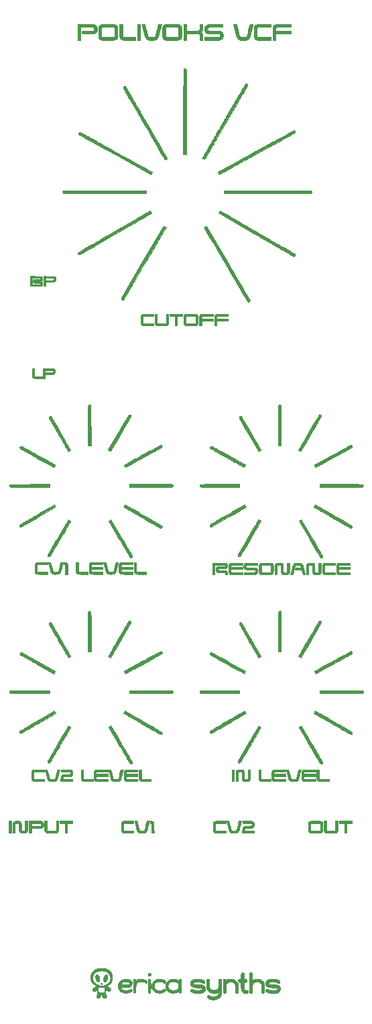
<source format=gto>
G04 #@! TF.GenerationSoftware,KiCad,Pcbnew,(5.0.0-rc2)*
G04 #@! TF.CreationDate,2020-07-08T20:57:09+03:00*
G04 #@! TF.ProjectId,VCFPNL2,564346504E4C322E6B696361645F7063,rev?*
G04 #@! TF.SameCoordinates,PX2500a80PY82a7440*
G04 #@! TF.FileFunction,Legend,Top*
G04 #@! TF.FilePolarity,Positive*
%FSLAX46Y46*%
G04 Gerber Fmt 4.6, Leading zero omitted, Abs format (unit mm)*
G04 Created by KiCad (PCBNEW (5.0.0-rc2)) date Wed Jul  8 20:57:09 2020*
%MOMM*%
%LPD*%
G01*
G04 APERTURE LIST*
%ADD10C,0.010000*%
G04 APERTURE END LIST*
D10*
G04 #@! TO.C,G\002A\002A\002A*
G36*
X15322025Y6198543D02*
X15361427Y6169612D01*
X15385325Y6139227D01*
X15406087Y6101897D01*
X15420716Y6063996D01*
X15430057Y6021576D01*
X15434953Y5970689D01*
X15436247Y5907387D01*
X15436216Y5901033D01*
X15433366Y5823164D01*
X15425029Y5755968D01*
X15409881Y5693710D01*
X15386592Y5630653D01*
X15360748Y5574847D01*
X15320067Y5503664D01*
X15275092Y5444868D01*
X15226993Y5399471D01*
X15176935Y5368485D01*
X15126089Y5352921D01*
X15102633Y5351220D01*
X15073190Y5352983D01*
X15048610Y5357303D01*
X15039154Y5360737D01*
X14997403Y5393078D01*
X14962676Y5439234D01*
X14936355Y5497062D01*
X14924731Y5538425D01*
X14919189Y5579117D01*
X14917198Y5631142D01*
X14918495Y5689339D01*
X14922814Y5748549D01*
X14929892Y5803613D01*
X14939465Y5849369D01*
X14940913Y5854482D01*
X14968927Y5933215D01*
X15004356Y6006662D01*
X15045515Y6072383D01*
X15090718Y6127938D01*
X15138279Y6170887D01*
X15175284Y6193753D01*
X15226998Y6211121D01*
X15276564Y6212549D01*
X15322025Y6198543D01*
X15322025Y6198543D01*
G37*
X15322025Y6198543D02*
X15361427Y6169612D01*
X15385325Y6139227D01*
X15406087Y6101897D01*
X15420716Y6063996D01*
X15430057Y6021576D01*
X15434953Y5970689D01*
X15436247Y5907387D01*
X15436216Y5901033D01*
X15433366Y5823164D01*
X15425029Y5755968D01*
X15409881Y5693710D01*
X15386592Y5630653D01*
X15360748Y5574847D01*
X15320067Y5503664D01*
X15275092Y5444868D01*
X15226993Y5399471D01*
X15176935Y5368485D01*
X15126089Y5352921D01*
X15102633Y5351220D01*
X15073190Y5352983D01*
X15048610Y5357303D01*
X15039154Y5360737D01*
X14997403Y5393078D01*
X14962676Y5439234D01*
X14936355Y5497062D01*
X14924731Y5538425D01*
X14919189Y5579117D01*
X14917198Y5631142D01*
X14918495Y5689339D01*
X14922814Y5748549D01*
X14929892Y5803613D01*
X14939465Y5849369D01*
X14940913Y5854482D01*
X14968927Y5933215D01*
X15004356Y6006662D01*
X15045515Y6072383D01*
X15090718Y6127938D01*
X15138279Y6170887D01*
X15175284Y6193753D01*
X15226998Y6211121D01*
X15276564Y6212549D01*
X15322025Y6198543D01*
G36*
X14136329Y6210290D02*
X14183946Y6193582D01*
X14234277Y6160589D01*
X14282604Y6112753D01*
X14327485Y6052150D01*
X14367479Y5980854D01*
X14401145Y5900942D01*
X14413905Y5862528D01*
X14423187Y5830462D01*
X14429641Y5802445D01*
X14433784Y5774027D01*
X14436134Y5740755D01*
X14437209Y5698175D01*
X14437483Y5659813D01*
X14437404Y5609012D01*
X14436500Y5571437D01*
X14434365Y5543389D01*
X14430593Y5521171D01*
X14424779Y5501086D01*
X14418156Y5483495D01*
X14393352Y5434562D01*
X14362545Y5394212D01*
X14328775Y5366294D01*
X14323123Y5363146D01*
X14288186Y5352882D01*
X14245675Y5351868D01*
X14201943Y5359733D01*
X14170537Y5372069D01*
X14133461Y5397478D01*
X14093850Y5435061D01*
X14054987Y5481097D01*
X14020155Y5531862D01*
X14003242Y5561722D01*
X13967999Y5641143D01*
X13941890Y5724761D01*
X13925104Y5809798D01*
X13917829Y5893472D01*
X13920255Y5973006D01*
X13932571Y6045620D01*
X13954967Y6108535D01*
X13964748Y6126945D01*
X13998797Y6170898D01*
X14039750Y6199746D01*
X14086097Y6213029D01*
X14136329Y6210290D01*
X14136329Y6210290D01*
G37*
X14136329Y6210290D02*
X14183946Y6193582D01*
X14234277Y6160589D01*
X14282604Y6112753D01*
X14327485Y6052150D01*
X14367479Y5980854D01*
X14401145Y5900942D01*
X14413905Y5862528D01*
X14423187Y5830462D01*
X14429641Y5802445D01*
X14433784Y5774027D01*
X14436134Y5740755D01*
X14437209Y5698175D01*
X14437483Y5659813D01*
X14437404Y5609012D01*
X14436500Y5571437D01*
X14434365Y5543389D01*
X14430593Y5521171D01*
X14424779Y5501086D01*
X14418156Y5483495D01*
X14393352Y5434562D01*
X14362545Y5394212D01*
X14328775Y5366294D01*
X14323123Y5363146D01*
X14288186Y5352882D01*
X14245675Y5351868D01*
X14201943Y5359733D01*
X14170537Y5372069D01*
X14133461Y5397478D01*
X14093850Y5435061D01*
X14054987Y5481097D01*
X14020155Y5531862D01*
X14003242Y5561722D01*
X13967999Y5641143D01*
X13941890Y5724761D01*
X13925104Y5809798D01*
X13917829Y5893472D01*
X13920255Y5973006D01*
X13932571Y6045620D01*
X13954967Y6108535D01*
X13964748Y6126945D01*
X13998797Y6170898D01*
X14039750Y6199746D01*
X14086097Y6213029D01*
X14136329Y6210290D01*
G36*
X14702463Y5159357D02*
X14732101Y5145619D01*
X14752911Y5126803D01*
X14755364Y5122828D01*
X14763213Y5093985D01*
X14761819Y5060785D01*
X14751685Y5032376D01*
X14750277Y5030246D01*
X14737357Y5017743D01*
X14717714Y5004255D01*
X14697147Y4993143D01*
X14681455Y4987772D01*
X14677597Y4988090D01*
X14668438Y4990408D01*
X14656454Y4992873D01*
X14631714Y5005389D01*
X14610880Y5029567D01*
X14597622Y5060144D01*
X14594802Y5081340D01*
X14601870Y5114671D01*
X14620621Y5142278D01*
X14647377Y5160125D01*
X14670746Y5164678D01*
X14702463Y5159357D01*
X14702463Y5159357D01*
G37*
X14702463Y5159357D02*
X14732101Y5145619D01*
X14752911Y5126803D01*
X14755364Y5122828D01*
X14763213Y5093985D01*
X14761819Y5060785D01*
X14751685Y5032376D01*
X14750277Y5030246D01*
X14737357Y5017743D01*
X14717714Y5004255D01*
X14697147Y4993143D01*
X14681455Y4987772D01*
X14677597Y4988090D01*
X14668438Y4990408D01*
X14656454Y4992873D01*
X14631714Y5005389D01*
X14610880Y5029567D01*
X14597622Y5060144D01*
X14594802Y5081340D01*
X14601870Y5114671D01*
X14620621Y5142278D01*
X14647377Y5160125D01*
X14670746Y5164678D01*
X14702463Y5159357D01*
G36*
X38623659Y125774475D02*
X37699540Y125774475D01*
X37554553Y125774468D01*
X37425523Y125774438D01*
X37311479Y125774366D01*
X37211450Y125774237D01*
X37124466Y125774032D01*
X37049555Y125773735D01*
X36985747Y125773330D01*
X36932071Y125772798D01*
X36887556Y125772124D01*
X36851231Y125771290D01*
X36822126Y125770279D01*
X36799269Y125769075D01*
X36781690Y125767659D01*
X36768419Y125766017D01*
X36758483Y125764129D01*
X36750913Y125761980D01*
X36744738Y125759553D01*
X36740825Y125757727D01*
X36720379Y125746912D01*
X36704473Y125735191D01*
X36692499Y125720366D01*
X36683851Y125700239D01*
X36677921Y125672612D01*
X36674101Y125635287D01*
X36671785Y125586066D01*
X36670365Y125522751D01*
X36670035Y125501516D01*
X36667327Y125317427D01*
X38623659Y125317427D01*
X38623659Y124953482D01*
X36668511Y124953482D01*
X36668511Y124140953D01*
X36296102Y124140953D01*
X36296102Y124922505D01*
X36296113Y125055465D01*
X36296162Y125172603D01*
X36296270Y125275023D01*
X36296458Y125363832D01*
X36296750Y125440133D01*
X36297166Y125505034D01*
X36297729Y125559637D01*
X36298460Y125605050D01*
X36299382Y125642377D01*
X36300515Y125672724D01*
X36301883Y125697194D01*
X36303506Y125716895D01*
X36305407Y125732931D01*
X36307607Y125746407D01*
X36310129Y125758429D01*
X36312844Y125769520D01*
X36332844Y125833232D01*
X36359003Y125887275D01*
X36394607Y125937336D01*
X36435610Y125981858D01*
X36494146Y126032511D01*
X36558097Y126071751D01*
X36632142Y126102296D01*
X36655815Y126109810D01*
X36664494Y126112170D01*
X36674567Y126114280D01*
X36686997Y126116159D01*
X36702749Y126117823D01*
X36722787Y126119290D01*
X36748077Y126120576D01*
X36779583Y126121699D01*
X36818269Y126122675D01*
X36865100Y126123523D01*
X36921041Y126124259D01*
X36987055Y126124901D01*
X37064109Y126125465D01*
X37153165Y126125969D01*
X37255190Y126126430D01*
X37371146Y126126864D01*
X37502000Y126127291D01*
X37648715Y126127725D01*
X37665129Y126127772D01*
X38623659Y126130507D01*
X38623659Y125774475D01*
X38623659Y125774475D01*
G37*
X38623659Y125774475D02*
X37699540Y125774475D01*
X37554553Y125774468D01*
X37425523Y125774438D01*
X37311479Y125774366D01*
X37211450Y125774237D01*
X37124466Y125774032D01*
X37049555Y125773735D01*
X36985747Y125773330D01*
X36932071Y125772798D01*
X36887556Y125772124D01*
X36851231Y125771290D01*
X36822126Y125770279D01*
X36799269Y125769075D01*
X36781690Y125767659D01*
X36768419Y125766017D01*
X36758483Y125764129D01*
X36750913Y125761980D01*
X36744738Y125759553D01*
X36740825Y125757727D01*
X36720379Y125746912D01*
X36704473Y125735191D01*
X36692499Y125720366D01*
X36683851Y125700239D01*
X36677921Y125672612D01*
X36674101Y125635287D01*
X36671785Y125586066D01*
X36670365Y125522751D01*
X36670035Y125501516D01*
X36667327Y125317427D01*
X38623659Y125317427D01*
X38623659Y124953482D01*
X36668511Y124953482D01*
X36668511Y124140953D01*
X36296102Y124140953D01*
X36296102Y124922505D01*
X36296113Y125055465D01*
X36296162Y125172603D01*
X36296270Y125275023D01*
X36296458Y125363832D01*
X36296750Y125440133D01*
X36297166Y125505034D01*
X36297729Y125559637D01*
X36298460Y125605050D01*
X36299382Y125642377D01*
X36300515Y125672724D01*
X36301883Y125697194D01*
X36303506Y125716895D01*
X36305407Y125732931D01*
X36307607Y125746407D01*
X36310129Y125758429D01*
X36312844Y125769520D01*
X36332844Y125833232D01*
X36359003Y125887275D01*
X36394607Y125937336D01*
X36435610Y125981858D01*
X36494146Y126032511D01*
X36558097Y126071751D01*
X36632142Y126102296D01*
X36655815Y126109810D01*
X36664494Y126112170D01*
X36674567Y126114280D01*
X36686997Y126116159D01*
X36702749Y126117823D01*
X36722787Y126119290D01*
X36748077Y126120576D01*
X36779583Y126121699D01*
X36818269Y126122675D01*
X36865100Y126123523D01*
X36921041Y126124259D01*
X36987055Y126124901D01*
X37064109Y126125465D01*
X37153165Y126125969D01*
X37255190Y126126430D01*
X37371146Y126126864D01*
X37502000Y126127291D01*
X37648715Y126127725D01*
X37665129Y126127772D01*
X38623659Y126130507D01*
X38623659Y125774475D01*
G36*
X36067578Y125774475D02*
X35247136Y125774475D01*
X35090178Y125774391D01*
X34949931Y125774137D01*
X34826179Y125773712D01*
X34718708Y125773112D01*
X34627302Y125772336D01*
X34551745Y125771381D01*
X34491821Y125770245D01*
X34447315Y125768926D01*
X34418012Y125767421D01*
X34403696Y125765728D01*
X34402867Y125765473D01*
X34365694Y125742914D01*
X34337378Y125708699D01*
X34324552Y125678533D01*
X34322389Y125664779D01*
X34320589Y125640019D01*
X34319142Y125603507D01*
X34318039Y125554496D01*
X34317270Y125492241D01*
X34316825Y125415995D01*
X34316696Y125325014D01*
X34316873Y125218551D01*
X34317306Y125104330D01*
X34317819Y124995550D01*
X34318307Y124902419D01*
X34318817Y124823657D01*
X34319394Y124757985D01*
X34320084Y124704122D01*
X34320933Y124660790D01*
X34321987Y124626710D01*
X34323292Y124600601D01*
X34324894Y124581185D01*
X34326838Y124567182D01*
X34329171Y124557313D01*
X34331938Y124550299D01*
X34335186Y124544860D01*
X34337485Y124541685D01*
X34355601Y124523565D01*
X34374966Y124512468D01*
X34375572Y124512291D01*
X34386762Y124511479D01*
X34413702Y124510685D01*
X34455215Y124509918D01*
X34510122Y124509186D01*
X34577246Y124508499D01*
X34655410Y124507865D01*
X34743435Y124507295D01*
X34840143Y124506796D01*
X34944358Y124506377D01*
X35054902Y124506049D01*
X35170596Y124505819D01*
X35231773Y124505742D01*
X36067578Y124504898D01*
X36067578Y124140953D01*
X35231773Y124142026D01*
X35113042Y124142247D01*
X34998269Y124142595D01*
X34888694Y124143058D01*
X34785556Y124143625D01*
X34690095Y124144285D01*
X34603550Y124145026D01*
X34527161Y124145838D01*
X34462168Y124146709D01*
X34409808Y124147629D01*
X34371323Y124148586D01*
X34347951Y124149568D01*
X34342586Y124150030D01*
X34250682Y124167947D01*
X34171767Y124196437D01*
X34105216Y124236015D01*
X34050403Y124287195D01*
X34006703Y124350490D01*
X33973491Y124426416D01*
X33962413Y124462579D01*
X33959543Y124474149D01*
X33957060Y124487183D01*
X33954937Y124502927D01*
X33953146Y124522625D01*
X33951659Y124547521D01*
X33950450Y124578860D01*
X33949488Y124617886D01*
X33948748Y124665843D01*
X33948201Y124723975D01*
X33947820Y124793528D01*
X33947575Y124875746D01*
X33947441Y124971872D01*
X33947389Y125083151D01*
X33947385Y125135455D01*
X33947390Y125256703D01*
X33947460Y125362294D01*
X33947672Y125453499D01*
X33948107Y125531588D01*
X33948843Y125597831D01*
X33949959Y125653501D01*
X33951535Y125699866D01*
X33953650Y125738198D01*
X33956384Y125769767D01*
X33959814Y125795845D01*
X33964021Y125817701D01*
X33969083Y125836606D01*
X33975080Y125853831D01*
X33982091Y125870647D01*
X33990194Y125888323D01*
X33994920Y125898390D01*
X34032627Y125962283D01*
X34081132Y126015170D01*
X34141647Y126057995D01*
X34215383Y126091704D01*
X34262122Y126106730D01*
X34272975Y126109744D01*
X34283624Y126112418D01*
X34295107Y126114776D01*
X34308460Y126116841D01*
X34324722Y126118636D01*
X34344930Y126120186D01*
X34370122Y126121514D01*
X34401337Y126122644D01*
X34439611Y126123598D01*
X34485983Y126124402D01*
X34541490Y126125077D01*
X34607171Y126125648D01*
X34684062Y126126138D01*
X34773202Y126126572D01*
X34875628Y126126972D01*
X34992379Y126127361D01*
X35124491Y126127765D01*
X35197918Y126127983D01*
X36067578Y126130558D01*
X36067578Y125774475D01*
X36067578Y125774475D01*
G37*
X36067578Y125774475D02*
X35247136Y125774475D01*
X35090178Y125774391D01*
X34949931Y125774137D01*
X34826179Y125773712D01*
X34718708Y125773112D01*
X34627302Y125772336D01*
X34551745Y125771381D01*
X34491821Y125770245D01*
X34447315Y125768926D01*
X34418012Y125767421D01*
X34403696Y125765728D01*
X34402867Y125765473D01*
X34365694Y125742914D01*
X34337378Y125708699D01*
X34324552Y125678533D01*
X34322389Y125664779D01*
X34320589Y125640019D01*
X34319142Y125603507D01*
X34318039Y125554496D01*
X34317270Y125492241D01*
X34316825Y125415995D01*
X34316696Y125325014D01*
X34316873Y125218551D01*
X34317306Y125104330D01*
X34317819Y124995550D01*
X34318307Y124902419D01*
X34318817Y124823657D01*
X34319394Y124757985D01*
X34320084Y124704122D01*
X34320933Y124660790D01*
X34321987Y124626710D01*
X34323292Y124600601D01*
X34324894Y124581185D01*
X34326838Y124567182D01*
X34329171Y124557313D01*
X34331938Y124550299D01*
X34335186Y124544860D01*
X34337485Y124541685D01*
X34355601Y124523565D01*
X34374966Y124512468D01*
X34375572Y124512291D01*
X34386762Y124511479D01*
X34413702Y124510685D01*
X34455215Y124509918D01*
X34510122Y124509186D01*
X34577246Y124508499D01*
X34655410Y124507865D01*
X34743435Y124507295D01*
X34840143Y124506796D01*
X34944358Y124506377D01*
X35054902Y124506049D01*
X35170596Y124505819D01*
X35231773Y124505742D01*
X36067578Y124504898D01*
X36067578Y124140953D01*
X35231773Y124142026D01*
X35113042Y124142247D01*
X34998269Y124142595D01*
X34888694Y124143058D01*
X34785556Y124143625D01*
X34690095Y124144285D01*
X34603550Y124145026D01*
X34527161Y124145838D01*
X34462168Y124146709D01*
X34409808Y124147629D01*
X34371323Y124148586D01*
X34347951Y124149568D01*
X34342586Y124150030D01*
X34250682Y124167947D01*
X34171767Y124196437D01*
X34105216Y124236015D01*
X34050403Y124287195D01*
X34006703Y124350490D01*
X33973491Y124426416D01*
X33962413Y124462579D01*
X33959543Y124474149D01*
X33957060Y124487183D01*
X33954937Y124502927D01*
X33953146Y124522625D01*
X33951659Y124547521D01*
X33950450Y124578860D01*
X33949488Y124617886D01*
X33948748Y124665843D01*
X33948201Y124723975D01*
X33947820Y124793528D01*
X33947575Y124875746D01*
X33947441Y124971872D01*
X33947389Y125083151D01*
X33947385Y125135455D01*
X33947390Y125256703D01*
X33947460Y125362294D01*
X33947672Y125453499D01*
X33948107Y125531588D01*
X33948843Y125597831D01*
X33949959Y125653501D01*
X33951535Y125699866D01*
X33953650Y125738198D01*
X33956384Y125769767D01*
X33959814Y125795845D01*
X33964021Y125817701D01*
X33969083Y125836606D01*
X33975080Y125853831D01*
X33982091Y125870647D01*
X33990194Y125888323D01*
X33994920Y125898390D01*
X34032627Y125962283D01*
X34081132Y126015170D01*
X34141647Y126057995D01*
X34215383Y126091704D01*
X34262122Y126106730D01*
X34272975Y126109744D01*
X34283624Y126112418D01*
X34295107Y126114776D01*
X34308460Y126116841D01*
X34324722Y126118636D01*
X34344930Y126120186D01*
X34370122Y126121514D01*
X34401337Y126122644D01*
X34439611Y126123598D01*
X34485983Y126124402D01*
X34541490Y126125077D01*
X34607171Y126125648D01*
X34684062Y126126138D01*
X34773202Y126126572D01*
X34875628Y126126972D01*
X34992379Y126127361D01*
X35124491Y126127765D01*
X35197918Y126127983D01*
X36067578Y126130558D01*
X36067578Y125774475D01*
G36*
X33824482Y126102598D02*
X33821286Y126090323D01*
X33814195Y126062912D01*
X33803534Y126021620D01*
X33789626Y125967706D01*
X33772796Y125902424D01*
X33753366Y125827033D01*
X33731662Y125742789D01*
X33708006Y125650949D01*
X33682723Y125552770D01*
X33656138Y125449507D01*
X33638478Y125380906D01*
X33604131Y125247491D01*
X33573695Y125129398D01*
X33546867Y125025553D01*
X33523343Y124934884D01*
X33502820Y124856319D01*
X33484993Y124788784D01*
X33469560Y124731206D01*
X33456215Y124682514D01*
X33444656Y124641633D01*
X33434578Y124607491D01*
X33425678Y124579016D01*
X33417652Y124555135D01*
X33410196Y124534774D01*
X33403006Y124516861D01*
X33395779Y124500323D01*
X33388211Y124484088D01*
X33379997Y124467083D01*
X33379306Y124465662D01*
X33328015Y124377116D01*
X33267172Y124302261D01*
X33197136Y124241375D01*
X33118266Y124194735D01*
X33030922Y124162619D01*
X32969811Y124149669D01*
X32948635Y124147762D01*
X32912882Y124146135D01*
X32864895Y124144788D01*
X32807023Y124143722D01*
X32741612Y124142936D01*
X32671007Y124142433D01*
X32597557Y124142214D01*
X32523607Y124142277D01*
X32451503Y124142626D01*
X32383593Y124143259D01*
X32322222Y124144179D01*
X32269738Y124145385D01*
X32228486Y124146879D01*
X32200814Y124148662D01*
X32194364Y124149413D01*
X32103372Y124170882D01*
X32019972Y124207349D01*
X31944500Y124258516D01*
X31877290Y124324086D01*
X31818678Y124403765D01*
X31768997Y124497256D01*
X31750161Y124542410D01*
X31745729Y124556499D01*
X31737525Y124585280D01*
X31725913Y124627365D01*
X31711255Y124681365D01*
X31693913Y124745892D01*
X31674252Y124819557D01*
X31652634Y124900971D01*
X31629420Y124988746D01*
X31604975Y125081493D01*
X31579661Y125177823D01*
X31553841Y125276349D01*
X31527877Y125375680D01*
X31502133Y125474429D01*
X31476971Y125571207D01*
X31452754Y125664626D01*
X31429845Y125753296D01*
X31408606Y125835829D01*
X31389400Y125910836D01*
X31372591Y125976929D01*
X31358541Y126032720D01*
X31347612Y126076819D01*
X31340168Y126107838D01*
X31336571Y126124388D01*
X31336288Y126126546D01*
X31344365Y126127500D01*
X31367043Y126128351D01*
X31401999Y126129057D01*
X31446907Y126129580D01*
X31499442Y126129881D01*
X31537305Y126129939D01*
X31738321Y126129922D01*
X31924117Y125391469D01*
X31957863Y125257393D01*
X31987805Y125138734D01*
X32014266Y125034490D01*
X32037566Y124943662D01*
X32058031Y124865248D01*
X32075982Y124798249D01*
X32091743Y124741663D01*
X32105635Y124694490D01*
X32117983Y124655730D01*
X32129108Y124624383D01*
X32139334Y124599446D01*
X32148984Y124579921D01*
X32158380Y124564807D01*
X32167845Y124553102D01*
X32177702Y124543808D01*
X32188273Y124535922D01*
X32199883Y124528445D01*
X32203256Y124526354D01*
X32244787Y124500666D01*
X32554400Y124497918D01*
X32656139Y124497326D01*
X32740990Y124497505D01*
X32808975Y124498455D01*
X32860115Y124500179D01*
X32894433Y124502675D01*
X32907345Y124504626D01*
X32953132Y124522356D01*
X32995425Y124552822D01*
X33029008Y124591925D01*
X33037941Y124607286D01*
X33042431Y124620232D01*
X33050658Y124648385D01*
X33062301Y124690521D01*
X33077041Y124745412D01*
X33094559Y124811833D01*
X33114535Y124888557D01*
X33136651Y124974357D01*
X33160587Y125068007D01*
X33186023Y125168282D01*
X33212641Y125273953D01*
X33239905Y125382935D01*
X33425107Y126125724D01*
X33831841Y126130254D01*
X33824482Y126102598D01*
X33824482Y126102598D01*
G37*
X33824482Y126102598D02*
X33821286Y126090323D01*
X33814195Y126062912D01*
X33803534Y126021620D01*
X33789626Y125967706D01*
X33772796Y125902424D01*
X33753366Y125827033D01*
X33731662Y125742789D01*
X33708006Y125650949D01*
X33682723Y125552770D01*
X33656138Y125449507D01*
X33638478Y125380906D01*
X33604131Y125247491D01*
X33573695Y125129398D01*
X33546867Y125025553D01*
X33523343Y124934884D01*
X33502820Y124856319D01*
X33484993Y124788784D01*
X33469560Y124731206D01*
X33456215Y124682514D01*
X33444656Y124641633D01*
X33434578Y124607491D01*
X33425678Y124579016D01*
X33417652Y124555135D01*
X33410196Y124534774D01*
X33403006Y124516861D01*
X33395779Y124500323D01*
X33388211Y124484088D01*
X33379997Y124467083D01*
X33379306Y124465662D01*
X33328015Y124377116D01*
X33267172Y124302261D01*
X33197136Y124241375D01*
X33118266Y124194735D01*
X33030922Y124162619D01*
X32969811Y124149669D01*
X32948635Y124147762D01*
X32912882Y124146135D01*
X32864895Y124144788D01*
X32807023Y124143722D01*
X32741612Y124142936D01*
X32671007Y124142433D01*
X32597557Y124142214D01*
X32523607Y124142277D01*
X32451503Y124142626D01*
X32383593Y124143259D01*
X32322222Y124144179D01*
X32269738Y124145385D01*
X32228486Y124146879D01*
X32200814Y124148662D01*
X32194364Y124149413D01*
X32103372Y124170882D01*
X32019972Y124207349D01*
X31944500Y124258516D01*
X31877290Y124324086D01*
X31818678Y124403765D01*
X31768997Y124497256D01*
X31750161Y124542410D01*
X31745729Y124556499D01*
X31737525Y124585280D01*
X31725913Y124627365D01*
X31711255Y124681365D01*
X31693913Y124745892D01*
X31674252Y124819557D01*
X31652634Y124900971D01*
X31629420Y124988746D01*
X31604975Y125081493D01*
X31579661Y125177823D01*
X31553841Y125276349D01*
X31527877Y125375680D01*
X31502133Y125474429D01*
X31476971Y125571207D01*
X31452754Y125664626D01*
X31429845Y125753296D01*
X31408606Y125835829D01*
X31389400Y125910836D01*
X31372591Y125976929D01*
X31358541Y126032720D01*
X31347612Y126076819D01*
X31340168Y126107838D01*
X31336571Y126124388D01*
X31336288Y126126546D01*
X31344365Y126127500D01*
X31367043Y126128351D01*
X31401999Y126129057D01*
X31446907Y126129580D01*
X31499442Y126129881D01*
X31537305Y126129939D01*
X31738321Y126129922D01*
X31924117Y125391469D01*
X31957863Y125257393D01*
X31987805Y125138734D01*
X32014266Y125034490D01*
X32037566Y124943662D01*
X32058031Y124865248D01*
X32075982Y124798249D01*
X32091743Y124741663D01*
X32105635Y124694490D01*
X32117983Y124655730D01*
X32129108Y124624383D01*
X32139334Y124599446D01*
X32148984Y124579921D01*
X32158380Y124564807D01*
X32167845Y124553102D01*
X32177702Y124543808D01*
X32188273Y124535922D01*
X32199883Y124528445D01*
X32203256Y124526354D01*
X32244787Y124500666D01*
X32554400Y124497918D01*
X32656139Y124497326D01*
X32740990Y124497505D01*
X32808975Y124498455D01*
X32860115Y124500179D01*
X32894433Y124502675D01*
X32907345Y124504626D01*
X32953132Y124522356D01*
X32995425Y124552822D01*
X33029008Y124591925D01*
X33037941Y124607286D01*
X33042431Y124620232D01*
X33050658Y124648385D01*
X33062301Y124690521D01*
X33077041Y124745412D01*
X33094559Y124811833D01*
X33114535Y124888557D01*
X33136651Y124974357D01*
X33160587Y125068007D01*
X33186023Y125168282D01*
X33212641Y125273953D01*
X33239905Y125382935D01*
X33425107Y126125724D01*
X33831841Y126130254D01*
X33824482Y126102598D01*
G36*
X29999001Y125774776D02*
X29103282Y125772510D01*
X28207563Y125770243D01*
X28165911Y125744605D01*
X28133998Y125719894D01*
X28104725Y125688875D01*
X28096752Y125678053D01*
X28084758Y125659548D01*
X28076890Y125643861D01*
X28072285Y125626738D01*
X28070086Y125603928D01*
X28069433Y125571179D01*
X28069430Y125542879D01*
X28071528Y125482137D01*
X28078412Y125435227D01*
X28091374Y125399419D01*
X28111705Y125371981D01*
X28140696Y125350183D01*
X28166888Y125336794D01*
X28173817Y125334074D01*
X28182529Y125331681D01*
X28194141Y125329583D01*
X28209774Y125327751D01*
X28230545Y125326155D01*
X28257573Y125324763D01*
X28291979Y125323547D01*
X28334879Y125322475D01*
X28387394Y125321518D01*
X28450642Y125320645D01*
X28525742Y125319826D01*
X28613813Y125319031D01*
X28715973Y125318230D01*
X28833342Y125317392D01*
X28902933Y125316918D01*
X29031623Y125316062D01*
X29144576Y125315289D01*
X29242981Y125314513D01*
X29328029Y125313650D01*
X29400908Y125312615D01*
X29462809Y125311325D01*
X29514921Y125309696D01*
X29558434Y125307641D01*
X29594537Y125305079D01*
X29624420Y125301923D01*
X29649274Y125298090D01*
X29670286Y125293495D01*
X29688648Y125288054D01*
X29705549Y125281682D01*
X29722178Y125274296D01*
X29739726Y125265810D01*
X29759266Y125256197D01*
X29836992Y125209364D01*
X29902631Y125150797D01*
X29955628Y125081131D01*
X29995431Y125001000D01*
X30004793Y124974780D01*
X30013293Y124947057D01*
X30019504Y124921239D01*
X30023888Y124893537D01*
X30026909Y124860164D01*
X30029029Y124817332D01*
X30030666Y124763045D01*
X30031735Y124699606D01*
X30031201Y124649543D01*
X30028906Y124609364D01*
X30024689Y124575578D01*
X30021250Y124557301D01*
X29994287Y124468750D01*
X29953095Y124388793D01*
X29898494Y124318267D01*
X29831300Y124258012D01*
X29752334Y124208866D01*
X29662414Y124171669D01*
X29637599Y124164132D01*
X29627089Y124161206D01*
X29616774Y124158600D01*
X29605652Y124156293D01*
X29592721Y124154264D01*
X29576979Y124152490D01*
X29557424Y124150951D01*
X29533055Y124149625D01*
X29502869Y124148490D01*
X29465865Y124147526D01*
X29421040Y124146710D01*
X29367393Y124146021D01*
X29303923Y124145438D01*
X29229626Y124144940D01*
X29143502Y124144505D01*
X29044548Y124144111D01*
X28931763Y124143736D01*
X28804145Y124143361D01*
X28660691Y124142963D01*
X28646901Y124142925D01*
X27722226Y124140384D01*
X27722226Y124496434D01*
X28596698Y124496434D01*
X28742409Y124496420D01*
X28872179Y124496417D01*
X28986996Y124496485D01*
X29087847Y124496684D01*
X29175718Y124497071D01*
X29251598Y124497708D01*
X29316474Y124498652D01*
X29371331Y124499965D01*
X29417159Y124501704D01*
X29454943Y124503929D01*
X29485672Y124506700D01*
X29510331Y124510076D01*
X29529909Y124514117D01*
X29545392Y124518881D01*
X29557768Y124524428D01*
X29568024Y124530818D01*
X29577146Y124538109D01*
X29586123Y124546362D01*
X29595941Y124555635D01*
X29596967Y124556584D01*
X29622894Y124582669D01*
X29640756Y124607545D01*
X29651972Y124635301D01*
X29657960Y124670022D01*
X29660140Y124715796D01*
X29660261Y124738933D01*
X29657553Y124802001D01*
X29648848Y124851064D01*
X29632849Y124888379D01*
X29608257Y124916205D01*
X29573771Y124936798D01*
X29539253Y124949268D01*
X29529174Y124951664D01*
X29515411Y124953747D01*
X29496827Y124955539D01*
X29472283Y124957060D01*
X29440642Y124958331D01*
X29400766Y124959373D01*
X29351516Y124960207D01*
X29291754Y124960854D01*
X29220343Y124961335D01*
X29136144Y124961670D01*
X29038019Y124961880D01*
X28924830Y124961986D01*
X28844266Y124962010D01*
X28719669Y124962137D01*
X28604569Y124962486D01*
X28499864Y124963045D01*
X28406455Y124963805D01*
X28325242Y124964753D01*
X28257124Y124965879D01*
X28203001Y124967171D01*
X28163772Y124968620D01*
X28140338Y124970213D01*
X28136955Y124970648D01*
X28041231Y124992765D01*
X27955748Y125027382D01*
X27881224Y125073931D01*
X27818378Y125131846D01*
X27767932Y125200560D01*
X27730602Y125279507D01*
X27725287Y125294896D01*
X27716660Y125322953D01*
X27710360Y125348833D01*
X27705919Y125376346D01*
X27702868Y125409297D01*
X27700735Y125451494D01*
X27699053Y125506744D01*
X27699025Y125507864D01*
X27698196Y125583619D01*
X27700371Y125646246D01*
X27706154Y125699373D01*
X27716151Y125746627D01*
X27730969Y125791638D01*
X27751213Y125838034D01*
X27755688Y125847236D01*
X27799608Y125917710D01*
X27857403Y125980767D01*
X27927070Y126034860D01*
X28006604Y126078438D01*
X28094002Y126109951D01*
X28096137Y126110535D01*
X28105674Y126112833D01*
X28117063Y126114886D01*
X28131285Y126116711D01*
X28149323Y126118327D01*
X28172157Y126119749D01*
X28200771Y126120995D01*
X28236146Y126122084D01*
X28279264Y126123030D01*
X28331106Y126123854D01*
X28392656Y126124570D01*
X28464895Y126125197D01*
X28548805Y126125753D01*
X28645368Y126126253D01*
X28755565Y126126717D01*
X28880379Y126127160D01*
X29020792Y126127600D01*
X29074326Y126127758D01*
X29999001Y126130458D01*
X29999001Y125774776D01*
X29999001Y125774776D01*
G37*
X29999001Y125774776D02*
X29103282Y125772510D01*
X28207563Y125770243D01*
X28165911Y125744605D01*
X28133998Y125719894D01*
X28104725Y125688875D01*
X28096752Y125678053D01*
X28084758Y125659548D01*
X28076890Y125643861D01*
X28072285Y125626738D01*
X28070086Y125603928D01*
X28069433Y125571179D01*
X28069430Y125542879D01*
X28071528Y125482137D01*
X28078412Y125435227D01*
X28091374Y125399419D01*
X28111705Y125371981D01*
X28140696Y125350183D01*
X28166888Y125336794D01*
X28173817Y125334074D01*
X28182529Y125331681D01*
X28194141Y125329583D01*
X28209774Y125327751D01*
X28230545Y125326155D01*
X28257573Y125324763D01*
X28291979Y125323547D01*
X28334879Y125322475D01*
X28387394Y125321518D01*
X28450642Y125320645D01*
X28525742Y125319826D01*
X28613813Y125319031D01*
X28715973Y125318230D01*
X28833342Y125317392D01*
X28902933Y125316918D01*
X29031623Y125316062D01*
X29144576Y125315289D01*
X29242981Y125314513D01*
X29328029Y125313650D01*
X29400908Y125312615D01*
X29462809Y125311325D01*
X29514921Y125309696D01*
X29558434Y125307641D01*
X29594537Y125305079D01*
X29624420Y125301923D01*
X29649274Y125298090D01*
X29670286Y125293495D01*
X29688648Y125288054D01*
X29705549Y125281682D01*
X29722178Y125274296D01*
X29739726Y125265810D01*
X29759266Y125256197D01*
X29836992Y125209364D01*
X29902631Y125150797D01*
X29955628Y125081131D01*
X29995431Y125001000D01*
X30004793Y124974780D01*
X30013293Y124947057D01*
X30019504Y124921239D01*
X30023888Y124893537D01*
X30026909Y124860164D01*
X30029029Y124817332D01*
X30030666Y124763045D01*
X30031735Y124699606D01*
X30031201Y124649543D01*
X30028906Y124609364D01*
X30024689Y124575578D01*
X30021250Y124557301D01*
X29994287Y124468750D01*
X29953095Y124388793D01*
X29898494Y124318267D01*
X29831300Y124258012D01*
X29752334Y124208866D01*
X29662414Y124171669D01*
X29637599Y124164132D01*
X29627089Y124161206D01*
X29616774Y124158600D01*
X29605652Y124156293D01*
X29592721Y124154264D01*
X29576979Y124152490D01*
X29557424Y124150951D01*
X29533055Y124149625D01*
X29502869Y124148490D01*
X29465865Y124147526D01*
X29421040Y124146710D01*
X29367393Y124146021D01*
X29303923Y124145438D01*
X29229626Y124144940D01*
X29143502Y124144505D01*
X29044548Y124144111D01*
X28931763Y124143736D01*
X28804145Y124143361D01*
X28660691Y124142963D01*
X28646901Y124142925D01*
X27722226Y124140384D01*
X27722226Y124496434D01*
X28596698Y124496434D01*
X28742409Y124496420D01*
X28872179Y124496417D01*
X28986996Y124496485D01*
X29087847Y124496684D01*
X29175718Y124497071D01*
X29251598Y124497708D01*
X29316474Y124498652D01*
X29371331Y124499965D01*
X29417159Y124501704D01*
X29454943Y124503929D01*
X29485672Y124506700D01*
X29510331Y124510076D01*
X29529909Y124514117D01*
X29545392Y124518881D01*
X29557768Y124524428D01*
X29568024Y124530818D01*
X29577146Y124538109D01*
X29586123Y124546362D01*
X29595941Y124555635D01*
X29596967Y124556584D01*
X29622894Y124582669D01*
X29640756Y124607545D01*
X29651972Y124635301D01*
X29657960Y124670022D01*
X29660140Y124715796D01*
X29660261Y124738933D01*
X29657553Y124802001D01*
X29648848Y124851064D01*
X29632849Y124888379D01*
X29608257Y124916205D01*
X29573771Y124936798D01*
X29539253Y124949268D01*
X29529174Y124951664D01*
X29515411Y124953747D01*
X29496827Y124955539D01*
X29472283Y124957060D01*
X29440642Y124958331D01*
X29400766Y124959373D01*
X29351516Y124960207D01*
X29291754Y124960854D01*
X29220343Y124961335D01*
X29136144Y124961670D01*
X29038019Y124961880D01*
X28924830Y124961986D01*
X28844266Y124962010D01*
X28719669Y124962137D01*
X28604569Y124962486D01*
X28499864Y124963045D01*
X28406455Y124963805D01*
X28325242Y124964753D01*
X28257124Y124965879D01*
X28203001Y124967171D01*
X28163772Y124968620D01*
X28140338Y124970213D01*
X28136955Y124970648D01*
X28041231Y124992765D01*
X27955748Y125027382D01*
X27881224Y125073931D01*
X27818378Y125131846D01*
X27767932Y125200560D01*
X27730602Y125279507D01*
X27725287Y125294896D01*
X27716660Y125322953D01*
X27710360Y125348833D01*
X27705919Y125376346D01*
X27702868Y125409297D01*
X27700735Y125451494D01*
X27699053Y125506744D01*
X27699025Y125507864D01*
X27698196Y125583619D01*
X27700371Y125646246D01*
X27706154Y125699373D01*
X27716151Y125746627D01*
X27730969Y125791638D01*
X27751213Y125838034D01*
X27755688Y125847236D01*
X27799608Y125917710D01*
X27857403Y125980767D01*
X27927070Y126034860D01*
X28006604Y126078438D01*
X28094002Y126109951D01*
X28096137Y126110535D01*
X28105674Y126112833D01*
X28117063Y126114886D01*
X28131285Y126116711D01*
X28149323Y126118327D01*
X28172157Y126119749D01*
X28200771Y126120995D01*
X28236146Y126122084D01*
X28279264Y126123030D01*
X28331106Y126123854D01*
X28392656Y126124570D01*
X28464895Y126125197D01*
X28548805Y126125753D01*
X28645368Y126126253D01*
X28755565Y126126717D01*
X28880379Y126127160D01*
X29020792Y126127600D01*
X29074326Y126127758D01*
X29999001Y126130458D01*
X29999001Y125774776D01*
G36*
X25428524Y125317427D02*
X26124676Y125317491D01*
X26257635Y125317613D01*
X26379747Y125317947D01*
X26490287Y125318486D01*
X26588531Y125319220D01*
X26673759Y125320142D01*
X26745244Y125321243D01*
X26802266Y125322514D01*
X26844101Y125323947D01*
X26870025Y125325535D01*
X26875842Y125326221D01*
X26937235Y125341017D01*
X26985461Y125364499D01*
X27022472Y125397738D01*
X27033832Y125412898D01*
X27045367Y125430969D01*
X27054867Y125448958D01*
X27062559Y125468712D01*
X27068668Y125492076D01*
X27073419Y125520895D01*
X27077037Y125557015D01*
X27079749Y125602282D01*
X27081778Y125658541D01*
X27083352Y125727638D01*
X27084695Y125811419D01*
X27084976Y125831606D01*
X27089066Y126129956D01*
X27461130Y126129956D01*
X27457628Y125818910D01*
X27456585Y125732589D01*
X27455413Y125661174D01*
X27453859Y125602642D01*
X27451666Y125554971D01*
X27448582Y125516140D01*
X27444351Y125484127D01*
X27438718Y125456910D01*
X27431430Y125432467D01*
X27422232Y125408776D01*
X27410868Y125383815D01*
X27400056Y125361589D01*
X27370635Y125313740D01*
X27330470Y125264793D01*
X27284474Y125220083D01*
X27237561Y125184942D01*
X27237035Y125184615D01*
X27196195Y125159224D01*
X27245498Y125135137D01*
X27307755Y125095381D01*
X27361405Y125041415D01*
X27405983Y124973867D01*
X27441025Y124893370D01*
X27453547Y124853131D01*
X27458186Y124835354D01*
X27461991Y124817464D01*
X27465066Y124797532D01*
X27467517Y124773632D01*
X27469449Y124743839D01*
X27470968Y124706226D01*
X27472178Y124658866D01*
X27473184Y124599833D01*
X27474093Y124527201D01*
X27474752Y124464695D01*
X27478018Y124140953D01*
X27104366Y124140953D01*
X27104366Y124388742D01*
X27103887Y124488690D01*
X27102269Y124573340D01*
X27099239Y124644300D01*
X27094522Y124703177D01*
X27087846Y124751580D01*
X27078937Y124791117D01*
X27067522Y124823394D01*
X27053327Y124850021D01*
X27036079Y124872603D01*
X27019220Y124889455D01*
X27008278Y124899447D01*
X26998222Y124908251D01*
X26987963Y124915945D01*
X26976412Y124922609D01*
X26962481Y124928321D01*
X26945082Y124933160D01*
X26923126Y124937205D01*
X26895525Y124940535D01*
X26861191Y124943229D01*
X26819035Y124945365D01*
X26767969Y124947023D01*
X26706905Y124948282D01*
X26634753Y124949219D01*
X26550427Y124949915D01*
X26452837Y124950447D01*
X26340895Y124950895D01*
X26213513Y124951338D01*
X26162763Y124951515D01*
X25428524Y124954101D01*
X25428524Y124140953D01*
X25047651Y124140953D01*
X25047651Y126129956D01*
X25428524Y126129956D01*
X25428524Y125317427D01*
X25428524Y125317427D01*
G37*
X25428524Y125317427D02*
X26124676Y125317491D01*
X26257635Y125317613D01*
X26379747Y125317947D01*
X26490287Y125318486D01*
X26588531Y125319220D01*
X26673759Y125320142D01*
X26745244Y125321243D01*
X26802266Y125322514D01*
X26844101Y125323947D01*
X26870025Y125325535D01*
X26875842Y125326221D01*
X26937235Y125341017D01*
X26985461Y125364499D01*
X27022472Y125397738D01*
X27033832Y125412898D01*
X27045367Y125430969D01*
X27054867Y125448958D01*
X27062559Y125468712D01*
X27068668Y125492076D01*
X27073419Y125520895D01*
X27077037Y125557015D01*
X27079749Y125602282D01*
X27081778Y125658541D01*
X27083352Y125727638D01*
X27084695Y125811419D01*
X27084976Y125831606D01*
X27089066Y126129956D01*
X27461130Y126129956D01*
X27457628Y125818910D01*
X27456585Y125732589D01*
X27455413Y125661174D01*
X27453859Y125602642D01*
X27451666Y125554971D01*
X27448582Y125516140D01*
X27444351Y125484127D01*
X27438718Y125456910D01*
X27431430Y125432467D01*
X27422232Y125408776D01*
X27410868Y125383815D01*
X27400056Y125361589D01*
X27370635Y125313740D01*
X27330470Y125264793D01*
X27284474Y125220083D01*
X27237561Y125184942D01*
X27237035Y125184615D01*
X27196195Y125159224D01*
X27245498Y125135137D01*
X27307755Y125095381D01*
X27361405Y125041415D01*
X27405983Y124973867D01*
X27441025Y124893370D01*
X27453547Y124853131D01*
X27458186Y124835354D01*
X27461991Y124817464D01*
X27465066Y124797532D01*
X27467517Y124773632D01*
X27469449Y124743839D01*
X27470968Y124706226D01*
X27472178Y124658866D01*
X27473184Y124599833D01*
X27474093Y124527201D01*
X27474752Y124464695D01*
X27478018Y124140953D01*
X27104366Y124140953D01*
X27104366Y124388742D01*
X27103887Y124488690D01*
X27102269Y124573340D01*
X27099239Y124644300D01*
X27094522Y124703177D01*
X27087846Y124751580D01*
X27078937Y124791117D01*
X27067522Y124823394D01*
X27053327Y124850021D01*
X27036079Y124872603D01*
X27019220Y124889455D01*
X27008278Y124899447D01*
X26998222Y124908251D01*
X26987963Y124915945D01*
X26976412Y124922609D01*
X26962481Y124928321D01*
X26945082Y124933160D01*
X26923126Y124937205D01*
X26895525Y124940535D01*
X26861191Y124943229D01*
X26819035Y124945365D01*
X26767969Y124947023D01*
X26706905Y124948282D01*
X26634753Y124949219D01*
X26550427Y124949915D01*
X26452837Y124950447D01*
X26340895Y124950895D01*
X26213513Y124951338D01*
X26162763Y124951515D01*
X25428524Y124954101D01*
X25428524Y124140953D01*
X25047651Y124140953D01*
X25047651Y126129956D01*
X25428524Y126129956D01*
X25428524Y125317427D01*
G36*
X23718524Y126125708D02*
X23837803Y126125645D01*
X23942331Y126125517D01*
X24033197Y126125303D01*
X24111488Y126124986D01*
X24178294Y126124544D01*
X24234703Y126123960D01*
X24281803Y126123214D01*
X24320683Y126122285D01*
X24352431Y126121156D01*
X24378135Y126119806D01*
X24398884Y126118216D01*
X24415766Y126116368D01*
X24429870Y126114240D01*
X24442284Y126111815D01*
X24448864Y126110329D01*
X24532993Y126084216D01*
X24603807Y126048047D01*
X24662199Y126000975D01*
X24709060Y125942149D01*
X24745281Y125870722D01*
X24766012Y125808330D01*
X24768882Y125796761D01*
X24771365Y125783726D01*
X24773488Y125767982D01*
X24775279Y125748284D01*
X24776765Y125723388D01*
X24777975Y125692049D01*
X24778936Y125653023D01*
X24779677Y125605066D01*
X24780224Y125546934D01*
X24780605Y125477381D01*
X24780849Y125395164D01*
X24780984Y125299037D01*
X24781036Y125187758D01*
X24781040Y125135455D01*
X24781018Y125017639D01*
X24780931Y124915503D01*
X24780752Y124827800D01*
X24780451Y124753283D01*
X24779999Y124690703D01*
X24779368Y124638814D01*
X24778528Y124596368D01*
X24777451Y124562117D01*
X24776108Y124534814D01*
X24774470Y124513212D01*
X24772507Y124496063D01*
X24770192Y124482119D01*
X24767496Y124470134D01*
X24765461Y124462579D01*
X24737372Y124382863D01*
X24701775Y124317296D01*
X24657505Y124264335D01*
X24603399Y124222433D01*
X24570896Y124204456D01*
X24551635Y124194934D01*
X24534144Y124186510D01*
X24517312Y124179116D01*
X24500027Y124172681D01*
X24481181Y124167136D01*
X24459661Y124162412D01*
X24434358Y124158439D01*
X24404160Y124155147D01*
X24367958Y124152467D01*
X24324639Y124150329D01*
X24273095Y124148664D01*
X24212213Y124147402D01*
X24140884Y124146473D01*
X24057997Y124145809D01*
X23962441Y124145338D01*
X23853105Y124144993D01*
X23728879Y124144702D01*
X23613029Y124144452D01*
X23498391Y124144276D01*
X23387686Y124144258D01*
X23282206Y124144388D01*
X23183242Y124144659D01*
X23092087Y124145062D01*
X23010033Y124145588D01*
X22938370Y124146230D01*
X22878391Y124146979D01*
X22831388Y124147826D01*
X22798652Y124148763D01*
X22781475Y124149782D01*
X22780973Y124149845D01*
X22689892Y124167554D01*
X22612131Y124195050D01*
X22546683Y124233103D01*
X22492543Y124282482D01*
X22448704Y124343959D01*
X22414159Y124418303D01*
X22408161Y124435123D01*
X22385830Y124500666D01*
X22383312Y125105660D01*
X22383247Y125122817D01*
X22758181Y125122817D01*
X22758181Y124557043D01*
X22778277Y124535653D01*
X22797326Y124519791D01*
X22815741Y124510866D01*
X22816364Y124510733D01*
X22827347Y124510196D01*
X22854012Y124509657D01*
X22895116Y124509125D01*
X22949411Y124508608D01*
X23015655Y124508112D01*
X23092601Y124507647D01*
X23179004Y124507219D01*
X23273620Y124506835D01*
X23375204Y124506505D01*
X23482510Y124506234D01*
X23581562Y124506051D01*
X23713762Y124505879D01*
X23830063Y124505809D01*
X23931496Y124505854D01*
X24019088Y124506029D01*
X24093870Y124506349D01*
X24156871Y124506828D01*
X24209120Y124507483D01*
X24251646Y124508326D01*
X24285479Y124509374D01*
X24311647Y124510640D01*
X24331180Y124512139D01*
X24345107Y124513887D01*
X24354457Y124515898D01*
X24358174Y124517184D01*
X24382277Y124532734D01*
X24395989Y124551591D01*
X24397767Y124564850D01*
X24399356Y124594327D01*
X24400747Y124639313D01*
X24401929Y124699098D01*
X24402892Y124772974D01*
X24403625Y124860232D01*
X24404118Y124960162D01*
X24404361Y125072055D01*
X24404386Y125125426D01*
X24404391Y125239300D01*
X24404343Y125337492D01*
X24404134Y125421244D01*
X24403659Y125491802D01*
X24402811Y125550410D01*
X24401485Y125598313D01*
X24399574Y125636753D01*
X24396972Y125666977D01*
X24393573Y125690228D01*
X24389271Y125707751D01*
X24383959Y125720790D01*
X24377532Y125730590D01*
X24369883Y125738394D01*
X24360907Y125745447D01*
X24350879Y125752714D01*
X24346500Y125755758D01*
X24341477Y125758427D01*
X24334733Y125760747D01*
X24325193Y125762741D01*
X24311780Y125764435D01*
X24293417Y125765852D01*
X24269028Y125767018D01*
X24237537Y125767957D01*
X24197866Y125768693D01*
X24148940Y125769251D01*
X24089682Y125769656D01*
X24019015Y125769933D01*
X23935864Y125770105D01*
X23839151Y125770198D01*
X23727800Y125770235D01*
X23600734Y125770243D01*
X23583406Y125770243D01*
X23454263Y125770237D01*
X23340971Y125770204D01*
X23242456Y125770119D01*
X23157641Y125769957D01*
X23085451Y125769694D01*
X23024810Y125769305D01*
X22974641Y125768767D01*
X22933870Y125768054D01*
X22901421Y125767142D01*
X22876217Y125766007D01*
X22857183Y125764624D01*
X22843244Y125762968D01*
X22833322Y125761015D01*
X22826344Y125758742D01*
X22821232Y125756122D01*
X22816912Y125753132D01*
X22816456Y125752792D01*
X22793858Y125732633D01*
X22775632Y125711967D01*
X22772189Y125707039D01*
X22769231Y125701334D01*
X22766722Y125693605D01*
X22764624Y125682608D01*
X22762902Y125667096D01*
X22761517Y125645824D01*
X22760434Y125617548D01*
X22759615Y125581020D01*
X22759023Y125534997D01*
X22758621Y125478232D01*
X22758373Y125409480D01*
X22758242Y125327496D01*
X22758190Y125231033D01*
X22758181Y125122817D01*
X22383247Y125122817D01*
X22382858Y125223833D01*
X22382562Y125326349D01*
X22382444Y125414479D01*
X22382527Y125489493D01*
X22382830Y125552660D01*
X22383374Y125605253D01*
X22384181Y125648540D01*
X22385272Y125683792D01*
X22386667Y125712280D01*
X22388388Y125735274D01*
X22390455Y125754043D01*
X22392889Y125769860D01*
X22394397Y125777783D01*
X22418283Y125863024D01*
X22453103Y125935495D01*
X22499413Y125995768D01*
X22557768Y126044414D01*
X22628725Y126082004D01*
X22712840Y126109110D01*
X22717947Y126110329D01*
X22729892Y126112928D01*
X22742922Y126115219D01*
X22758123Y126117220D01*
X22776585Y126118952D01*
X22799397Y126120433D01*
X22827646Y126121683D01*
X22862422Y126122721D01*
X22904811Y126123566D01*
X22955904Y126124238D01*
X23016788Y126124757D01*
X23088552Y126125141D01*
X23172284Y126125410D01*
X23269073Y126125583D01*
X23380006Y126125680D01*
X23506173Y126125720D01*
X23583406Y126125724D01*
X23718524Y126125708D01*
X23718524Y126125708D01*
G37*
X23718524Y126125708D02*
X23837803Y126125645D01*
X23942331Y126125517D01*
X24033197Y126125303D01*
X24111488Y126124986D01*
X24178294Y126124544D01*
X24234703Y126123960D01*
X24281803Y126123214D01*
X24320683Y126122285D01*
X24352431Y126121156D01*
X24378135Y126119806D01*
X24398884Y126118216D01*
X24415766Y126116368D01*
X24429870Y126114240D01*
X24442284Y126111815D01*
X24448864Y126110329D01*
X24532993Y126084216D01*
X24603807Y126048047D01*
X24662199Y126000975D01*
X24709060Y125942149D01*
X24745281Y125870722D01*
X24766012Y125808330D01*
X24768882Y125796761D01*
X24771365Y125783726D01*
X24773488Y125767982D01*
X24775279Y125748284D01*
X24776765Y125723388D01*
X24777975Y125692049D01*
X24778936Y125653023D01*
X24779677Y125605066D01*
X24780224Y125546934D01*
X24780605Y125477381D01*
X24780849Y125395164D01*
X24780984Y125299037D01*
X24781036Y125187758D01*
X24781040Y125135455D01*
X24781018Y125017639D01*
X24780931Y124915503D01*
X24780752Y124827800D01*
X24780451Y124753283D01*
X24779999Y124690703D01*
X24779368Y124638814D01*
X24778528Y124596368D01*
X24777451Y124562117D01*
X24776108Y124534814D01*
X24774470Y124513212D01*
X24772507Y124496063D01*
X24770192Y124482119D01*
X24767496Y124470134D01*
X24765461Y124462579D01*
X24737372Y124382863D01*
X24701775Y124317296D01*
X24657505Y124264335D01*
X24603399Y124222433D01*
X24570896Y124204456D01*
X24551635Y124194934D01*
X24534144Y124186510D01*
X24517312Y124179116D01*
X24500027Y124172681D01*
X24481181Y124167136D01*
X24459661Y124162412D01*
X24434358Y124158439D01*
X24404160Y124155147D01*
X24367958Y124152467D01*
X24324639Y124150329D01*
X24273095Y124148664D01*
X24212213Y124147402D01*
X24140884Y124146473D01*
X24057997Y124145809D01*
X23962441Y124145338D01*
X23853105Y124144993D01*
X23728879Y124144702D01*
X23613029Y124144452D01*
X23498391Y124144276D01*
X23387686Y124144258D01*
X23282206Y124144388D01*
X23183242Y124144659D01*
X23092087Y124145062D01*
X23010033Y124145588D01*
X22938370Y124146230D01*
X22878391Y124146979D01*
X22831388Y124147826D01*
X22798652Y124148763D01*
X22781475Y124149782D01*
X22780973Y124149845D01*
X22689892Y124167554D01*
X22612131Y124195050D01*
X22546683Y124233103D01*
X22492543Y124282482D01*
X22448704Y124343959D01*
X22414159Y124418303D01*
X22408161Y124435123D01*
X22385830Y124500666D01*
X22383312Y125105660D01*
X22383247Y125122817D01*
X22758181Y125122817D01*
X22758181Y124557043D01*
X22778277Y124535653D01*
X22797326Y124519791D01*
X22815741Y124510866D01*
X22816364Y124510733D01*
X22827347Y124510196D01*
X22854012Y124509657D01*
X22895116Y124509125D01*
X22949411Y124508608D01*
X23015655Y124508112D01*
X23092601Y124507647D01*
X23179004Y124507219D01*
X23273620Y124506835D01*
X23375204Y124506505D01*
X23482510Y124506234D01*
X23581562Y124506051D01*
X23713762Y124505879D01*
X23830063Y124505809D01*
X23931496Y124505854D01*
X24019088Y124506029D01*
X24093870Y124506349D01*
X24156871Y124506828D01*
X24209120Y124507483D01*
X24251646Y124508326D01*
X24285479Y124509374D01*
X24311647Y124510640D01*
X24331180Y124512139D01*
X24345107Y124513887D01*
X24354457Y124515898D01*
X24358174Y124517184D01*
X24382277Y124532734D01*
X24395989Y124551591D01*
X24397767Y124564850D01*
X24399356Y124594327D01*
X24400747Y124639313D01*
X24401929Y124699098D01*
X24402892Y124772974D01*
X24403625Y124860232D01*
X24404118Y124960162D01*
X24404361Y125072055D01*
X24404386Y125125426D01*
X24404391Y125239300D01*
X24404343Y125337492D01*
X24404134Y125421244D01*
X24403659Y125491802D01*
X24402811Y125550410D01*
X24401485Y125598313D01*
X24399574Y125636753D01*
X24396972Y125666977D01*
X24393573Y125690228D01*
X24389271Y125707751D01*
X24383959Y125720790D01*
X24377532Y125730590D01*
X24369883Y125738394D01*
X24360907Y125745447D01*
X24350879Y125752714D01*
X24346500Y125755758D01*
X24341477Y125758427D01*
X24334733Y125760747D01*
X24325193Y125762741D01*
X24311780Y125764435D01*
X24293417Y125765852D01*
X24269028Y125767018D01*
X24237537Y125767957D01*
X24197866Y125768693D01*
X24148940Y125769251D01*
X24089682Y125769656D01*
X24019015Y125769933D01*
X23935864Y125770105D01*
X23839151Y125770198D01*
X23727800Y125770235D01*
X23600734Y125770243D01*
X23583406Y125770243D01*
X23454263Y125770237D01*
X23340971Y125770204D01*
X23242456Y125770119D01*
X23157641Y125769957D01*
X23085451Y125769694D01*
X23024810Y125769305D01*
X22974641Y125768767D01*
X22933870Y125768054D01*
X22901421Y125767142D01*
X22876217Y125766007D01*
X22857183Y125764624D01*
X22843244Y125762968D01*
X22833322Y125761015D01*
X22826344Y125758742D01*
X22821232Y125756122D01*
X22816912Y125753132D01*
X22816456Y125752792D01*
X22793858Y125732633D01*
X22775632Y125711967D01*
X22772189Y125707039D01*
X22769231Y125701334D01*
X22766722Y125693605D01*
X22764624Y125682608D01*
X22762902Y125667096D01*
X22761517Y125645824D01*
X22760434Y125617548D01*
X22759615Y125581020D01*
X22759023Y125534997D01*
X22758621Y125478232D01*
X22758373Y125409480D01*
X22758242Y125327496D01*
X22758190Y125231033D01*
X22758181Y125122817D01*
X22383247Y125122817D01*
X22382858Y125223833D01*
X22382562Y125326349D01*
X22382444Y125414479D01*
X22382527Y125489493D01*
X22382830Y125552660D01*
X22383374Y125605253D01*
X22384181Y125648540D01*
X22385272Y125683792D01*
X22386667Y125712280D01*
X22388388Y125735274D01*
X22390455Y125754043D01*
X22392889Y125769860D01*
X22394397Y125777783D01*
X22418283Y125863024D01*
X22453103Y125935495D01*
X22499413Y125995768D01*
X22557768Y126044414D01*
X22628725Y126082004D01*
X22712840Y126109110D01*
X22717947Y126110329D01*
X22729892Y126112928D01*
X22742922Y126115219D01*
X22758123Y126117220D01*
X22776585Y126118952D01*
X22799397Y126120433D01*
X22827646Y126121683D01*
X22862422Y126122721D01*
X22904811Y126123566D01*
X22955904Y126124238D01*
X23016788Y126124757D01*
X23088552Y126125141D01*
X23172284Y126125410D01*
X23269073Y126125583D01*
X23380006Y126125680D01*
X23506173Y126125720D01*
X23583406Y126125724D01*
X23718524Y126125708D01*
G36*
X22262803Y126102598D02*
X22259623Y126090445D01*
X22252528Y126063117D01*
X22241831Y126021831D01*
X22227847Y125967803D01*
X22210891Y125902247D01*
X22191276Y125826382D01*
X22169318Y125741421D01*
X22145330Y125648583D01*
X22119628Y125549081D01*
X22092524Y125444134D01*
X22065227Y125338412D01*
X22036692Y125228275D01*
X22008878Y125121672D01*
X21982134Y125019901D01*
X21956812Y124924263D01*
X21933260Y124836057D01*
X21911831Y124756583D01*
X21892872Y124687140D01*
X21876736Y124629026D01*
X21863772Y124583543D01*
X21854330Y124551990D01*
X21849125Y124536553D01*
X21802965Y124437320D01*
X21749022Y124352891D01*
X21686836Y124282811D01*
X21615948Y124226622D01*
X21535898Y124183870D01*
X21470958Y124160749D01*
X21456937Y124157176D01*
X21440531Y124154203D01*
X21420081Y124151765D01*
X21393925Y124149800D01*
X21360405Y124148243D01*
X21317860Y124147030D01*
X21264631Y124146096D01*
X21199058Y124145378D01*
X21119480Y124144812D01*
X21048484Y124144444D01*
X20969973Y124144155D01*
X20896138Y124144032D01*
X20828819Y124144065D01*
X20769855Y124144249D01*
X20721087Y124144574D01*
X20684355Y124145034D01*
X20661499Y124145621D01*
X20654915Y124146073D01*
X20558190Y124167400D01*
X20474002Y124199031D01*
X20400862Y124241795D01*
X20337283Y124296519D01*
X20294475Y124346572D01*
X20250154Y124414336D01*
X20209535Y124494315D01*
X20174878Y124581856D01*
X20164111Y124614928D01*
X20159423Y124631495D01*
X20151078Y124662398D01*
X20139439Y124706229D01*
X20124869Y124761575D01*
X20107732Y124827028D01*
X20088392Y124901177D01*
X20067212Y124982610D01*
X20044556Y125069920D01*
X20020787Y125161694D01*
X19996269Y125256522D01*
X19971365Y125352995D01*
X19946440Y125449702D01*
X19921855Y125545233D01*
X19897976Y125638177D01*
X19875165Y125727125D01*
X19853787Y125810665D01*
X19834204Y125887388D01*
X19816781Y125955883D01*
X19801880Y126014741D01*
X19789866Y126062550D01*
X19781102Y126097900D01*
X19775951Y126119382D01*
X19774676Y126125607D01*
X19782752Y126126823D01*
X19805430Y126127904D01*
X19840386Y126128800D01*
X19885294Y126129461D01*
X19937829Y126129837D01*
X19975692Y126129905D01*
X20176708Y126129854D01*
X20362455Y125391435D01*
X20396192Y125257369D01*
X20426125Y125138720D01*
X20452576Y125034486D01*
X20475870Y124943667D01*
X20496328Y124865262D01*
X20514274Y124798271D01*
X20530030Y124741693D01*
X20543920Y124694527D01*
X20556266Y124655772D01*
X20567392Y124624428D01*
X20577620Y124599495D01*
X20587274Y124579971D01*
X20596676Y124564856D01*
X20606149Y124553150D01*
X20616016Y124543851D01*
X20626600Y124535959D01*
X20638225Y124528473D01*
X20641643Y124526354D01*
X20683174Y124500666D01*
X20992787Y124497918D01*
X21094526Y124497326D01*
X21179377Y124497505D01*
X21247362Y124498455D01*
X21298503Y124500179D01*
X21332820Y124502675D01*
X21345732Y124504626D01*
X21393610Y124523291D01*
X21436433Y124555830D01*
X21470434Y124599242D01*
X21475308Y124607944D01*
X21480708Y124622574D01*
X21489857Y124652855D01*
X21502544Y124697978D01*
X21518557Y124757136D01*
X21537685Y124829522D01*
X21559717Y124914327D01*
X21584442Y125010745D01*
X21611649Y125117966D01*
X21641126Y125235185D01*
X21672663Y125361593D01*
X21678512Y125385138D01*
X21862361Y126125724D01*
X22066294Y126127989D01*
X22270228Y126130254D01*
X22262803Y126102598D01*
X22262803Y126102598D01*
G37*
X22262803Y126102598D02*
X22259623Y126090445D01*
X22252528Y126063117D01*
X22241831Y126021831D01*
X22227847Y125967803D01*
X22210891Y125902247D01*
X22191276Y125826382D01*
X22169318Y125741421D01*
X22145330Y125648583D01*
X22119628Y125549081D01*
X22092524Y125444134D01*
X22065227Y125338412D01*
X22036692Y125228275D01*
X22008878Y125121672D01*
X21982134Y125019901D01*
X21956812Y124924263D01*
X21933260Y124836057D01*
X21911831Y124756583D01*
X21892872Y124687140D01*
X21876736Y124629026D01*
X21863772Y124583543D01*
X21854330Y124551990D01*
X21849125Y124536553D01*
X21802965Y124437320D01*
X21749022Y124352891D01*
X21686836Y124282811D01*
X21615948Y124226622D01*
X21535898Y124183870D01*
X21470958Y124160749D01*
X21456937Y124157176D01*
X21440531Y124154203D01*
X21420081Y124151765D01*
X21393925Y124149800D01*
X21360405Y124148243D01*
X21317860Y124147030D01*
X21264631Y124146096D01*
X21199058Y124145378D01*
X21119480Y124144812D01*
X21048484Y124144444D01*
X20969973Y124144155D01*
X20896138Y124144032D01*
X20828819Y124144065D01*
X20769855Y124144249D01*
X20721087Y124144574D01*
X20684355Y124145034D01*
X20661499Y124145621D01*
X20654915Y124146073D01*
X20558190Y124167400D01*
X20474002Y124199031D01*
X20400862Y124241795D01*
X20337283Y124296519D01*
X20294475Y124346572D01*
X20250154Y124414336D01*
X20209535Y124494315D01*
X20174878Y124581856D01*
X20164111Y124614928D01*
X20159423Y124631495D01*
X20151078Y124662398D01*
X20139439Y124706229D01*
X20124869Y124761575D01*
X20107732Y124827028D01*
X20088392Y124901177D01*
X20067212Y124982610D01*
X20044556Y125069920D01*
X20020787Y125161694D01*
X19996269Y125256522D01*
X19971365Y125352995D01*
X19946440Y125449702D01*
X19921855Y125545233D01*
X19897976Y125638177D01*
X19875165Y125727125D01*
X19853787Y125810665D01*
X19834204Y125887388D01*
X19816781Y125955883D01*
X19801880Y126014741D01*
X19789866Y126062550D01*
X19781102Y126097900D01*
X19775951Y126119382D01*
X19774676Y126125607D01*
X19782752Y126126823D01*
X19805430Y126127904D01*
X19840386Y126128800D01*
X19885294Y126129461D01*
X19937829Y126129837D01*
X19975692Y126129905D01*
X20176708Y126129854D01*
X20362455Y125391435D01*
X20396192Y125257369D01*
X20426125Y125138720D01*
X20452576Y125034486D01*
X20475870Y124943667D01*
X20496328Y124865262D01*
X20514274Y124798271D01*
X20530030Y124741693D01*
X20543920Y124694527D01*
X20556266Y124655772D01*
X20567392Y124624428D01*
X20577620Y124599495D01*
X20587274Y124579971D01*
X20596676Y124564856D01*
X20606149Y124553150D01*
X20616016Y124543851D01*
X20626600Y124535959D01*
X20638225Y124528473D01*
X20641643Y124526354D01*
X20683174Y124500666D01*
X20992787Y124497918D01*
X21094526Y124497326D01*
X21179377Y124497505D01*
X21247362Y124498455D01*
X21298503Y124500179D01*
X21332820Y124502675D01*
X21345732Y124504626D01*
X21393610Y124523291D01*
X21436433Y124555830D01*
X21470434Y124599242D01*
X21475308Y124607944D01*
X21480708Y124622574D01*
X21489857Y124652855D01*
X21502544Y124697978D01*
X21518557Y124757136D01*
X21537685Y124829522D01*
X21559717Y124914327D01*
X21584442Y125010745D01*
X21611649Y125117966D01*
X21641126Y125235185D01*
X21672663Y125361593D01*
X21678512Y125385138D01*
X21862361Y126125724D01*
X22066294Y126127989D01*
X22270228Y126130254D01*
X22262803Y126102598D01*
G36*
X19588471Y124140953D02*
X19216062Y124140953D01*
X19216062Y126129956D01*
X19588471Y126129956D01*
X19588471Y124140953D01*
X19588471Y124140953D01*
G37*
X19588471Y124140953D02*
X19216062Y124140953D01*
X19216062Y126129956D01*
X19588471Y126129956D01*
X19588471Y124140953D01*
G36*
X17337088Y125379346D02*
X17337094Y125249543D01*
X17337127Y125135578D01*
X17337213Y125036363D01*
X17337375Y124950809D01*
X17337639Y124877827D01*
X17338028Y124816327D01*
X17338568Y124765221D01*
X17339283Y124723419D01*
X17340198Y124689833D01*
X17341336Y124663374D01*
X17342723Y124642953D01*
X17344383Y124627481D01*
X17346341Y124615868D01*
X17348621Y124607026D01*
X17351247Y124599865D01*
X17354245Y124593297D01*
X17354829Y124592089D01*
X17379314Y124557072D01*
X17411960Y124532286D01*
X17451350Y124509130D01*
X18232140Y124506802D01*
X19012929Y124504473D01*
X19012929Y124140953D01*
X18240604Y124142026D01*
X18126446Y124142258D01*
X18016231Y124142626D01*
X17911255Y124143115D01*
X17812815Y124143715D01*
X17722207Y124144412D01*
X17640728Y124145194D01*
X17569676Y124146049D01*
X17510345Y124146964D01*
X17464034Y124147927D01*
X17432039Y124148924D01*
X17415655Y124149944D01*
X17415539Y124149959D01*
X17318803Y124168165D01*
X17235001Y124196181D01*
X17162907Y124234541D01*
X17101297Y124283779D01*
X17095868Y124289118D01*
X17054786Y124336510D01*
X17022114Y124389285D01*
X16995553Y124451670D01*
X16979412Y124503147D01*
X16976313Y124514526D01*
X16973581Y124525853D01*
X16971188Y124538234D01*
X16969108Y124552773D01*
X16967312Y124570573D01*
X16965773Y124592740D01*
X16964462Y124620377D01*
X16963353Y124654589D01*
X16962418Y124696480D01*
X16961629Y124747154D01*
X16960957Y124807716D01*
X16960377Y124879270D01*
X16959859Y124962920D01*
X16959377Y125059771D01*
X16958902Y125170926D01*
X16958408Y125297491D01*
X16958211Y125349167D01*
X16955253Y126129956D01*
X17337088Y126129956D01*
X17337088Y125379346D01*
X17337088Y125379346D01*
G37*
X17337088Y125379346D02*
X17337094Y125249543D01*
X17337127Y125135578D01*
X17337213Y125036363D01*
X17337375Y124950809D01*
X17337639Y124877827D01*
X17338028Y124816327D01*
X17338568Y124765221D01*
X17339283Y124723419D01*
X17340198Y124689833D01*
X17341336Y124663374D01*
X17342723Y124642953D01*
X17344383Y124627481D01*
X17346341Y124615868D01*
X17348621Y124607026D01*
X17351247Y124599865D01*
X17354245Y124593297D01*
X17354829Y124592089D01*
X17379314Y124557072D01*
X17411960Y124532286D01*
X17451350Y124509130D01*
X18232140Y124506802D01*
X19012929Y124504473D01*
X19012929Y124140953D01*
X18240604Y124142026D01*
X18126446Y124142258D01*
X18016231Y124142626D01*
X17911255Y124143115D01*
X17812815Y124143715D01*
X17722207Y124144412D01*
X17640728Y124145194D01*
X17569676Y124146049D01*
X17510345Y124146964D01*
X17464034Y124147927D01*
X17432039Y124148924D01*
X17415655Y124149944D01*
X17415539Y124149959D01*
X17318803Y124168165D01*
X17235001Y124196181D01*
X17162907Y124234541D01*
X17101297Y124283779D01*
X17095868Y124289118D01*
X17054786Y124336510D01*
X17022114Y124389285D01*
X16995553Y124451670D01*
X16979412Y124503147D01*
X16976313Y124514526D01*
X16973581Y124525853D01*
X16971188Y124538234D01*
X16969108Y124552773D01*
X16967312Y124570573D01*
X16965773Y124592740D01*
X16964462Y124620377D01*
X16963353Y124654589D01*
X16962418Y124696480D01*
X16961629Y124747154D01*
X16960957Y124807716D01*
X16960377Y124879270D01*
X16959859Y124962920D01*
X16959377Y125059771D01*
X16958902Y125170926D01*
X16958408Y125297491D01*
X16958211Y125349167D01*
X16955253Y126129956D01*
X17337088Y126129956D01*
X17337088Y125379346D01*
G36*
X15635747Y126125706D02*
X15755217Y126125639D01*
X15859927Y126125503D01*
X15950962Y126125280D01*
X16029405Y126124952D01*
X16096340Y126124499D01*
X16152853Y126123903D01*
X16200026Y126123144D01*
X16238943Y126122205D01*
X16270689Y126121065D01*
X16296348Y126119707D01*
X16317004Y126118111D01*
X16333740Y126116259D01*
X16347642Y126114132D01*
X16359792Y126111711D01*
X16364112Y126110725D01*
X16448539Y126084499D01*
X16519702Y126048178D01*
X16578525Y126000895D01*
X16625934Y125941784D01*
X16662855Y125869979D01*
X16682704Y125812562D01*
X16685610Y125801330D01*
X16688129Y125788168D01*
X16690298Y125771807D01*
X16692151Y125750980D01*
X16693723Y125724418D01*
X16695048Y125690852D01*
X16696163Y125649014D01*
X16697101Y125597636D01*
X16697898Y125535449D01*
X16698588Y125461185D01*
X16699208Y125373575D01*
X16699791Y125271351D01*
X16700268Y125175244D01*
X16700815Y125051045D01*
X16701140Y124942489D01*
X16701159Y124848293D01*
X16700788Y124767170D01*
X16699943Y124697838D01*
X16698540Y124639012D01*
X16696495Y124589408D01*
X16693724Y124547742D01*
X16690142Y124512729D01*
X16685667Y124483085D01*
X16680214Y124457527D01*
X16673699Y124434770D01*
X16666037Y124413529D01*
X16657146Y124392521D01*
X16647732Y124372136D01*
X16611090Y124308158D01*
X16567093Y124257702D01*
X16513140Y124218039D01*
X16487390Y124204192D01*
X16468212Y124194713D01*
X16450786Y124186327D01*
X16434001Y124178966D01*
X16416748Y124172561D01*
X16397917Y124167041D01*
X16376396Y124162338D01*
X16351076Y124158383D01*
X16320847Y124155106D01*
X16284599Y124152438D01*
X16241220Y124150309D01*
X16189602Y124148651D01*
X16128633Y124147394D01*
X16057204Y124146468D01*
X15974204Y124145806D01*
X15878524Y124145336D01*
X15769052Y124144991D01*
X15644679Y124144700D01*
X15530057Y124144452D01*
X15415419Y124144276D01*
X15304714Y124144258D01*
X15199233Y124144388D01*
X15100270Y124144659D01*
X15009115Y124145062D01*
X14927060Y124145588D01*
X14855398Y124146230D01*
X14795419Y124146979D01*
X14748416Y124147826D01*
X14715680Y124148763D01*
X14698503Y124149782D01*
X14698001Y124149845D01*
X14606191Y124168464D01*
X14525973Y124198115D01*
X14457910Y124238444D01*
X14402564Y124289096D01*
X14360500Y124349717D01*
X14351325Y124368111D01*
X14342452Y124387286D01*
X14334754Y124404505D01*
X14328143Y124421068D01*
X14322528Y124438275D01*
X14317821Y124457428D01*
X14313932Y124479827D01*
X14310772Y124506772D01*
X14308252Y124539564D01*
X14306283Y124579503D01*
X14304776Y124627890D01*
X14303640Y124686026D01*
X14302788Y124755211D01*
X14302130Y124836745D01*
X14301577Y124931929D01*
X14301039Y125042064D01*
X14300736Y125105660D01*
X14300659Y125122820D01*
X14675209Y125122820D01*
X14675209Y124557045D01*
X14695304Y124535654D01*
X14714353Y124519792D01*
X14732768Y124510866D01*
X14733391Y124510733D01*
X14744374Y124510196D01*
X14771040Y124509657D01*
X14812143Y124509125D01*
X14866439Y124508608D01*
X14932683Y124508112D01*
X15009629Y124507647D01*
X15096032Y124507219D01*
X15190648Y124506835D01*
X15292232Y124506505D01*
X15399538Y124506234D01*
X15498590Y124506051D01*
X15630789Y124505879D01*
X15747091Y124505809D01*
X15848523Y124505854D01*
X15936116Y124506029D01*
X16010898Y124506349D01*
X16073899Y124506828D01*
X16126148Y124507483D01*
X16168674Y124508326D01*
X16202506Y124509374D01*
X16228674Y124510640D01*
X16248207Y124512139D01*
X16262134Y124513887D01*
X16271485Y124515898D01*
X16275201Y124517184D01*
X16299304Y124532734D01*
X16313017Y124551591D01*
X16314797Y124564855D01*
X16316388Y124594333D01*
X16317782Y124639312D01*
X16318966Y124699079D01*
X16319930Y124772920D01*
X16320665Y124860123D01*
X16321159Y124959974D01*
X16321402Y125071761D01*
X16321427Y125123582D01*
X16321428Y125237594D01*
X16321364Y125335920D01*
X16321132Y125419800D01*
X16320628Y125490474D01*
X16319749Y125549184D01*
X16318394Y125597169D01*
X16316459Y125635672D01*
X16313841Y125665932D01*
X16310437Y125689190D01*
X16306144Y125706687D01*
X16300860Y125719664D01*
X16294481Y125729362D01*
X16286905Y125737021D01*
X16278028Y125743882D01*
X16269485Y125749941D01*
X16241020Y125770243D01*
X15498938Y125770243D01*
X15369933Y125770237D01*
X15256778Y125770204D01*
X15158398Y125770118D01*
X15073714Y125769956D01*
X15001650Y125769692D01*
X14941129Y125769302D01*
X14891075Y125768762D01*
X14850409Y125768047D01*
X14818056Y125767132D01*
X14792939Y125765993D01*
X14773979Y125764606D01*
X14760102Y125762945D01*
X14750228Y125760987D01*
X14743283Y125758706D01*
X14738188Y125756078D01*
X14733868Y125753079D01*
X14733483Y125752792D01*
X14710885Y125732633D01*
X14692659Y125711968D01*
X14689216Y125707041D01*
X14686258Y125701336D01*
X14683749Y125693608D01*
X14681652Y125682610D01*
X14679930Y125667099D01*
X14678545Y125645827D01*
X14677462Y125617551D01*
X14676642Y125581024D01*
X14676050Y125535001D01*
X14675649Y125478236D01*
X14675401Y125409484D01*
X14675269Y125327500D01*
X14675218Y125231038D01*
X14675209Y125122820D01*
X14300659Y125122820D01*
X14300205Y125223887D01*
X14299842Y125326459D01*
X14299668Y125414647D01*
X14299703Y125489722D01*
X14299967Y125552955D01*
X14300479Y125605619D01*
X14301261Y125648984D01*
X14302331Y125684323D01*
X14303711Y125712905D01*
X14305420Y125736004D01*
X14307478Y125754890D01*
X14309905Y125770835D01*
X14311350Y125778536D01*
X14334949Y125863330D01*
X14369715Y125935575D01*
X14416145Y125995779D01*
X14474733Y126044451D01*
X14545976Y126082099D01*
X14630370Y126109232D01*
X14634975Y126110329D01*
X14646920Y126112928D01*
X14659949Y126115219D01*
X14675151Y126117220D01*
X14693613Y126118952D01*
X14716425Y126120433D01*
X14744674Y126121683D01*
X14779449Y126122721D01*
X14821839Y126123566D01*
X14872932Y126124238D01*
X14933816Y126124757D01*
X15005580Y126125141D01*
X15089312Y126125410D01*
X15186100Y126125583D01*
X15297034Y126125680D01*
X15423201Y126125720D01*
X15500434Y126125724D01*
X15635747Y126125706D01*
X15635747Y126125706D01*
G37*
X15635747Y126125706D02*
X15755217Y126125639D01*
X15859927Y126125503D01*
X15950962Y126125280D01*
X16029405Y126124952D01*
X16096340Y126124499D01*
X16152853Y126123903D01*
X16200026Y126123144D01*
X16238943Y126122205D01*
X16270689Y126121065D01*
X16296348Y126119707D01*
X16317004Y126118111D01*
X16333740Y126116259D01*
X16347642Y126114132D01*
X16359792Y126111711D01*
X16364112Y126110725D01*
X16448539Y126084499D01*
X16519702Y126048178D01*
X16578525Y126000895D01*
X16625934Y125941784D01*
X16662855Y125869979D01*
X16682704Y125812562D01*
X16685610Y125801330D01*
X16688129Y125788168D01*
X16690298Y125771807D01*
X16692151Y125750980D01*
X16693723Y125724418D01*
X16695048Y125690852D01*
X16696163Y125649014D01*
X16697101Y125597636D01*
X16697898Y125535449D01*
X16698588Y125461185D01*
X16699208Y125373575D01*
X16699791Y125271351D01*
X16700268Y125175244D01*
X16700815Y125051045D01*
X16701140Y124942489D01*
X16701159Y124848293D01*
X16700788Y124767170D01*
X16699943Y124697838D01*
X16698540Y124639012D01*
X16696495Y124589408D01*
X16693724Y124547742D01*
X16690142Y124512729D01*
X16685667Y124483085D01*
X16680214Y124457527D01*
X16673699Y124434770D01*
X16666037Y124413529D01*
X16657146Y124392521D01*
X16647732Y124372136D01*
X16611090Y124308158D01*
X16567093Y124257702D01*
X16513140Y124218039D01*
X16487390Y124204192D01*
X16468212Y124194713D01*
X16450786Y124186327D01*
X16434001Y124178966D01*
X16416748Y124172561D01*
X16397917Y124167041D01*
X16376396Y124162338D01*
X16351076Y124158383D01*
X16320847Y124155106D01*
X16284599Y124152438D01*
X16241220Y124150309D01*
X16189602Y124148651D01*
X16128633Y124147394D01*
X16057204Y124146468D01*
X15974204Y124145806D01*
X15878524Y124145336D01*
X15769052Y124144991D01*
X15644679Y124144700D01*
X15530057Y124144452D01*
X15415419Y124144276D01*
X15304714Y124144258D01*
X15199233Y124144388D01*
X15100270Y124144659D01*
X15009115Y124145062D01*
X14927060Y124145588D01*
X14855398Y124146230D01*
X14795419Y124146979D01*
X14748416Y124147826D01*
X14715680Y124148763D01*
X14698503Y124149782D01*
X14698001Y124149845D01*
X14606191Y124168464D01*
X14525973Y124198115D01*
X14457910Y124238444D01*
X14402564Y124289096D01*
X14360500Y124349717D01*
X14351325Y124368111D01*
X14342452Y124387286D01*
X14334754Y124404505D01*
X14328143Y124421068D01*
X14322528Y124438275D01*
X14317821Y124457428D01*
X14313932Y124479827D01*
X14310772Y124506772D01*
X14308252Y124539564D01*
X14306283Y124579503D01*
X14304776Y124627890D01*
X14303640Y124686026D01*
X14302788Y124755211D01*
X14302130Y124836745D01*
X14301577Y124931929D01*
X14301039Y125042064D01*
X14300736Y125105660D01*
X14300659Y125122820D01*
X14675209Y125122820D01*
X14675209Y124557045D01*
X14695304Y124535654D01*
X14714353Y124519792D01*
X14732768Y124510866D01*
X14733391Y124510733D01*
X14744374Y124510196D01*
X14771040Y124509657D01*
X14812143Y124509125D01*
X14866439Y124508608D01*
X14932683Y124508112D01*
X15009629Y124507647D01*
X15096032Y124507219D01*
X15190648Y124506835D01*
X15292232Y124506505D01*
X15399538Y124506234D01*
X15498590Y124506051D01*
X15630789Y124505879D01*
X15747091Y124505809D01*
X15848523Y124505854D01*
X15936116Y124506029D01*
X16010898Y124506349D01*
X16073899Y124506828D01*
X16126148Y124507483D01*
X16168674Y124508326D01*
X16202506Y124509374D01*
X16228674Y124510640D01*
X16248207Y124512139D01*
X16262134Y124513887D01*
X16271485Y124515898D01*
X16275201Y124517184D01*
X16299304Y124532734D01*
X16313017Y124551591D01*
X16314797Y124564855D01*
X16316388Y124594333D01*
X16317782Y124639312D01*
X16318966Y124699079D01*
X16319930Y124772920D01*
X16320665Y124860123D01*
X16321159Y124959974D01*
X16321402Y125071761D01*
X16321427Y125123582D01*
X16321428Y125237594D01*
X16321364Y125335920D01*
X16321132Y125419800D01*
X16320628Y125490474D01*
X16319749Y125549184D01*
X16318394Y125597169D01*
X16316459Y125635672D01*
X16313841Y125665932D01*
X16310437Y125689190D01*
X16306144Y125706687D01*
X16300860Y125719664D01*
X16294481Y125729362D01*
X16286905Y125737021D01*
X16278028Y125743882D01*
X16269485Y125749941D01*
X16241020Y125770243D01*
X15498938Y125770243D01*
X15369933Y125770237D01*
X15256778Y125770204D01*
X15158398Y125770118D01*
X15073714Y125769956D01*
X15001650Y125769692D01*
X14941129Y125769302D01*
X14891075Y125768762D01*
X14850409Y125768047D01*
X14818056Y125767132D01*
X14792939Y125765993D01*
X14773979Y125764606D01*
X14760102Y125762945D01*
X14750228Y125760987D01*
X14743283Y125758706D01*
X14738188Y125756078D01*
X14733868Y125753079D01*
X14733483Y125752792D01*
X14710885Y125732633D01*
X14692659Y125711968D01*
X14689216Y125707041D01*
X14686258Y125701336D01*
X14683749Y125693608D01*
X14681652Y125682610D01*
X14679930Y125667099D01*
X14678545Y125645827D01*
X14677462Y125617551D01*
X14676642Y125581024D01*
X14676050Y125535001D01*
X14675649Y125478236D01*
X14675401Y125409484D01*
X14675269Y125327500D01*
X14675218Y125231038D01*
X14675209Y125122820D01*
X14300659Y125122820D01*
X14300205Y125223887D01*
X14299842Y125326459D01*
X14299668Y125414647D01*
X14299703Y125489722D01*
X14299967Y125552955D01*
X14300479Y125605619D01*
X14301261Y125648984D01*
X14302331Y125684323D01*
X14303711Y125712905D01*
X14305420Y125736004D01*
X14307478Y125754890D01*
X14309905Y125770835D01*
X14311350Y125778536D01*
X14334949Y125863330D01*
X14369715Y125935575D01*
X14416145Y125995779D01*
X14474733Y126044451D01*
X14545976Y126082099D01*
X14630370Y126109232D01*
X14634975Y126110329D01*
X14646920Y126112928D01*
X14659949Y126115219D01*
X14675151Y126117220D01*
X14693613Y126118952D01*
X14716425Y126120433D01*
X14744674Y126121683D01*
X14779449Y126122721D01*
X14821839Y126123566D01*
X14872932Y126124238D01*
X14933816Y126124757D01*
X15005580Y126125141D01*
X15089312Y126125410D01*
X15186100Y126125583D01*
X15297034Y126125680D01*
X15423201Y126125720D01*
X15500434Y126125724D01*
X15635747Y126125706D01*
G36*
X12692553Y126127986D02*
X13684939Y126125483D01*
X13751312Y126106707D01*
X13844012Y126073313D01*
X13923599Y126029233D01*
X13990174Y125974362D01*
X14043838Y125908594D01*
X14084693Y125831823D01*
X14112840Y125743944D01*
X14117048Y125724555D01*
X14122961Y125682350D01*
X14126665Y125628628D01*
X14128242Y125567570D01*
X14127772Y125503356D01*
X14125338Y125440167D01*
X14121020Y125382183D01*
X14114900Y125333584D01*
X14108887Y125304731D01*
X14078625Y125219974D01*
X14037029Y125147431D01*
X13983567Y125086581D01*
X13917711Y125036902D01*
X13838928Y124997873D01*
X13775024Y124976390D01*
X13763463Y124973214D01*
X13751965Y124970425D01*
X13739396Y124967992D01*
X13724617Y124965887D01*
X13706495Y124964080D01*
X13683891Y124962541D01*
X13655670Y124961241D01*
X13620697Y124960151D01*
X13577834Y124959241D01*
X13525946Y124958481D01*
X13463896Y124957843D01*
X13390548Y124957296D01*
X13304767Y124956812D01*
X13205415Y124956360D01*
X13091358Y124955912D01*
X12967628Y124955460D01*
X12224925Y124952788D01*
X12224925Y125308411D01*
X12933773Y125310803D01*
X13060123Y125311246D01*
X13170665Y125311682D01*
X13266522Y125312140D01*
X13348813Y125312646D01*
X13418658Y125313228D01*
X13477179Y125313912D01*
X13525496Y125314727D01*
X13564730Y125315699D01*
X13596001Y125316855D01*
X13620430Y125318223D01*
X13639137Y125319829D01*
X13653243Y125321702D01*
X13663870Y125323867D01*
X13672136Y125326352D01*
X13678428Y125328861D01*
X13713112Y125351482D01*
X13733443Y125375412D01*
X13740897Y125388600D01*
X13746134Y125402340D01*
X13749540Y125419825D01*
X13751503Y125444249D01*
X13752410Y125478807D01*
X13752648Y125526693D01*
X13752650Y125533873D01*
X13752530Y125583115D01*
X13751870Y125618652D01*
X13750222Y125643708D01*
X13747136Y125661506D01*
X13742163Y125675268D01*
X13734855Y125688219D01*
X13730129Y125695480D01*
X13703055Y125725995D01*
X13666773Y125747753D01*
X13618439Y125762230D01*
X13593215Y125766588D01*
X13576957Y125767728D01*
X13545106Y125768820D01*
X13498996Y125769850D01*
X13439962Y125770805D01*
X13369339Y125771673D01*
X13288460Y125772440D01*
X13198661Y125773093D01*
X13101276Y125773619D01*
X12997639Y125774006D01*
X12889086Y125774239D01*
X12806815Y125774305D01*
X12072576Y125774475D01*
X12072576Y124140953D01*
X11700167Y124140953D01*
X11700167Y126130490D01*
X12692553Y126127986D01*
X12692553Y126127986D01*
G37*
X12692553Y126127986D02*
X13684939Y126125483D01*
X13751312Y126106707D01*
X13844012Y126073313D01*
X13923599Y126029233D01*
X13990174Y125974362D01*
X14043838Y125908594D01*
X14084693Y125831823D01*
X14112840Y125743944D01*
X14117048Y125724555D01*
X14122961Y125682350D01*
X14126665Y125628628D01*
X14128242Y125567570D01*
X14127772Y125503356D01*
X14125338Y125440167D01*
X14121020Y125382183D01*
X14114900Y125333584D01*
X14108887Y125304731D01*
X14078625Y125219974D01*
X14037029Y125147431D01*
X13983567Y125086581D01*
X13917711Y125036902D01*
X13838928Y124997873D01*
X13775024Y124976390D01*
X13763463Y124973214D01*
X13751965Y124970425D01*
X13739396Y124967992D01*
X13724617Y124965887D01*
X13706495Y124964080D01*
X13683891Y124962541D01*
X13655670Y124961241D01*
X13620697Y124960151D01*
X13577834Y124959241D01*
X13525946Y124958481D01*
X13463896Y124957843D01*
X13390548Y124957296D01*
X13304767Y124956812D01*
X13205415Y124956360D01*
X13091358Y124955912D01*
X12967628Y124955460D01*
X12224925Y124952788D01*
X12224925Y125308411D01*
X12933773Y125310803D01*
X13060123Y125311246D01*
X13170665Y125311682D01*
X13266522Y125312140D01*
X13348813Y125312646D01*
X13418658Y125313228D01*
X13477179Y125313912D01*
X13525496Y125314727D01*
X13564730Y125315699D01*
X13596001Y125316855D01*
X13620430Y125318223D01*
X13639137Y125319829D01*
X13653243Y125321702D01*
X13663870Y125323867D01*
X13672136Y125326352D01*
X13678428Y125328861D01*
X13713112Y125351482D01*
X13733443Y125375412D01*
X13740897Y125388600D01*
X13746134Y125402340D01*
X13749540Y125419825D01*
X13751503Y125444249D01*
X13752410Y125478807D01*
X13752648Y125526693D01*
X13752650Y125533873D01*
X13752530Y125583115D01*
X13751870Y125618652D01*
X13750222Y125643708D01*
X13747136Y125661506D01*
X13742163Y125675268D01*
X13734855Y125688219D01*
X13730129Y125695480D01*
X13703055Y125725995D01*
X13666773Y125747753D01*
X13618439Y125762230D01*
X13593215Y125766588D01*
X13576957Y125767728D01*
X13545106Y125768820D01*
X13498996Y125769850D01*
X13439962Y125770805D01*
X13369339Y125771673D01*
X13288460Y125772440D01*
X13198661Y125773093D01*
X13101276Y125773619D01*
X12997639Y125774006D01*
X12889086Y125774239D01*
X12806815Y125774305D01*
X12072576Y125774475D01*
X12072576Y124140953D01*
X11700167Y124140953D01*
X11700167Y126130490D01*
X12692553Y126127986D01*
G36*
X25247994Y120532968D02*
X25294340Y120513184D01*
X25316458Y120497047D01*
X25339350Y120474007D01*
X25358356Y120449029D01*
X25363948Y120439137D01*
X25364882Y120436310D01*
X25365772Y120431600D01*
X25366621Y120424617D01*
X25367429Y120414977D01*
X25368198Y120402292D01*
X25368927Y120386175D01*
X25369619Y120366240D01*
X25370274Y120342100D01*
X25370893Y120313368D01*
X25371477Y120279658D01*
X25372027Y120240582D01*
X25372545Y120195755D01*
X25373030Y120144789D01*
X25373485Y120087298D01*
X25373910Y120022894D01*
X25374306Y119951192D01*
X25374675Y119871804D01*
X25375016Y119784344D01*
X25375332Y119688425D01*
X25375622Y119583660D01*
X25375889Y119469663D01*
X25376133Y119346047D01*
X25376355Y119212425D01*
X25376556Y119068410D01*
X25376737Y118913616D01*
X25376900Y118747656D01*
X25377044Y118570143D01*
X25377171Y118380690D01*
X25377283Y118178912D01*
X25377379Y117964420D01*
X25377462Y117736829D01*
X25377531Y117495751D01*
X25377589Y117240800D01*
X25377636Y116971590D01*
X25377672Y116687732D01*
X25377700Y116388842D01*
X25377720Y116074532D01*
X25377733Y115744414D01*
X25377739Y115398104D01*
X25377741Y115072779D01*
X25377741Y109735488D01*
X25235972Y109735395D01*
X25186104Y109735052D01*
X25139865Y109734165D01*
X25100913Y109732847D01*
X25072905Y109731210D01*
X25062463Y109730055D01*
X25030724Y109724809D01*
X25030724Y115062643D01*
X25030726Y115424878D01*
X25030735Y115770568D01*
X25030751Y116100097D01*
X25030776Y116413848D01*
X25030809Y116712204D01*
X25030852Y116995548D01*
X25030906Y117264263D01*
X25030972Y117518733D01*
X25031050Y117759341D01*
X25031142Y117986470D01*
X25031249Y118200502D01*
X25031372Y118401822D01*
X25031510Y118590812D01*
X25031667Y118767856D01*
X25031841Y118933336D01*
X25032035Y119087637D01*
X25032249Y119231140D01*
X25032485Y119364230D01*
X25032742Y119487289D01*
X25033022Y119600701D01*
X25033327Y119704849D01*
X25033656Y119800116D01*
X25034011Y119886885D01*
X25034393Y119965539D01*
X25034802Y120036461D01*
X25035240Y120100036D01*
X25035708Y120156645D01*
X25036206Y120206672D01*
X25036736Y120250500D01*
X25037298Y120288513D01*
X25037893Y120321093D01*
X25038523Y120348624D01*
X25039188Y120371489D01*
X25039889Y120390071D01*
X25040627Y120404753D01*
X25041402Y120415918D01*
X25042217Y120423951D01*
X25043072Y120429232D01*
X25043823Y120431829D01*
X25070718Y120476276D01*
X25107662Y120509350D01*
X25151576Y120530314D01*
X25199379Y120538432D01*
X25247994Y120532968D01*
X25247994Y120532968D01*
G37*
X25247994Y120532968D02*
X25294340Y120513184D01*
X25316458Y120497047D01*
X25339350Y120474007D01*
X25358356Y120449029D01*
X25363948Y120439137D01*
X25364882Y120436310D01*
X25365772Y120431600D01*
X25366621Y120424617D01*
X25367429Y120414977D01*
X25368198Y120402292D01*
X25368927Y120386175D01*
X25369619Y120366240D01*
X25370274Y120342100D01*
X25370893Y120313368D01*
X25371477Y120279658D01*
X25372027Y120240582D01*
X25372545Y120195755D01*
X25373030Y120144789D01*
X25373485Y120087298D01*
X25373910Y120022894D01*
X25374306Y119951192D01*
X25374675Y119871804D01*
X25375016Y119784344D01*
X25375332Y119688425D01*
X25375622Y119583660D01*
X25375889Y119469663D01*
X25376133Y119346047D01*
X25376355Y119212425D01*
X25376556Y119068410D01*
X25376737Y118913616D01*
X25376900Y118747656D01*
X25377044Y118570143D01*
X25377171Y118380690D01*
X25377283Y118178912D01*
X25377379Y117964420D01*
X25377462Y117736829D01*
X25377531Y117495751D01*
X25377589Y117240800D01*
X25377636Y116971590D01*
X25377672Y116687732D01*
X25377700Y116388842D01*
X25377720Y116074532D01*
X25377733Y115744414D01*
X25377739Y115398104D01*
X25377741Y115072779D01*
X25377741Y109735488D01*
X25235972Y109735395D01*
X25186104Y109735052D01*
X25139865Y109734165D01*
X25100913Y109732847D01*
X25072905Y109731210D01*
X25062463Y109730055D01*
X25030724Y109724809D01*
X25030724Y115062643D01*
X25030726Y115424878D01*
X25030735Y115770568D01*
X25030751Y116100097D01*
X25030776Y116413848D01*
X25030809Y116712204D01*
X25030852Y116995548D01*
X25030906Y117264263D01*
X25030972Y117518733D01*
X25031050Y117759341D01*
X25031142Y117986470D01*
X25031249Y118200502D01*
X25031372Y118401822D01*
X25031510Y118590812D01*
X25031667Y118767856D01*
X25031841Y118933336D01*
X25032035Y119087637D01*
X25032249Y119231140D01*
X25032485Y119364230D01*
X25032742Y119487289D01*
X25033022Y119600701D01*
X25033327Y119704849D01*
X25033656Y119800116D01*
X25034011Y119886885D01*
X25034393Y119965539D01*
X25034802Y120036461D01*
X25035240Y120100036D01*
X25035708Y120156645D01*
X25036206Y120206672D01*
X25036736Y120250500D01*
X25037298Y120288513D01*
X25037893Y120321093D01*
X25038523Y120348624D01*
X25039188Y120371489D01*
X25039889Y120390071D01*
X25040627Y120404753D01*
X25041402Y120415918D01*
X25042217Y120423951D01*
X25043072Y120429232D01*
X25043823Y120431829D01*
X25070718Y120476276D01*
X25107662Y120509350D01*
X25151576Y120530314D01*
X25199379Y120538432D01*
X25247994Y120532968D01*
G36*
X33025229Y118645582D02*
X33069861Y118623586D01*
X33102293Y118594957D01*
X33131233Y118550147D01*
X33145172Y118500539D01*
X33143667Y118449361D01*
X33128571Y118404292D01*
X33122112Y118392554D01*
X33107482Y118366805D01*
X33084958Y118327519D01*
X33054814Y118275169D01*
X33017327Y118210228D01*
X32972771Y118133169D01*
X32921424Y118044467D01*
X32863560Y117944595D01*
X32799455Y117834026D01*
X32729385Y117713233D01*
X32653625Y117582690D01*
X32572452Y117442870D01*
X32486140Y117294247D01*
X32394965Y117137294D01*
X32299203Y116972484D01*
X32199130Y116800291D01*
X32095021Y116621189D01*
X31987152Y116435650D01*
X31875799Y116244148D01*
X31761237Y116047157D01*
X31643742Y115845150D01*
X31523589Y115638600D01*
X31401055Y115427981D01*
X31276414Y115213766D01*
X31149943Y114996428D01*
X31021917Y114776441D01*
X30892612Y114554279D01*
X30762304Y114330415D01*
X30631267Y114105321D01*
X30499778Y113879473D01*
X30368112Y113653342D01*
X30236546Y113427402D01*
X30105354Y113202128D01*
X29974813Y112977992D01*
X29845197Y112755467D01*
X29716783Y112535027D01*
X29589847Y112317146D01*
X29464663Y112102297D01*
X29341508Y111890952D01*
X29220657Y111683587D01*
X29102387Y111480673D01*
X28986971Y111282685D01*
X28874687Y111090096D01*
X28765810Y110903380D01*
X28660615Y110723008D01*
X28559378Y110549456D01*
X28462375Y110383197D01*
X28369882Y110224703D01*
X28282173Y110074449D01*
X28199526Y109932908D01*
X28122214Y109800552D01*
X28050515Y109677856D01*
X27984704Y109565294D01*
X27925055Y109463337D01*
X27871846Y109372460D01*
X27825352Y109293137D01*
X27785847Y109225840D01*
X27753609Y109171043D01*
X27728912Y109129219D01*
X27712033Y109100843D01*
X27703246Y109086386D01*
X27701971Y109084526D01*
X27690743Y109088884D01*
X27669003Y109099835D01*
X27640786Y109115309D01*
X27630444Y109121226D01*
X27594808Y109141103D01*
X27550933Y109164515D01*
X27505868Y109187733D01*
X27484443Y109198425D01*
X27450710Y109215533D01*
X27423462Y109230323D01*
X27405788Y109241054D01*
X27400600Y109245681D01*
X27404815Y109253472D01*
X27417274Y109275418D01*
X27437704Y109311044D01*
X27465828Y109359878D01*
X27501372Y109421447D01*
X27544060Y109495279D01*
X27593618Y109580899D01*
X27649769Y109677835D01*
X27712240Y109785613D01*
X27780754Y109903762D01*
X27855036Y110031808D01*
X27934812Y110169277D01*
X28019806Y110315698D01*
X28109742Y110470596D01*
X28204346Y110633499D01*
X28303343Y110803933D01*
X28406457Y110981427D01*
X28513413Y111165506D01*
X28623935Y111355698D01*
X28737750Y111551530D01*
X28854581Y111752528D01*
X28974153Y111958220D01*
X29096191Y112168133D01*
X29220420Y112381794D01*
X29346564Y112598729D01*
X29474350Y112818466D01*
X29603500Y113040531D01*
X29733740Y113264452D01*
X29864796Y113489756D01*
X29996390Y113715969D01*
X30128250Y113942619D01*
X30260099Y114169232D01*
X30391661Y114395336D01*
X30522663Y114620458D01*
X30652828Y114844124D01*
X30781882Y115065861D01*
X30909549Y115285197D01*
X31035554Y115501658D01*
X31159622Y115714772D01*
X31281478Y115924065D01*
X31400846Y116129065D01*
X31517452Y116329298D01*
X31631020Y116524292D01*
X31741274Y116713572D01*
X31847940Y116896668D01*
X31950743Y117073104D01*
X32049407Y117242409D01*
X32143657Y117404109D01*
X32233218Y117557732D01*
X32317815Y117702804D01*
X32397173Y117838852D01*
X32471015Y117965403D01*
X32539068Y118081985D01*
X32601056Y118188123D01*
X32656703Y118283346D01*
X32705735Y118367180D01*
X32747876Y118439153D01*
X32782852Y118498790D01*
X32810386Y118545620D01*
X32830204Y118579169D01*
X32842031Y118598964D01*
X32845570Y118604598D01*
X32883593Y118634454D01*
X32928565Y118651149D01*
X32976953Y118654813D01*
X33025229Y118645582D01*
X33025229Y118645582D01*
G37*
X33025229Y118645582D02*
X33069861Y118623586D01*
X33102293Y118594957D01*
X33131233Y118550147D01*
X33145172Y118500539D01*
X33143667Y118449361D01*
X33128571Y118404292D01*
X33122112Y118392554D01*
X33107482Y118366805D01*
X33084958Y118327519D01*
X33054814Y118275169D01*
X33017327Y118210228D01*
X32972771Y118133169D01*
X32921424Y118044467D01*
X32863560Y117944595D01*
X32799455Y117834026D01*
X32729385Y117713233D01*
X32653625Y117582690D01*
X32572452Y117442870D01*
X32486140Y117294247D01*
X32394965Y117137294D01*
X32299203Y116972484D01*
X32199130Y116800291D01*
X32095021Y116621189D01*
X31987152Y116435650D01*
X31875799Y116244148D01*
X31761237Y116047157D01*
X31643742Y115845150D01*
X31523589Y115638600D01*
X31401055Y115427981D01*
X31276414Y115213766D01*
X31149943Y114996428D01*
X31021917Y114776441D01*
X30892612Y114554279D01*
X30762304Y114330415D01*
X30631267Y114105321D01*
X30499778Y113879473D01*
X30368112Y113653342D01*
X30236546Y113427402D01*
X30105354Y113202128D01*
X29974813Y112977992D01*
X29845197Y112755467D01*
X29716783Y112535027D01*
X29589847Y112317146D01*
X29464663Y112102297D01*
X29341508Y111890952D01*
X29220657Y111683587D01*
X29102387Y111480673D01*
X28986971Y111282685D01*
X28874687Y111090096D01*
X28765810Y110903380D01*
X28660615Y110723008D01*
X28559378Y110549456D01*
X28462375Y110383197D01*
X28369882Y110224703D01*
X28282173Y110074449D01*
X28199526Y109932908D01*
X28122214Y109800552D01*
X28050515Y109677856D01*
X27984704Y109565294D01*
X27925055Y109463337D01*
X27871846Y109372460D01*
X27825352Y109293137D01*
X27785847Y109225840D01*
X27753609Y109171043D01*
X27728912Y109129219D01*
X27712033Y109100843D01*
X27703246Y109086386D01*
X27701971Y109084526D01*
X27690743Y109088884D01*
X27669003Y109099835D01*
X27640786Y109115309D01*
X27630444Y109121226D01*
X27594808Y109141103D01*
X27550933Y109164515D01*
X27505868Y109187733D01*
X27484443Y109198425D01*
X27450710Y109215533D01*
X27423462Y109230323D01*
X27405788Y109241054D01*
X27400600Y109245681D01*
X27404815Y109253472D01*
X27417274Y109275418D01*
X27437704Y109311044D01*
X27465828Y109359878D01*
X27501372Y109421447D01*
X27544060Y109495279D01*
X27593618Y109580899D01*
X27649769Y109677835D01*
X27712240Y109785613D01*
X27780754Y109903762D01*
X27855036Y110031808D01*
X27934812Y110169277D01*
X28019806Y110315698D01*
X28109742Y110470596D01*
X28204346Y110633499D01*
X28303343Y110803933D01*
X28406457Y110981427D01*
X28513413Y111165506D01*
X28623935Y111355698D01*
X28737750Y111551530D01*
X28854581Y111752528D01*
X28974153Y111958220D01*
X29096191Y112168133D01*
X29220420Y112381794D01*
X29346564Y112598729D01*
X29474350Y112818466D01*
X29603500Y113040531D01*
X29733740Y113264452D01*
X29864796Y113489756D01*
X29996390Y113715969D01*
X30128250Y113942619D01*
X30260099Y114169232D01*
X30391661Y114395336D01*
X30522663Y114620458D01*
X30652828Y114844124D01*
X30781882Y115065861D01*
X30909549Y115285197D01*
X31035554Y115501658D01*
X31159622Y115714772D01*
X31281478Y115924065D01*
X31400846Y116129065D01*
X31517452Y116329298D01*
X31631020Y116524292D01*
X31741274Y116713572D01*
X31847940Y116896668D01*
X31950743Y117073104D01*
X32049407Y117242409D01*
X32143657Y117404109D01*
X32233218Y117557732D01*
X32317815Y117702804D01*
X32397173Y117838852D01*
X32471015Y117965403D01*
X32539068Y118081985D01*
X32601056Y118188123D01*
X32656703Y118283346D01*
X32705735Y118367180D01*
X32747876Y118439153D01*
X32782852Y118498790D01*
X32810386Y118545620D01*
X32830204Y118579169D01*
X32842031Y118598964D01*
X32845570Y118604598D01*
X32883593Y118634454D01*
X32928565Y118651149D01*
X32976953Y118654813D01*
X33025229Y118645582D01*
G36*
X17626372Y118329680D02*
X17651286Y118326320D01*
X17670751Y118319192D01*
X17687095Y118309363D01*
X17710802Y118289006D01*
X17734345Y118262091D01*
X17742754Y118250116D01*
X17748092Y118241096D01*
X17761645Y118217919D01*
X17783134Y118181069D01*
X17812276Y118131032D01*
X17848792Y118068289D01*
X17892399Y117993327D01*
X17942818Y117906628D01*
X17999766Y117808677D01*
X18062963Y117699958D01*
X18132128Y117580955D01*
X18206980Y117452151D01*
X18287237Y117314032D01*
X18372619Y117167080D01*
X18462844Y117011781D01*
X18557632Y116848618D01*
X18656702Y116678074D01*
X18759772Y116500635D01*
X18866561Y116316784D01*
X18976789Y116127006D01*
X19090174Y115931783D01*
X19206436Y115731602D01*
X19325293Y115526944D01*
X19446464Y115318295D01*
X19569668Y115106138D01*
X19694624Y114890958D01*
X19821051Y114673238D01*
X19948669Y114453463D01*
X20077195Y114232117D01*
X20206349Y114009683D01*
X20335851Y113786646D01*
X20465418Y113563490D01*
X20594770Y113340699D01*
X20723625Y113118756D01*
X20851704Y112898146D01*
X20978724Y112679354D01*
X21104405Y112462862D01*
X21228465Y112249155D01*
X21350624Y112038718D01*
X21470601Y111832033D01*
X21588114Y111629586D01*
X21702882Y111431860D01*
X21814625Y111239339D01*
X21923061Y111052507D01*
X22027909Y110871849D01*
X22128889Y110697848D01*
X22225719Y110530989D01*
X22318118Y110371755D01*
X22405806Y110220630D01*
X22488500Y110078099D01*
X22565920Y109944646D01*
X22637786Y109820754D01*
X22703815Y109706908D01*
X22763727Y109603592D01*
X22817242Y109511289D01*
X22864077Y109430485D01*
X22903951Y109361662D01*
X22936585Y109305305D01*
X22961696Y109261898D01*
X22979004Y109231924D01*
X22988228Y109215869D01*
X22989700Y109213250D01*
X22994199Y109201267D01*
X22990335Y109191927D01*
X22975357Y109181137D01*
X22963511Y109174296D01*
X22943258Y109162831D01*
X22911988Y109145068D01*
X22873387Y109123100D01*
X22831136Y109099024D01*
X22814005Y109089253D01*
X22774603Y109066972D01*
X22740478Y109048054D01*
X22714277Y109033933D01*
X22698643Y109026048D01*
X22695511Y109024889D01*
X22691013Y109032164D01*
X22678249Y109053687D01*
X22657448Y109089064D01*
X22628839Y109137899D01*
X22592651Y109199798D01*
X22549114Y109274369D01*
X22498456Y109361215D01*
X22440908Y109459944D01*
X22376697Y109570162D01*
X22306054Y109691473D01*
X22229207Y109823483D01*
X22146387Y109965800D01*
X22057821Y110118028D01*
X21963740Y110279773D01*
X21864372Y110450641D01*
X21759946Y110630239D01*
X21650693Y110818171D01*
X21536841Y111014043D01*
X21418620Y111217462D01*
X21296258Y111428034D01*
X21169985Y111645364D01*
X21040030Y111869057D01*
X20906622Y112098721D01*
X20769991Y112333960D01*
X20630366Y112574380D01*
X20487975Y112819588D01*
X20343049Y113069190D01*
X20195816Y113322790D01*
X20062446Y113552535D01*
X19913232Y113809610D01*
X19766102Y114063141D01*
X19621287Y114312730D01*
X19479016Y114557979D01*
X19339521Y114798490D01*
X19203032Y115033866D01*
X19069778Y115263708D01*
X18939991Y115487618D01*
X18813899Y115705198D01*
X18691734Y115916051D01*
X18573727Y116119778D01*
X18460106Y116315981D01*
X18351103Y116504262D01*
X18246947Y116684224D01*
X18147869Y116855468D01*
X18054100Y117017597D01*
X17965869Y117170212D01*
X17883406Y117312915D01*
X17806943Y117445309D01*
X17736709Y117566995D01*
X17672935Y117677575D01*
X17615851Y117776652D01*
X17565686Y117863827D01*
X17522672Y117938703D01*
X17487039Y118000881D01*
X17459017Y118049963D01*
X17438835Y118085553D01*
X17426726Y118107250D01*
X17422933Y118114525D01*
X17414872Y118164040D01*
X17423280Y118212378D01*
X17447698Y118258285D01*
X17487668Y118300506D01*
X17492339Y118304346D01*
X17510443Y118317784D01*
X17526889Y118325627D01*
X17547239Y118329363D01*
X17577057Y118330477D01*
X17590293Y118330523D01*
X17626372Y118329680D01*
X17626372Y118329680D01*
G37*
X17626372Y118329680D02*
X17651286Y118326320D01*
X17670751Y118319192D01*
X17687095Y118309363D01*
X17710802Y118289006D01*
X17734345Y118262091D01*
X17742754Y118250116D01*
X17748092Y118241096D01*
X17761645Y118217919D01*
X17783134Y118181069D01*
X17812276Y118131032D01*
X17848792Y118068289D01*
X17892399Y117993327D01*
X17942818Y117906628D01*
X17999766Y117808677D01*
X18062963Y117699958D01*
X18132128Y117580955D01*
X18206980Y117452151D01*
X18287237Y117314032D01*
X18372619Y117167080D01*
X18462844Y117011781D01*
X18557632Y116848618D01*
X18656702Y116678074D01*
X18759772Y116500635D01*
X18866561Y116316784D01*
X18976789Y116127006D01*
X19090174Y115931783D01*
X19206436Y115731602D01*
X19325293Y115526944D01*
X19446464Y115318295D01*
X19569668Y115106138D01*
X19694624Y114890958D01*
X19821051Y114673238D01*
X19948669Y114453463D01*
X20077195Y114232117D01*
X20206349Y114009683D01*
X20335851Y113786646D01*
X20465418Y113563490D01*
X20594770Y113340699D01*
X20723625Y113118756D01*
X20851704Y112898146D01*
X20978724Y112679354D01*
X21104405Y112462862D01*
X21228465Y112249155D01*
X21350624Y112038718D01*
X21470601Y111832033D01*
X21588114Y111629586D01*
X21702882Y111431860D01*
X21814625Y111239339D01*
X21923061Y111052507D01*
X22027909Y110871849D01*
X22128889Y110697848D01*
X22225719Y110530989D01*
X22318118Y110371755D01*
X22405806Y110220630D01*
X22488500Y110078099D01*
X22565920Y109944646D01*
X22637786Y109820754D01*
X22703815Y109706908D01*
X22763727Y109603592D01*
X22817242Y109511289D01*
X22864077Y109430485D01*
X22903951Y109361662D01*
X22936585Y109305305D01*
X22961696Y109261898D01*
X22979004Y109231924D01*
X22988228Y109215869D01*
X22989700Y109213250D01*
X22994199Y109201267D01*
X22990335Y109191927D01*
X22975357Y109181137D01*
X22963511Y109174296D01*
X22943258Y109162831D01*
X22911988Y109145068D01*
X22873387Y109123100D01*
X22831136Y109099024D01*
X22814005Y109089253D01*
X22774603Y109066972D01*
X22740478Y109048054D01*
X22714277Y109033933D01*
X22698643Y109026048D01*
X22695511Y109024889D01*
X22691013Y109032164D01*
X22678249Y109053687D01*
X22657448Y109089064D01*
X22628839Y109137899D01*
X22592651Y109199798D01*
X22549114Y109274369D01*
X22498456Y109361215D01*
X22440908Y109459944D01*
X22376697Y109570162D01*
X22306054Y109691473D01*
X22229207Y109823483D01*
X22146387Y109965800D01*
X22057821Y110118028D01*
X21963740Y110279773D01*
X21864372Y110450641D01*
X21759946Y110630239D01*
X21650693Y110818171D01*
X21536841Y111014043D01*
X21418620Y111217462D01*
X21296258Y111428034D01*
X21169985Y111645364D01*
X21040030Y111869057D01*
X20906622Y112098721D01*
X20769991Y112333960D01*
X20630366Y112574380D01*
X20487975Y112819588D01*
X20343049Y113069190D01*
X20195816Y113322790D01*
X20062446Y113552535D01*
X19913232Y113809610D01*
X19766102Y114063141D01*
X19621287Y114312730D01*
X19479016Y114557979D01*
X19339521Y114798490D01*
X19203032Y115033866D01*
X19069778Y115263708D01*
X18939991Y115487618D01*
X18813899Y115705198D01*
X18691734Y115916051D01*
X18573727Y116119778D01*
X18460106Y116315981D01*
X18351103Y116504262D01*
X18246947Y116684224D01*
X18147869Y116855468D01*
X18054100Y117017597D01*
X17965869Y117170212D01*
X17883406Y117312915D01*
X17806943Y117445309D01*
X17736709Y117566995D01*
X17672935Y117677575D01*
X17615851Y117776652D01*
X17565686Y117863827D01*
X17522672Y117938703D01*
X17487039Y118000881D01*
X17459017Y118049963D01*
X17438835Y118085553D01*
X17426726Y118107250D01*
X17422933Y118114525D01*
X17414872Y118164040D01*
X17423280Y118212378D01*
X17447698Y118258285D01*
X17487668Y118300506D01*
X17492339Y118304346D01*
X17510443Y118317784D01*
X17526889Y118325627D01*
X17547239Y118329363D01*
X17577057Y118330477D01*
X17590293Y118330523D01*
X17626372Y118329680D01*
G36*
X39044364Y112723744D02*
X39086567Y112701375D01*
X39120806Y112667879D01*
X39144777Y112624604D01*
X39156177Y112572897D01*
X39156802Y112556336D01*
X39148552Y112507187D01*
X39125223Y112461615D01*
X39088652Y112422582D01*
X39062570Y112404385D01*
X39053505Y112399343D01*
X39030077Y112386430D01*
X38992769Y112365912D01*
X38942062Y112338052D01*
X38878439Y112303115D01*
X38802382Y112261366D01*
X38714374Y112213068D01*
X38614896Y112158487D01*
X38504431Y112097886D01*
X38383461Y112031529D01*
X38252469Y111959681D01*
X38111937Y111882607D01*
X37962346Y111800571D01*
X37804179Y111713836D01*
X37637920Y111622668D01*
X37464048Y111527330D01*
X37283048Y111428087D01*
X37095401Y111325204D01*
X36901590Y111218945D01*
X36702096Y111109573D01*
X36497403Y110997354D01*
X36287992Y110882551D01*
X36074345Y110765429D01*
X35856945Y110646253D01*
X35636274Y110525286D01*
X35412815Y110402793D01*
X35187050Y110279039D01*
X34959460Y110154287D01*
X34730528Y110028803D01*
X34500737Y109902849D01*
X34270568Y109776691D01*
X34040505Y109650593D01*
X33811028Y109524820D01*
X33582622Y109399635D01*
X33355766Y109275303D01*
X33130945Y109152088D01*
X32908640Y109030255D01*
X32689334Y108910068D01*
X32473508Y108791792D01*
X32261646Y108675690D01*
X32054228Y108562026D01*
X31851739Y108451067D01*
X31654659Y108343074D01*
X31463471Y108238314D01*
X31278657Y108137050D01*
X31100701Y108039547D01*
X30930083Y107946068D01*
X30767286Y107856879D01*
X30612792Y107772244D01*
X30467085Y107692426D01*
X30330645Y107617691D01*
X30203955Y107548302D01*
X30087498Y107484525D01*
X29981755Y107426622D01*
X29887210Y107374860D01*
X29804344Y107329501D01*
X29733639Y107290810D01*
X29675578Y107259052D01*
X29630643Y107234491D01*
X29599316Y107217391D01*
X29582080Y107208017D01*
X29579092Y107206412D01*
X29567890Y107202442D01*
X29558769Y107206549D01*
X29548129Y107221504D01*
X29539502Y107236864D01*
X29527131Y107258483D01*
X29507991Y107290610D01*
X29484372Y107329457D01*
X29458566Y107371233D01*
X29449256Y107386139D01*
X29425971Y107424319D01*
X29406948Y107457470D01*
X29393584Y107482993D01*
X29387277Y107498289D01*
X29387280Y107501366D01*
X29394944Y107505673D01*
X29416975Y107517850D01*
X29452893Y107537634D01*
X29502218Y107564762D01*
X29564472Y107598972D01*
X29639174Y107639999D01*
X29725845Y107687583D01*
X29824006Y107741459D01*
X29933176Y107801365D01*
X30052877Y107867038D01*
X30182629Y107938216D01*
X30321952Y108014635D01*
X30470366Y108096033D01*
X30627393Y108182147D01*
X30792553Y108272715D01*
X30965365Y108367473D01*
X31145351Y108466158D01*
X31332031Y108568509D01*
X31524926Y108674261D01*
X31723555Y108783153D01*
X31927440Y108894921D01*
X32136101Y109009303D01*
X32349058Y109126035D01*
X32565832Y109244856D01*
X32785943Y109365502D01*
X33008911Y109487711D01*
X33234258Y109611219D01*
X33461503Y109735764D01*
X33690167Y109861083D01*
X33919771Y109986914D01*
X34149834Y110112993D01*
X34379879Y110239057D01*
X34609423Y110364845D01*
X34837990Y110490093D01*
X35065097Y110614538D01*
X35290268Y110737917D01*
X35513020Y110859969D01*
X35732876Y110980429D01*
X35949356Y111099035D01*
X36161979Y111215525D01*
X36370267Y111329635D01*
X36573740Y111441103D01*
X36771919Y111549666D01*
X36964323Y111655061D01*
X37150474Y111757025D01*
X37329891Y111855296D01*
X37502096Y111949611D01*
X37666608Y112039707D01*
X37822948Y112125320D01*
X37970637Y112206190D01*
X38109196Y112282051D01*
X38238143Y112352643D01*
X38357001Y112417702D01*
X38465289Y112476964D01*
X38562528Y112530169D01*
X38648238Y112577051D01*
X38721940Y112617350D01*
X38783154Y112650801D01*
X38831401Y112677143D01*
X38866201Y112696112D01*
X38887075Y112707446D01*
X38893002Y112710623D01*
X38945278Y112729715D01*
X38996500Y112733640D01*
X39044364Y112723744D01*
X39044364Y112723744D01*
G37*
X39044364Y112723744D02*
X39086567Y112701375D01*
X39120806Y112667879D01*
X39144777Y112624604D01*
X39156177Y112572897D01*
X39156802Y112556336D01*
X39148552Y112507187D01*
X39125223Y112461615D01*
X39088652Y112422582D01*
X39062570Y112404385D01*
X39053505Y112399343D01*
X39030077Y112386430D01*
X38992769Y112365912D01*
X38942062Y112338052D01*
X38878439Y112303115D01*
X38802382Y112261366D01*
X38714374Y112213068D01*
X38614896Y112158487D01*
X38504431Y112097886D01*
X38383461Y112031529D01*
X38252469Y111959681D01*
X38111937Y111882607D01*
X37962346Y111800571D01*
X37804179Y111713836D01*
X37637920Y111622668D01*
X37464048Y111527330D01*
X37283048Y111428087D01*
X37095401Y111325204D01*
X36901590Y111218945D01*
X36702096Y111109573D01*
X36497403Y110997354D01*
X36287992Y110882551D01*
X36074345Y110765429D01*
X35856945Y110646253D01*
X35636274Y110525286D01*
X35412815Y110402793D01*
X35187050Y110279039D01*
X34959460Y110154287D01*
X34730528Y110028803D01*
X34500737Y109902849D01*
X34270568Y109776691D01*
X34040505Y109650593D01*
X33811028Y109524820D01*
X33582622Y109399635D01*
X33355766Y109275303D01*
X33130945Y109152088D01*
X32908640Y109030255D01*
X32689334Y108910068D01*
X32473508Y108791792D01*
X32261646Y108675690D01*
X32054228Y108562026D01*
X31851739Y108451067D01*
X31654659Y108343074D01*
X31463471Y108238314D01*
X31278657Y108137050D01*
X31100701Y108039547D01*
X30930083Y107946068D01*
X30767286Y107856879D01*
X30612792Y107772244D01*
X30467085Y107692426D01*
X30330645Y107617691D01*
X30203955Y107548302D01*
X30087498Y107484525D01*
X29981755Y107426622D01*
X29887210Y107374860D01*
X29804344Y107329501D01*
X29733639Y107290810D01*
X29675578Y107259052D01*
X29630643Y107234491D01*
X29599316Y107217391D01*
X29582080Y107208017D01*
X29579092Y107206412D01*
X29567890Y107202442D01*
X29558769Y107206549D01*
X29548129Y107221504D01*
X29539502Y107236864D01*
X29527131Y107258483D01*
X29507991Y107290610D01*
X29484372Y107329457D01*
X29458566Y107371233D01*
X29449256Y107386139D01*
X29425971Y107424319D01*
X29406948Y107457470D01*
X29393584Y107482993D01*
X29387277Y107498289D01*
X29387280Y107501366D01*
X29394944Y107505673D01*
X29416975Y107517850D01*
X29452893Y107537634D01*
X29502218Y107564762D01*
X29564472Y107598972D01*
X29639174Y107639999D01*
X29725845Y107687583D01*
X29824006Y107741459D01*
X29933176Y107801365D01*
X30052877Y107867038D01*
X30182629Y107938216D01*
X30321952Y108014635D01*
X30470366Y108096033D01*
X30627393Y108182147D01*
X30792553Y108272715D01*
X30965365Y108367473D01*
X31145351Y108466158D01*
X31332031Y108568509D01*
X31524926Y108674261D01*
X31723555Y108783153D01*
X31927440Y108894921D01*
X32136101Y109009303D01*
X32349058Y109126035D01*
X32565832Y109244856D01*
X32785943Y109365502D01*
X33008911Y109487711D01*
X33234258Y109611219D01*
X33461503Y109735764D01*
X33690167Y109861083D01*
X33919771Y109986914D01*
X34149834Y110112993D01*
X34379879Y110239057D01*
X34609423Y110364845D01*
X34837990Y110490093D01*
X35065097Y110614538D01*
X35290268Y110737917D01*
X35513020Y110859969D01*
X35732876Y110980429D01*
X35949356Y111099035D01*
X36161979Y111215525D01*
X36370267Y111329635D01*
X36573740Y111441103D01*
X36771919Y111549666D01*
X36964323Y111655061D01*
X37150474Y111757025D01*
X37329891Y111855296D01*
X37502096Y111949611D01*
X37666608Y112039707D01*
X37822948Y112125320D01*
X37970637Y112206190D01*
X38109196Y112282051D01*
X38238143Y112352643D01*
X38357001Y112417702D01*
X38465289Y112476964D01*
X38562528Y112530169D01*
X38648238Y112577051D01*
X38721940Y112617350D01*
X38783154Y112650801D01*
X38831401Y112677143D01*
X38866201Y112696112D01*
X38887075Y112707446D01*
X38893002Y112710623D01*
X38945278Y112729715D01*
X38996500Y112733640D01*
X39044364Y112723744D01*
G36*
X11942290Y112522272D02*
X11950425Y112520657D01*
X11960566Y112517764D01*
X11973060Y112513407D01*
X11988254Y112507396D01*
X12006496Y112499545D01*
X12028132Y112489665D01*
X12053509Y112477569D01*
X12082974Y112463070D01*
X12116874Y112445980D01*
X12155557Y112426111D01*
X12199369Y112403275D01*
X12248657Y112377285D01*
X12303769Y112347953D01*
X12365051Y112315092D01*
X12432850Y112278514D01*
X12507514Y112238030D01*
X12589388Y112193454D01*
X12678822Y112144598D01*
X12776160Y112091275D01*
X12881751Y112033295D01*
X12995941Y111970473D01*
X13119078Y111902620D01*
X13251508Y111829548D01*
X13393579Y111751071D01*
X13545637Y111666999D01*
X13708029Y111577147D01*
X13881103Y111481325D01*
X14065205Y111379346D01*
X14260683Y111271023D01*
X14467883Y111156168D01*
X14687153Y111034593D01*
X14918840Y110906111D01*
X15163289Y110770534D01*
X15420850Y110627674D01*
X15691868Y110477344D01*
X15976690Y110319356D01*
X16275664Y110153522D01*
X16554932Y109998627D01*
X16813480Y109855223D01*
X17068357Y109713846D01*
X17319162Y109574721D01*
X17565493Y109438068D01*
X17806950Y109304111D01*
X18043132Y109173073D01*
X18273637Y109045176D01*
X18498065Y108920642D01*
X18716014Y108799696D01*
X18927083Y108682558D01*
X19130871Y108569452D01*
X19326978Y108460601D01*
X19515001Y108356227D01*
X19694541Y108256553D01*
X19865195Y108161802D01*
X20026563Y108072196D01*
X20178244Y107987958D01*
X20319837Y107909310D01*
X20450940Y107836476D01*
X20571153Y107769678D01*
X20680074Y107709139D01*
X20777303Y107655081D01*
X20862438Y107607728D01*
X20935078Y107567301D01*
X20994822Y107534023D01*
X21041269Y107508118D01*
X21074018Y107489807D01*
X21092668Y107479314D01*
X21097165Y107476706D01*
X21096373Y107466907D01*
X21087821Y107447797D01*
X21076569Y107428653D01*
X21062163Y107405812D01*
X21041541Y107372513D01*
X21017199Y107332813D01*
X20991633Y107290770D01*
X20985344Y107280370D01*
X20921076Y107173969D01*
X16414304Y109673601D01*
X16156320Y109816693D01*
X15901906Y109957814D01*
X15651468Y110096738D01*
X15405412Y110233240D01*
X15164145Y110367093D01*
X14928073Y110498073D01*
X14697603Y110625953D01*
X14473141Y110750508D01*
X14255093Y110871512D01*
X14043867Y110988740D01*
X13839868Y111101965D01*
X13643503Y111210963D01*
X13455178Y111315507D01*
X13275300Y111415372D01*
X13104275Y111510332D01*
X12942510Y111600161D01*
X12790411Y111684634D01*
X12648385Y111763526D01*
X12516837Y111836609D01*
X12396175Y111903660D01*
X12286805Y111964452D01*
X12189134Y112018759D01*
X12103567Y112066356D01*
X12030511Y112107017D01*
X11970373Y112140516D01*
X11923559Y112166628D01*
X11890476Y112185127D01*
X11871530Y112195788D01*
X11867009Y112198395D01*
X11830826Y112230006D01*
X11803364Y112272105D01*
X11787635Y112319244D01*
X11785074Y112346584D01*
X11793169Y112393753D01*
X11815225Y112438380D01*
X11848334Y112476552D01*
X11889586Y112504351D01*
X11907792Y112511715D01*
X11912370Y112513566D01*
X11916178Y112515640D01*
X11919563Y112517750D01*
X11922872Y112519708D01*
X11926453Y112521327D01*
X11930651Y112522419D01*
X11935814Y112522797D01*
X11942290Y112522272D01*
X11942290Y112522272D01*
G37*
X11942290Y112522272D02*
X11950425Y112520657D01*
X11960566Y112517764D01*
X11973060Y112513407D01*
X11988254Y112507396D01*
X12006496Y112499545D01*
X12028132Y112489665D01*
X12053509Y112477569D01*
X12082974Y112463070D01*
X12116874Y112445980D01*
X12155557Y112426111D01*
X12199369Y112403275D01*
X12248657Y112377285D01*
X12303769Y112347953D01*
X12365051Y112315092D01*
X12432850Y112278514D01*
X12507514Y112238030D01*
X12589388Y112193454D01*
X12678822Y112144598D01*
X12776160Y112091275D01*
X12881751Y112033295D01*
X12995941Y111970473D01*
X13119078Y111902620D01*
X13251508Y111829548D01*
X13393579Y111751071D01*
X13545637Y111666999D01*
X13708029Y111577147D01*
X13881103Y111481325D01*
X14065205Y111379346D01*
X14260683Y111271023D01*
X14467883Y111156168D01*
X14687153Y111034593D01*
X14918840Y110906111D01*
X15163289Y110770534D01*
X15420850Y110627674D01*
X15691868Y110477344D01*
X15976690Y110319356D01*
X16275664Y110153522D01*
X16554932Y109998627D01*
X16813480Y109855223D01*
X17068357Y109713846D01*
X17319162Y109574721D01*
X17565493Y109438068D01*
X17806950Y109304111D01*
X18043132Y109173073D01*
X18273637Y109045176D01*
X18498065Y108920642D01*
X18716014Y108799696D01*
X18927083Y108682558D01*
X19130871Y108569452D01*
X19326978Y108460601D01*
X19515001Y108356227D01*
X19694541Y108256553D01*
X19865195Y108161802D01*
X20026563Y108072196D01*
X20178244Y107987958D01*
X20319837Y107909310D01*
X20450940Y107836476D01*
X20571153Y107769678D01*
X20680074Y107709139D01*
X20777303Y107655081D01*
X20862438Y107607728D01*
X20935078Y107567301D01*
X20994822Y107534023D01*
X21041269Y107508118D01*
X21074018Y107489807D01*
X21092668Y107479314D01*
X21097165Y107476706D01*
X21096373Y107466907D01*
X21087821Y107447797D01*
X21076569Y107428653D01*
X21062163Y107405812D01*
X21041541Y107372513D01*
X21017199Y107332813D01*
X20991633Y107290770D01*
X20985344Y107280370D01*
X20921076Y107173969D01*
X16414304Y109673601D01*
X16156320Y109816693D01*
X15901906Y109957814D01*
X15651468Y110096738D01*
X15405412Y110233240D01*
X15164145Y110367093D01*
X14928073Y110498073D01*
X14697603Y110625953D01*
X14473141Y110750508D01*
X14255093Y110871512D01*
X14043867Y110988740D01*
X13839868Y111101965D01*
X13643503Y111210963D01*
X13455178Y111315507D01*
X13275300Y111415372D01*
X13104275Y111510332D01*
X12942510Y111600161D01*
X12790411Y111684634D01*
X12648385Y111763526D01*
X12516837Y111836609D01*
X12396175Y111903660D01*
X12286805Y111964452D01*
X12189134Y112018759D01*
X12103567Y112066356D01*
X12030511Y112107017D01*
X11970373Y112140516D01*
X11923559Y112166628D01*
X11890476Y112185127D01*
X11871530Y112195788D01*
X11867009Y112198395D01*
X11830826Y112230006D01*
X11803364Y112272105D01*
X11787635Y112319244D01*
X11785074Y112346584D01*
X11793169Y112393753D01*
X11815225Y112438380D01*
X11848334Y112476552D01*
X11889586Y112504351D01*
X11907792Y112511715D01*
X11912370Y112513566D01*
X11916178Y112515640D01*
X11919563Y112517750D01*
X11922872Y112519708D01*
X11926453Y112521327D01*
X11930651Y112522419D01*
X11935814Y112522797D01*
X11942290Y112522272D01*
G36*
X41116262Y105160779D02*
X41156240Y105137279D01*
X41197050Y105104686D01*
X41224745Y105064586D01*
X41239634Y105019786D01*
X41242025Y104973095D01*
X41232225Y104927320D01*
X41210544Y104885268D01*
X41177288Y104849748D01*
X41132767Y104823565D01*
X41121347Y104819288D01*
X41115054Y104818597D01*
X41100158Y104817935D01*
X41076381Y104817303D01*
X41043449Y104816700D01*
X41001084Y104816125D01*
X40949009Y104815578D01*
X40886949Y104815058D01*
X40814628Y104814566D01*
X40731768Y104814099D01*
X40638094Y104813659D01*
X40533329Y104813244D01*
X40417197Y104812854D01*
X40289421Y104812489D01*
X40149725Y104812147D01*
X39997833Y104811829D01*
X39833468Y104811534D01*
X39656354Y104811261D01*
X39466215Y104811010D01*
X39262773Y104810781D01*
X39045754Y104810573D01*
X38814881Y104810386D01*
X38569876Y104810218D01*
X38310464Y104810070D01*
X38036369Y104809941D01*
X37747314Y104809831D01*
X37443022Y104809738D01*
X37123218Y104809663D01*
X36787625Y104809606D01*
X36435966Y104809564D01*
X36067966Y104809539D01*
X35683348Y104809530D01*
X30179385Y104809530D01*
X30173676Y104961599D01*
X30171536Y105012499D01*
X30169151Y105059155D01*
X30166723Y105098262D01*
X30164452Y105126510D01*
X30162827Y105139365D01*
X30157688Y105165063D01*
X41116262Y105160779D01*
X41116262Y105160779D01*
G37*
X41116262Y105160779D02*
X41156240Y105137279D01*
X41197050Y105104686D01*
X41224745Y105064586D01*
X41239634Y105019786D01*
X41242025Y104973095D01*
X41232225Y104927320D01*
X41210544Y104885268D01*
X41177288Y104849748D01*
X41132767Y104823565D01*
X41121347Y104819288D01*
X41115054Y104818597D01*
X41100158Y104817935D01*
X41076381Y104817303D01*
X41043449Y104816700D01*
X41001084Y104816125D01*
X40949009Y104815578D01*
X40886949Y104815058D01*
X40814628Y104814566D01*
X40731768Y104814099D01*
X40638094Y104813659D01*
X40533329Y104813244D01*
X40417197Y104812854D01*
X40289421Y104812489D01*
X40149725Y104812147D01*
X39997833Y104811829D01*
X39833468Y104811534D01*
X39656354Y104811261D01*
X39466215Y104811010D01*
X39262773Y104810781D01*
X39045754Y104810573D01*
X38814881Y104810386D01*
X38569876Y104810218D01*
X38310464Y104810070D01*
X38036369Y104809941D01*
X37747314Y104809831D01*
X37443022Y104809738D01*
X37123218Y104809663D01*
X36787625Y104809606D01*
X36435966Y104809564D01*
X36067966Y104809539D01*
X35683348Y104809530D01*
X30179385Y104809530D01*
X30173676Y104961599D01*
X30171536Y105012499D01*
X30169151Y105059155D01*
X30166723Y105098262D01*
X30164452Y105126510D01*
X30162827Y105139365D01*
X30157688Y105165063D01*
X41116262Y105160779D01*
G36*
X20329810Y105040197D02*
X20327432Y104990640D01*
X20324786Y104942187D01*
X20322158Y104899706D01*
X20319833Y104868060D01*
X20319335Y104862429D01*
X20314390Y104809530D01*
X15116459Y104810293D01*
X14743482Y104810361D01*
X14382772Y104810454D01*
X14034514Y104810570D01*
X13698894Y104810710D01*
X13376099Y104810874D01*
X13066316Y104811061D01*
X12769732Y104811270D01*
X12486532Y104811502D01*
X12216904Y104811757D01*
X11961033Y104812033D01*
X11719107Y104812330D01*
X11491312Y104812649D01*
X11277834Y104812989D01*
X11078860Y104813349D01*
X10894576Y104813730D01*
X10725170Y104814131D01*
X10570827Y104814551D01*
X10431734Y104814991D01*
X10308078Y104815449D01*
X10200045Y104815927D01*
X10107822Y104816422D01*
X10031595Y104816936D01*
X9971551Y104817468D01*
X9927876Y104818016D01*
X9900757Y104818583D01*
X9890393Y104819162D01*
X9854665Y104837293D01*
X9821722Y104867982D01*
X9794648Y104906858D01*
X9776526Y104949555D01*
X9770410Y104989106D01*
X9778217Y105034732D01*
X9799676Y105079001D01*
X9831844Y105117216D01*
X9866119Y105141814D01*
X9901600Y105160779D01*
X15118469Y105162923D01*
X20335339Y105165066D01*
X20329810Y105040197D01*
X20329810Y105040197D01*
G37*
X20329810Y105040197D02*
X20327432Y104990640D01*
X20324786Y104942187D01*
X20322158Y104899706D01*
X20319833Y104868060D01*
X20319335Y104862429D01*
X20314390Y104809530D01*
X15116459Y104810293D01*
X14743482Y104810361D01*
X14382772Y104810454D01*
X14034514Y104810570D01*
X13698894Y104810710D01*
X13376099Y104810874D01*
X13066316Y104811061D01*
X12769732Y104811270D01*
X12486532Y104811502D01*
X12216904Y104811757D01*
X11961033Y104812033D01*
X11719107Y104812330D01*
X11491312Y104812649D01*
X11277834Y104812989D01*
X11078860Y104813349D01*
X10894576Y104813730D01*
X10725170Y104814131D01*
X10570827Y104814551D01*
X10431734Y104814991D01*
X10308078Y104815449D01*
X10200045Y104815927D01*
X10107822Y104816422D01*
X10031595Y104816936D01*
X9971551Y104817468D01*
X9927876Y104818016D01*
X9900757Y104818583D01*
X9890393Y104819162D01*
X9854665Y104837293D01*
X9821722Y104867982D01*
X9794648Y104906858D01*
X9776526Y104949555D01*
X9770410Y104989106D01*
X9778217Y105034732D01*
X9799676Y105079001D01*
X9831844Y105117216D01*
X9866119Y105141814D01*
X9901600Y105160779D01*
X15118469Y105162923D01*
X20335339Y105165066D01*
X20329810Y105040197D01*
G36*
X20839052Y102609445D02*
X20854002Y102588607D01*
X20871270Y102556756D01*
X20888505Y102523222D01*
X20910860Y102480961D01*
X20935130Y102435986D01*
X20953128Y102403251D01*
X20972244Y102368200D01*
X20987555Y102338920D01*
X20997589Y102318319D01*
X21000870Y102309305D01*
X21000797Y102309171D01*
X20992286Y102303906D01*
X20969606Y102290474D01*
X20933239Y102269152D01*
X20883668Y102240220D01*
X20821377Y102203957D01*
X20746847Y102160641D01*
X20660563Y102110550D01*
X20563006Y102053965D01*
X20454661Y101991163D01*
X20336010Y101922424D01*
X20207535Y101848026D01*
X20069721Y101768248D01*
X19923050Y101683369D01*
X19768005Y101593668D01*
X19605068Y101499423D01*
X19434724Y101400914D01*
X19257454Y101298419D01*
X19073742Y101192216D01*
X18884071Y101082586D01*
X18688924Y100969805D01*
X18488783Y100854155D01*
X18284133Y100735912D01*
X18075455Y100615356D01*
X17863232Y100492767D01*
X17647949Y100368421D01*
X17430087Y100242599D01*
X17210129Y100115580D01*
X16988560Y99987641D01*
X16765861Y99859062D01*
X16542515Y99730122D01*
X16319006Y99601099D01*
X16095816Y99472273D01*
X15873429Y99343921D01*
X15652328Y99216323D01*
X15432995Y99089758D01*
X15215913Y98964505D01*
X15001566Y98840841D01*
X14790436Y98719047D01*
X14583006Y98599401D01*
X14379760Y98482181D01*
X14181180Y98367667D01*
X13987749Y98256137D01*
X13799951Y98147870D01*
X13618268Y98043145D01*
X13443183Y97942241D01*
X13275179Y97845436D01*
X13114739Y97753010D01*
X12962347Y97665241D01*
X12818484Y97582407D01*
X12683635Y97504789D01*
X12558282Y97432664D01*
X12442908Y97366312D01*
X12337996Y97306010D01*
X12244028Y97252039D01*
X12161489Y97204676D01*
X12090861Y97164201D01*
X12032627Y97130893D01*
X11987269Y97105029D01*
X11955272Y97086890D01*
X11937117Y97076754D01*
X11932923Y97074574D01*
X11904266Y97067752D01*
X11882133Y97066712D01*
X11857608Y97071626D01*
X11841754Y97076342D01*
X11795008Y97098765D01*
X11758713Y97131888D01*
X11733554Y97172772D01*
X11720213Y97218482D01*
X11719374Y97266081D01*
X11731720Y97312633D01*
X11757935Y97355199D01*
X11773158Y97371103D01*
X11781401Y97376211D01*
X11803814Y97389514D01*
X11839916Y97410731D01*
X11889223Y97439583D01*
X11951253Y97475791D01*
X12025522Y97519073D01*
X12111548Y97569152D01*
X12208847Y97625747D01*
X12316937Y97688579D01*
X12435334Y97757368D01*
X12563557Y97831834D01*
X12701121Y97911698D01*
X12847544Y97996681D01*
X13002343Y98086501D01*
X13165036Y98180881D01*
X13335138Y98279540D01*
X13512168Y98382199D01*
X13695642Y98488578D01*
X13885077Y98598398D01*
X14079991Y98711378D01*
X14279901Y98827239D01*
X14484323Y98945702D01*
X14692774Y99066487D01*
X14904772Y99189314D01*
X15119834Y99313904D01*
X15337477Y99439977D01*
X15557218Y99567254D01*
X15778574Y99695454D01*
X16001062Y99824298D01*
X16224199Y99953508D01*
X16447502Y100082802D01*
X16670489Y100211901D01*
X16892675Y100340526D01*
X17113580Y100468397D01*
X17332718Y100595235D01*
X17549609Y100720759D01*
X17763767Y100844691D01*
X17974712Y100966750D01*
X18181959Y101086657D01*
X18385026Y101204133D01*
X18583430Y101318897D01*
X18776688Y101430670D01*
X18964317Y101539173D01*
X19145834Y101644126D01*
X19320757Y101745249D01*
X19488601Y101842262D01*
X19648885Y101934887D01*
X19801125Y102022842D01*
X19944839Y102105850D01*
X20079543Y102183629D01*
X20204754Y102255901D01*
X20319991Y102322386D01*
X20424769Y102382804D01*
X20518606Y102436876D01*
X20601018Y102484321D01*
X20671524Y102524861D01*
X20729640Y102558216D01*
X20774882Y102584105D01*
X20806769Y102602251D01*
X20824817Y102612372D01*
X20828877Y102614507D01*
X20839052Y102609445D01*
X20839052Y102609445D01*
G37*
X20839052Y102609445D02*
X20854002Y102588607D01*
X20871270Y102556756D01*
X20888505Y102523222D01*
X20910860Y102480961D01*
X20935130Y102435986D01*
X20953128Y102403251D01*
X20972244Y102368200D01*
X20987555Y102338920D01*
X20997589Y102318319D01*
X21000870Y102309305D01*
X21000797Y102309171D01*
X20992286Y102303906D01*
X20969606Y102290474D01*
X20933239Y102269152D01*
X20883668Y102240220D01*
X20821377Y102203957D01*
X20746847Y102160641D01*
X20660563Y102110550D01*
X20563006Y102053965D01*
X20454661Y101991163D01*
X20336010Y101922424D01*
X20207535Y101848026D01*
X20069721Y101768248D01*
X19923050Y101683369D01*
X19768005Y101593668D01*
X19605068Y101499423D01*
X19434724Y101400914D01*
X19257454Y101298419D01*
X19073742Y101192216D01*
X18884071Y101082586D01*
X18688924Y100969805D01*
X18488783Y100854155D01*
X18284133Y100735912D01*
X18075455Y100615356D01*
X17863232Y100492767D01*
X17647949Y100368421D01*
X17430087Y100242599D01*
X17210129Y100115580D01*
X16988560Y99987641D01*
X16765861Y99859062D01*
X16542515Y99730122D01*
X16319006Y99601099D01*
X16095816Y99472273D01*
X15873429Y99343921D01*
X15652328Y99216323D01*
X15432995Y99089758D01*
X15215913Y98964505D01*
X15001566Y98840841D01*
X14790436Y98719047D01*
X14583006Y98599401D01*
X14379760Y98482181D01*
X14181180Y98367667D01*
X13987749Y98256137D01*
X13799951Y98147870D01*
X13618268Y98043145D01*
X13443183Y97942241D01*
X13275179Y97845436D01*
X13114739Y97753010D01*
X12962347Y97665241D01*
X12818484Y97582407D01*
X12683635Y97504789D01*
X12558282Y97432664D01*
X12442908Y97366312D01*
X12337996Y97306010D01*
X12244028Y97252039D01*
X12161489Y97204676D01*
X12090861Y97164201D01*
X12032627Y97130893D01*
X11987269Y97105029D01*
X11955272Y97086890D01*
X11937117Y97076754D01*
X11932923Y97074574D01*
X11904266Y97067752D01*
X11882133Y97066712D01*
X11857608Y97071626D01*
X11841754Y97076342D01*
X11795008Y97098765D01*
X11758713Y97131888D01*
X11733554Y97172772D01*
X11720213Y97218482D01*
X11719374Y97266081D01*
X11731720Y97312633D01*
X11757935Y97355199D01*
X11773158Y97371103D01*
X11781401Y97376211D01*
X11803814Y97389514D01*
X11839916Y97410731D01*
X11889223Y97439583D01*
X11951253Y97475791D01*
X12025522Y97519073D01*
X12111548Y97569152D01*
X12208847Y97625747D01*
X12316937Y97688579D01*
X12435334Y97757368D01*
X12563557Y97831834D01*
X12701121Y97911698D01*
X12847544Y97996681D01*
X13002343Y98086501D01*
X13165036Y98180881D01*
X13335138Y98279540D01*
X13512168Y98382199D01*
X13695642Y98488578D01*
X13885077Y98598398D01*
X14079991Y98711378D01*
X14279901Y98827239D01*
X14484323Y98945702D01*
X14692774Y99066487D01*
X14904772Y99189314D01*
X15119834Y99313904D01*
X15337477Y99439977D01*
X15557218Y99567254D01*
X15778574Y99695454D01*
X16001062Y99824298D01*
X16224199Y99953508D01*
X16447502Y100082802D01*
X16670489Y100211901D01*
X16892675Y100340526D01*
X17113580Y100468397D01*
X17332718Y100595235D01*
X17549609Y100720759D01*
X17763767Y100844691D01*
X17974712Y100966750D01*
X18181959Y101086657D01*
X18385026Y101204133D01*
X18583430Y101318897D01*
X18776688Y101430670D01*
X18964317Y101539173D01*
X19145834Y101644126D01*
X19320757Y101745249D01*
X19488601Y101842262D01*
X19648885Y101934887D01*
X19801125Y102022842D01*
X19944839Y102105850D01*
X20079543Y102183629D01*
X20204754Y102255901D01*
X20319991Y102322386D01*
X20424769Y102382804D01*
X20518606Y102436876D01*
X20601018Y102484321D01*
X20671524Y102524861D01*
X20729640Y102558216D01*
X20774882Y102584105D01*
X20806769Y102602251D01*
X20824817Y102612372D01*
X20828877Y102614507D01*
X20839052Y102609445D01*
G36*
X29663649Y102604378D02*
X29679716Y102596083D01*
X29706351Y102581631D01*
X29743706Y102560933D01*
X29791937Y102533900D01*
X29851199Y102500442D01*
X29921646Y102460471D01*
X30003433Y102413898D01*
X30096715Y102360633D01*
X30201645Y102300589D01*
X30318379Y102233675D01*
X30447072Y102159802D01*
X30587878Y102078883D01*
X30740952Y101990826D01*
X30906448Y101895545D01*
X31084522Y101792949D01*
X31275327Y101682950D01*
X31479019Y101565458D01*
X31695751Y101440385D01*
X31925680Y101307641D01*
X32168959Y101167138D01*
X32425742Y101018787D01*
X32696186Y100862497D01*
X32980444Y100698182D01*
X33278671Y100525750D01*
X33591022Y100345114D01*
X33917651Y100156185D01*
X34258713Y99958873D01*
X34373734Y99892324D01*
X34635988Y99740573D01*
X34894660Y99590873D01*
X35149359Y99443449D01*
X35399697Y99298529D01*
X35645284Y99156337D01*
X35885732Y99017099D01*
X36120650Y98881042D01*
X36349650Y98748390D01*
X36572341Y98619370D01*
X36788336Y98494208D01*
X36997245Y98373130D01*
X37198678Y98256360D01*
X37392247Y98144126D01*
X37577561Y98036653D01*
X37754232Y97934167D01*
X37921870Y97836893D01*
X38080086Y97745058D01*
X38228491Y97658887D01*
X38366696Y97578606D01*
X38494311Y97504441D01*
X38610947Y97436618D01*
X38716215Y97375362D01*
X38809725Y97320900D01*
X38891089Y97273457D01*
X38959916Y97233259D01*
X39015818Y97200532D01*
X39058406Y97175502D01*
X39087290Y97158394D01*
X39102080Y97149435D01*
X39104024Y97148131D01*
X39121451Y97127462D01*
X39137860Y97100888D01*
X39140884Y97094735D01*
X39155177Y97046159D01*
X39154778Y96998408D01*
X39141612Y96953636D01*
X39117600Y96914000D01*
X39084665Y96881655D01*
X39044727Y96858755D01*
X38999711Y96847457D01*
X38951537Y96849915D01*
X38928358Y96856433D01*
X38919436Y96861231D01*
X38896254Y96874285D01*
X38859201Y96895367D01*
X38808669Y96924253D01*
X38745048Y96960717D01*
X38668727Y97004535D01*
X38580097Y97055481D01*
X38479548Y97113330D01*
X38367472Y97177856D01*
X38244257Y97248834D01*
X38110294Y97326040D01*
X37965975Y97409248D01*
X37811688Y97498232D01*
X37647824Y97592767D01*
X37474773Y97692629D01*
X37292927Y97797591D01*
X37102675Y97907429D01*
X36904407Y98021918D01*
X36698513Y98140831D01*
X36485385Y98263945D01*
X36265412Y98391033D01*
X36038985Y98521871D01*
X35806494Y98656233D01*
X35568329Y98793893D01*
X35324880Y98934628D01*
X35076539Y99078210D01*
X34823694Y99224416D01*
X34566737Y99373020D01*
X34306058Y99523797D01*
X34195470Y99587767D01*
X29492205Y102308464D01*
X29514456Y102346551D01*
X29526833Y102368292D01*
X29544972Y102400859D01*
X29566616Y102440169D01*
X29589508Y102482139D01*
X29594007Y102490436D01*
X29615127Y102529299D01*
X29633723Y102563266D01*
X29648139Y102589335D01*
X29656721Y102604502D01*
X29657993Y102606605D01*
X29663649Y102604378D01*
X29663649Y102604378D01*
G37*
X29663649Y102604378D02*
X29679716Y102596083D01*
X29706351Y102581631D01*
X29743706Y102560933D01*
X29791937Y102533900D01*
X29851199Y102500442D01*
X29921646Y102460471D01*
X30003433Y102413898D01*
X30096715Y102360633D01*
X30201645Y102300589D01*
X30318379Y102233675D01*
X30447072Y102159802D01*
X30587878Y102078883D01*
X30740952Y101990826D01*
X30906448Y101895545D01*
X31084522Y101792949D01*
X31275327Y101682950D01*
X31479019Y101565458D01*
X31695751Y101440385D01*
X31925680Y101307641D01*
X32168959Y101167138D01*
X32425742Y101018787D01*
X32696186Y100862497D01*
X32980444Y100698182D01*
X33278671Y100525750D01*
X33591022Y100345114D01*
X33917651Y100156185D01*
X34258713Y99958873D01*
X34373734Y99892324D01*
X34635988Y99740573D01*
X34894660Y99590873D01*
X35149359Y99443449D01*
X35399697Y99298529D01*
X35645284Y99156337D01*
X35885732Y99017099D01*
X36120650Y98881042D01*
X36349650Y98748390D01*
X36572341Y98619370D01*
X36788336Y98494208D01*
X36997245Y98373130D01*
X37198678Y98256360D01*
X37392247Y98144126D01*
X37577561Y98036653D01*
X37754232Y97934167D01*
X37921870Y97836893D01*
X38080086Y97745058D01*
X38228491Y97658887D01*
X38366696Y97578606D01*
X38494311Y97504441D01*
X38610947Y97436618D01*
X38716215Y97375362D01*
X38809725Y97320900D01*
X38891089Y97273457D01*
X38959916Y97233259D01*
X39015818Y97200532D01*
X39058406Y97175502D01*
X39087290Y97158394D01*
X39102080Y97149435D01*
X39104024Y97148131D01*
X39121451Y97127462D01*
X39137860Y97100888D01*
X39140884Y97094735D01*
X39155177Y97046159D01*
X39154778Y96998408D01*
X39141612Y96953636D01*
X39117600Y96914000D01*
X39084665Y96881655D01*
X39044727Y96858755D01*
X38999711Y96847457D01*
X38951537Y96849915D01*
X38928358Y96856433D01*
X38919436Y96861231D01*
X38896254Y96874285D01*
X38859201Y96895367D01*
X38808669Y96924253D01*
X38745048Y96960717D01*
X38668727Y97004535D01*
X38580097Y97055481D01*
X38479548Y97113330D01*
X38367472Y97177856D01*
X38244257Y97248834D01*
X38110294Y97326040D01*
X37965975Y97409248D01*
X37811688Y97498232D01*
X37647824Y97592767D01*
X37474773Y97692629D01*
X37292927Y97797591D01*
X37102675Y97907429D01*
X36904407Y98021918D01*
X36698513Y98140831D01*
X36485385Y98263945D01*
X36265412Y98391033D01*
X36038985Y98521871D01*
X35806494Y98656233D01*
X35568329Y98793893D01*
X35324880Y98934628D01*
X35076539Y99078210D01*
X34823694Y99224416D01*
X34566737Y99373020D01*
X34306058Y99523797D01*
X34195470Y99587767D01*
X29492205Y102308464D01*
X29514456Y102346551D01*
X29526833Y102368292D01*
X29544972Y102400859D01*
X29566616Y102440169D01*
X29589508Y102482139D01*
X29594007Y102490436D01*
X29615127Y102529299D01*
X29633723Y102563266D01*
X29648139Y102589335D01*
X29656721Y102604502D01*
X29657993Y102606605D01*
X29663649Y102604378D01*
G36*
X8012046Y94346244D02*
X8134699Y94345728D01*
X8241649Y94345231D01*
X8334119Y94344654D01*
X8413335Y94343899D01*
X8480521Y94342865D01*
X8536900Y94341454D01*
X8583697Y94339566D01*
X8622135Y94337102D01*
X8653440Y94333963D01*
X8678836Y94330050D01*
X8699546Y94325264D01*
X8716795Y94319505D01*
X8731806Y94312673D01*
X8745805Y94304671D01*
X8760015Y94295398D01*
X8775660Y94284756D01*
X8776334Y94284300D01*
X8824643Y94243485D01*
X8861377Y94193691D01*
X8886941Y94133831D01*
X8901739Y94062813D01*
X8906177Y93979550D01*
X8904928Y93938297D01*
X8895570Y93856588D01*
X8876293Y93788160D01*
X8846420Y93732113D01*
X8805273Y93687545D01*
X8752176Y93653557D01*
X8686452Y93629248D01*
X8669377Y93624908D01*
X8654461Y93621991D01*
X8635552Y93619534D01*
X8611220Y93617498D01*
X8580034Y93615848D01*
X8540563Y93614546D01*
X8491376Y93613557D01*
X8431043Y93612843D01*
X8358133Y93612368D01*
X8271214Y93612096D01*
X8168857Y93611989D01*
X8164396Y93611988D01*
X7713696Y93611862D01*
X7713696Y93831922D01*
X8130540Y93832427D01*
X8214485Y93832665D01*
X8294481Y93833155D01*
X8368691Y93833865D01*
X8435278Y93834768D01*
X8492402Y93835833D01*
X8538227Y93837030D01*
X8570915Y93838331D01*
X8588628Y93839705D01*
X8589197Y93839793D01*
X8621769Y93847673D01*
X8644515Y93860622D01*
X8659051Y93881328D01*
X8666992Y93912476D01*
X8669951Y93956754D01*
X8670110Y93974397D01*
X8668981Y94020641D01*
X8664705Y94053530D01*
X8655949Y94076540D01*
X8641380Y94093145D01*
X8619666Y94106822D01*
X8619234Y94107046D01*
X8611972Y94109776D01*
X8600718Y94112094D01*
X8584178Y94114031D01*
X8561056Y94115621D01*
X8530056Y94116895D01*
X8489883Y94117884D01*
X8439242Y94118622D01*
X8376837Y94119140D01*
X8301372Y94119469D01*
X8211553Y94119643D01*
X8107685Y94119693D01*
X7620594Y94119693D01*
X7620594Y93104032D01*
X7383606Y93104032D01*
X7383606Y94348928D01*
X8012046Y94346244D01*
X8012046Y94346244D01*
G37*
X8012046Y94346244D02*
X8134699Y94345728D01*
X8241649Y94345231D01*
X8334119Y94344654D01*
X8413335Y94343899D01*
X8480521Y94342865D01*
X8536900Y94341454D01*
X8583697Y94339566D01*
X8622135Y94337102D01*
X8653440Y94333963D01*
X8678836Y94330050D01*
X8699546Y94325264D01*
X8716795Y94319505D01*
X8731806Y94312673D01*
X8745805Y94304671D01*
X8760015Y94295398D01*
X8775660Y94284756D01*
X8776334Y94284300D01*
X8824643Y94243485D01*
X8861377Y94193691D01*
X8886941Y94133831D01*
X8901739Y94062813D01*
X8906177Y93979550D01*
X8904928Y93938297D01*
X8895570Y93856588D01*
X8876293Y93788160D01*
X8846420Y93732113D01*
X8805273Y93687545D01*
X8752176Y93653557D01*
X8686452Y93629248D01*
X8669377Y93624908D01*
X8654461Y93621991D01*
X8635552Y93619534D01*
X8611220Y93617498D01*
X8580034Y93615848D01*
X8540563Y93614546D01*
X8491376Y93613557D01*
X8431043Y93612843D01*
X8358133Y93612368D01*
X8271214Y93612096D01*
X8168857Y93611989D01*
X8164396Y93611988D01*
X7713696Y93611862D01*
X7713696Y93831922D01*
X8130540Y93832427D01*
X8214485Y93832665D01*
X8294481Y93833155D01*
X8368691Y93833865D01*
X8435278Y93834768D01*
X8492402Y93835833D01*
X8538227Y93837030D01*
X8570915Y93838331D01*
X8588628Y93839705D01*
X8589197Y93839793D01*
X8621769Y93847673D01*
X8644515Y93860622D01*
X8659051Y93881328D01*
X8666992Y93912476D01*
X8669951Y93956754D01*
X8670110Y93974397D01*
X8668981Y94020641D01*
X8664705Y94053530D01*
X8655949Y94076540D01*
X8641380Y94093145D01*
X8619666Y94106822D01*
X8619234Y94107046D01*
X8611972Y94109776D01*
X8600718Y94112094D01*
X8584178Y94114031D01*
X8561056Y94115621D01*
X8530056Y94116895D01*
X8489883Y94117884D01*
X8439242Y94118622D01*
X8376837Y94119140D01*
X8301372Y94119469D01*
X8211553Y94119643D01*
X8107685Y94119693D01*
X7620594Y94119693D01*
X7620594Y93104032D01*
X7383606Y93104032D01*
X7383606Y94348928D01*
X8012046Y94346244D01*
G36*
X7049284Y94343985D02*
X7097747Y94324410D01*
X7148789Y94295089D01*
X7188560Y94253573D01*
X7215663Y94201418D01*
X7219836Y94188504D01*
X7226075Y94160912D01*
X7229590Y94128337D01*
X7230640Y94086752D01*
X7229612Y94035927D01*
X7226102Y93974937D01*
X7219477Y93927536D01*
X7208686Y93890511D01*
X7192676Y93860648D01*
X7170396Y93834735D01*
X7160845Y93825938D01*
X7145924Y93813373D01*
X7131182Y93802843D01*
X7115013Y93794149D01*
X7095813Y93787095D01*
X7071977Y93781483D01*
X7041900Y93777114D01*
X7003978Y93773792D01*
X6956605Y93771318D01*
X6898177Y93769495D01*
X6827089Y93768125D01*
X6741737Y93767011D01*
X6676875Y93766321D01*
X6580916Y93765142D01*
X6497970Y93763703D01*
X6428712Y93762025D01*
X6373819Y93760132D01*
X6333969Y93758046D01*
X6309838Y93755789D01*
X6302350Y93753913D01*
X6293282Y93737161D01*
X6293209Y93715527D01*
X6302114Y93698459D01*
X6302441Y93698181D01*
X6313964Y93695700D01*
X6342039Y93693447D01*
X6386293Y93691434D01*
X6446350Y93689672D01*
X6521837Y93688174D01*
X6612381Y93686951D01*
X6681198Y93686292D01*
X6769947Y93685534D01*
X6843448Y93684799D01*
X6903380Y93683999D01*
X6951422Y93683046D01*
X6989253Y93681851D01*
X7018553Y93680327D01*
X7040999Y93678385D01*
X7058272Y93675938D01*
X7072051Y93672896D01*
X7084015Y93669173D01*
X7095842Y93664680D01*
X7096271Y93664509D01*
X7148543Y93635518D01*
X7188723Y93595581D01*
X7211137Y93556847D01*
X7219425Y93527587D01*
X7225543Y93486189D01*
X7229352Y93437323D01*
X7230716Y93385658D01*
X7229495Y93335860D01*
X7225551Y93292601D01*
X7219814Y93263972D01*
X7196645Y93209750D01*
X7162027Y93167432D01*
X7115296Y93136461D01*
X7055794Y93116279D01*
X7041113Y93113266D01*
X7020709Y93111189D01*
X6983402Y93109376D01*
X6929217Y93107827D01*
X6858177Y93106542D01*
X6770305Y93105521D01*
X6665626Y93104765D01*
X6544163Y93104274D01*
X6405940Y93104048D01*
X6353694Y93104032D01*
X5716228Y93104032D01*
X5716228Y94128157D01*
X5953216Y94128157D01*
X5953216Y93324092D01*
X6452032Y93324092D01*
X6561789Y93324236D01*
X6660415Y93324661D01*
X6747090Y93325352D01*
X6820995Y93326298D01*
X6881311Y93327484D01*
X6927218Y93328897D01*
X6957896Y93330524D01*
X6972528Y93332352D01*
X6972947Y93332494D01*
X6984632Y93337960D01*
X6991007Y93346012D01*
X6993364Y93360981D01*
X6992997Y93387195D01*
X6992541Y93398088D01*
X6990037Y93455281D01*
X6613396Y93459973D01*
X6523452Y93461122D01*
X6448779Y93462186D01*
X6387719Y93463255D01*
X6338617Y93464421D01*
X6299815Y93465774D01*
X6269658Y93467405D01*
X6246488Y93469405D01*
X6228650Y93471866D01*
X6214486Y93474877D01*
X6202341Y93478531D01*
X6190557Y93482917D01*
X6189768Y93483228D01*
X6145509Y93505042D01*
X6112051Y93532407D01*
X6088250Y93567514D01*
X6072962Y93612555D01*
X6065044Y93669724D01*
X6063246Y93725681D01*
X6064964Y93786758D01*
X6070730Y93834330D01*
X6081462Y93871531D01*
X6098078Y93901490D01*
X6121495Y93927341D01*
X6122653Y93928395D01*
X6137542Y93941347D01*
X6152155Y93952232D01*
X6168073Y93961254D01*
X6186878Y93968616D01*
X6210155Y93974520D01*
X6239483Y93979171D01*
X6276447Y93982770D01*
X6322628Y93985521D01*
X6379609Y93987628D01*
X6448972Y93989293D01*
X6532299Y93990719D01*
X6617628Y93991927D01*
X6990037Y93996967D01*
X6992606Y94051765D01*
X6993156Y94083538D01*
X6990566Y94102920D01*
X6984021Y94114289D01*
X6980409Y94117359D01*
X6973773Y94119710D01*
X6960059Y94121718D01*
X6938177Y94123406D01*
X6907038Y94124796D01*
X6865555Y94125912D01*
X6812638Y94126775D01*
X6747198Y94127409D01*
X6668147Y94127835D01*
X6574397Y94128077D01*
X6464858Y94128157D01*
X5953216Y94128157D01*
X5716228Y94128157D01*
X5716228Y94348801D01*
X7049284Y94343985D01*
X7049284Y94343985D01*
G37*
X7049284Y94343985D02*
X7097747Y94324410D01*
X7148789Y94295089D01*
X7188560Y94253573D01*
X7215663Y94201418D01*
X7219836Y94188504D01*
X7226075Y94160912D01*
X7229590Y94128337D01*
X7230640Y94086752D01*
X7229612Y94035927D01*
X7226102Y93974937D01*
X7219477Y93927536D01*
X7208686Y93890511D01*
X7192676Y93860648D01*
X7170396Y93834735D01*
X7160845Y93825938D01*
X7145924Y93813373D01*
X7131182Y93802843D01*
X7115013Y93794149D01*
X7095813Y93787095D01*
X7071977Y93781483D01*
X7041900Y93777114D01*
X7003978Y93773792D01*
X6956605Y93771318D01*
X6898177Y93769495D01*
X6827089Y93768125D01*
X6741737Y93767011D01*
X6676875Y93766321D01*
X6580916Y93765142D01*
X6497970Y93763703D01*
X6428712Y93762025D01*
X6373819Y93760132D01*
X6333969Y93758046D01*
X6309838Y93755789D01*
X6302350Y93753913D01*
X6293282Y93737161D01*
X6293209Y93715527D01*
X6302114Y93698459D01*
X6302441Y93698181D01*
X6313964Y93695700D01*
X6342039Y93693447D01*
X6386293Y93691434D01*
X6446350Y93689672D01*
X6521837Y93688174D01*
X6612381Y93686951D01*
X6681198Y93686292D01*
X6769947Y93685534D01*
X6843448Y93684799D01*
X6903380Y93683999D01*
X6951422Y93683046D01*
X6989253Y93681851D01*
X7018553Y93680327D01*
X7040999Y93678385D01*
X7058272Y93675938D01*
X7072051Y93672896D01*
X7084015Y93669173D01*
X7095842Y93664680D01*
X7096271Y93664509D01*
X7148543Y93635518D01*
X7188723Y93595581D01*
X7211137Y93556847D01*
X7219425Y93527587D01*
X7225543Y93486189D01*
X7229352Y93437323D01*
X7230716Y93385658D01*
X7229495Y93335860D01*
X7225551Y93292601D01*
X7219814Y93263972D01*
X7196645Y93209750D01*
X7162027Y93167432D01*
X7115296Y93136461D01*
X7055794Y93116279D01*
X7041113Y93113266D01*
X7020709Y93111189D01*
X6983402Y93109376D01*
X6929217Y93107827D01*
X6858177Y93106542D01*
X6770305Y93105521D01*
X6665626Y93104765D01*
X6544163Y93104274D01*
X6405940Y93104048D01*
X6353694Y93104032D01*
X5716228Y93104032D01*
X5716228Y94128157D01*
X5953216Y94128157D01*
X5953216Y93324092D01*
X6452032Y93324092D01*
X6561789Y93324236D01*
X6660415Y93324661D01*
X6747090Y93325352D01*
X6820995Y93326298D01*
X6881311Y93327484D01*
X6927218Y93328897D01*
X6957896Y93330524D01*
X6972528Y93332352D01*
X6972947Y93332494D01*
X6984632Y93337960D01*
X6991007Y93346012D01*
X6993364Y93360981D01*
X6992997Y93387195D01*
X6992541Y93398088D01*
X6990037Y93455281D01*
X6613396Y93459973D01*
X6523452Y93461122D01*
X6448779Y93462186D01*
X6387719Y93463255D01*
X6338617Y93464421D01*
X6299815Y93465774D01*
X6269658Y93467405D01*
X6246488Y93469405D01*
X6228650Y93471866D01*
X6214486Y93474877D01*
X6202341Y93478531D01*
X6190557Y93482917D01*
X6189768Y93483228D01*
X6145509Y93505042D01*
X6112051Y93532407D01*
X6088250Y93567514D01*
X6072962Y93612555D01*
X6065044Y93669724D01*
X6063246Y93725681D01*
X6064964Y93786758D01*
X6070730Y93834330D01*
X6081462Y93871531D01*
X6098078Y93901490D01*
X6121495Y93927341D01*
X6122653Y93928395D01*
X6137542Y93941347D01*
X6152155Y93952232D01*
X6168073Y93961254D01*
X6186878Y93968616D01*
X6210155Y93974520D01*
X6239483Y93979171D01*
X6276447Y93982770D01*
X6322628Y93985521D01*
X6379609Y93987628D01*
X6448972Y93989293D01*
X6532299Y93990719D01*
X6617628Y93991927D01*
X6990037Y93996967D01*
X6992606Y94051765D01*
X6993156Y94083538D01*
X6990566Y94102920D01*
X6984021Y94114289D01*
X6980409Y94117359D01*
X6973773Y94119710D01*
X6960059Y94121718D01*
X6938177Y94123406D01*
X6907038Y94124796D01*
X6865555Y94125912D01*
X6812638Y94126775D01*
X6747198Y94127409D01*
X6668147Y94127835D01*
X6574397Y94128077D01*
X6464858Y94128157D01*
X5953216Y94128157D01*
X5716228Y94128157D01*
X5716228Y94348801D01*
X7049284Y94343985D01*
G36*
X22622373Y100641201D02*
X22660499Y100617134D01*
X22706013Y100589100D01*
X22751624Y100561567D01*
X22772614Y100549134D01*
X22854757Y100500891D01*
X22831181Y100460959D01*
X22655530Y100163454D01*
X22479426Y99865208D01*
X22303080Y99566577D01*
X22126703Y99267919D01*
X21950507Y98969590D01*
X21774701Y98671947D01*
X21599497Y98375346D01*
X21425107Y98080145D01*
X21251742Y97786701D01*
X21079612Y97495371D01*
X20908928Y97206510D01*
X20739902Y96920477D01*
X20572744Y96637627D01*
X20407667Y96358319D01*
X20244880Y96082908D01*
X20084595Y95811752D01*
X19927023Y95545207D01*
X19772375Y95283631D01*
X19620862Y95027380D01*
X19472696Y94776811D01*
X19328086Y94532280D01*
X19187245Y94294146D01*
X19050383Y94062764D01*
X18917712Y93838491D01*
X18789442Y93621685D01*
X18665785Y93412702D01*
X18546951Y93211899D01*
X18433152Y93019633D01*
X18324599Y92836260D01*
X18221503Y92662139D01*
X18124075Y92497625D01*
X18032525Y92343075D01*
X17947066Y92198846D01*
X17867908Y92065295D01*
X17795262Y91942780D01*
X17729339Y91831656D01*
X17670351Y91732281D01*
X17618508Y91645011D01*
X17574022Y91570204D01*
X17537103Y91508216D01*
X17507963Y91459403D01*
X17486813Y91424124D01*
X17473863Y91402735D01*
X17469370Y91395627D01*
X17435050Y91368923D01*
X17391555Y91351119D01*
X17344204Y91343207D01*
X17298316Y91346175D01*
X17265145Y91357616D01*
X17218984Y91389797D01*
X17187804Y91429842D01*
X17171519Y91477906D01*
X17169341Y91525510D01*
X17172663Y91577674D01*
X19863469Y96131350D01*
X22554276Y100685025D01*
X22622373Y100641201D01*
X22622373Y100641201D01*
G37*
X22622373Y100641201D02*
X22660499Y100617134D01*
X22706013Y100589100D01*
X22751624Y100561567D01*
X22772614Y100549134D01*
X22854757Y100500891D01*
X22831181Y100460959D01*
X22655530Y100163454D01*
X22479426Y99865208D01*
X22303080Y99566577D01*
X22126703Y99267919D01*
X21950507Y98969590D01*
X21774701Y98671947D01*
X21599497Y98375346D01*
X21425107Y98080145D01*
X21251742Y97786701D01*
X21079612Y97495371D01*
X20908928Y97206510D01*
X20739902Y96920477D01*
X20572744Y96637627D01*
X20407667Y96358319D01*
X20244880Y96082908D01*
X20084595Y95811752D01*
X19927023Y95545207D01*
X19772375Y95283631D01*
X19620862Y95027380D01*
X19472696Y94776811D01*
X19328086Y94532280D01*
X19187245Y94294146D01*
X19050383Y94062764D01*
X18917712Y93838491D01*
X18789442Y93621685D01*
X18665785Y93412702D01*
X18546951Y93211899D01*
X18433152Y93019633D01*
X18324599Y92836260D01*
X18221503Y92662139D01*
X18124075Y92497625D01*
X18032525Y92343075D01*
X17947066Y92198846D01*
X17867908Y92065295D01*
X17795262Y91942780D01*
X17729339Y91831656D01*
X17670351Y91732281D01*
X17618508Y91645011D01*
X17574022Y91570204D01*
X17537103Y91508216D01*
X17507963Y91459403D01*
X17486813Y91424124D01*
X17473863Y91402735D01*
X17469370Y91395627D01*
X17435050Y91368923D01*
X17391555Y91351119D01*
X17344204Y91343207D01*
X17298316Y91346175D01*
X17265145Y91357616D01*
X17218984Y91389797D01*
X17187804Y91429842D01*
X17171519Y91477906D01*
X17169341Y91525510D01*
X17172663Y91577674D01*
X19863469Y96131350D01*
X22554276Y100685025D01*
X22622373Y100641201D01*
G36*
X30642253Y96063980D02*
X30794701Y95804788D01*
X30945095Y95549082D01*
X31093204Y95297254D01*
X31238797Y95049700D01*
X31381642Y94806812D01*
X31521507Y94568986D01*
X31658160Y94336615D01*
X31791370Y94110093D01*
X31920904Y93889816D01*
X32046532Y93676176D01*
X32168021Y93469567D01*
X32285140Y93270385D01*
X32397657Y93079023D01*
X32505340Y92895876D01*
X32607957Y92721336D01*
X32705278Y92555799D01*
X32797070Y92399659D01*
X32883101Y92253310D01*
X32963139Y92117145D01*
X33036954Y91991559D01*
X33104313Y91876947D01*
X33164984Y91773702D01*
X33218736Y91682218D01*
X33265338Y91602889D01*
X33304556Y91536111D01*
X33336161Y91482276D01*
X33359919Y91441778D01*
X33375599Y91415013D01*
X33382970Y91402374D01*
X33383394Y91401634D01*
X33407028Y91354286D01*
X33419340Y91313952D01*
X33421357Y91276069D01*
X33417525Y91250083D01*
X33399404Y91202692D01*
X33369027Y91164119D01*
X33329340Y91135737D01*
X33283288Y91118917D01*
X33233818Y91115032D01*
X33183874Y91125452D01*
X33166203Y91133041D01*
X33139183Y91150084D01*
X33115654Y91170907D01*
X33110147Y91177469D01*
X33104784Y91186194D01*
X33091075Y91209121D01*
X33069248Y91245858D01*
X33039535Y91296016D01*
X33002167Y91359201D01*
X32957373Y91435024D01*
X32905384Y91523092D01*
X32846431Y91623014D01*
X32780743Y91734400D01*
X32708552Y91856857D01*
X32630088Y91989994D01*
X32545581Y92133420D01*
X32455262Y92286744D01*
X32359361Y92449574D01*
X32258109Y92621519D01*
X32151735Y92802188D01*
X32040472Y92991189D01*
X31924548Y93188131D01*
X31804194Y93392622D01*
X31679641Y93604272D01*
X31551119Y93822689D01*
X31418859Y94047482D01*
X31283091Y94278259D01*
X31144046Y94514628D01*
X31001953Y94756200D01*
X30857044Y95002582D01*
X30709549Y95253383D01*
X30559698Y95508211D01*
X30407721Y95766676D01*
X30375824Y95820926D01*
X30223444Y96080092D01*
X30073151Y96335705D01*
X29925176Y96587374D01*
X29779749Y96834706D01*
X29637099Y97077311D01*
X29497458Y97314797D01*
X29361055Y97546774D01*
X29228121Y97772849D01*
X29098885Y97992631D01*
X28973577Y98205729D01*
X28852429Y98411752D01*
X28735669Y98610309D01*
X28623528Y98801007D01*
X28516237Y98983456D01*
X28414025Y99157264D01*
X28317122Y99322041D01*
X28225759Y99477394D01*
X28140165Y99622932D01*
X28060572Y99758265D01*
X27987208Y99883000D01*
X27920305Y99996746D01*
X27860091Y100099112D01*
X27806798Y100189708D01*
X27760656Y100268140D01*
X27721894Y100334019D01*
X27690743Y100386952D01*
X27667433Y100426548D01*
X27652194Y100452417D01*
X27645256Y100464166D01*
X27644877Y100464801D01*
X27628559Y100491649D01*
X27711364Y100540281D01*
X27754203Y100565820D01*
X27800541Y100594051D01*
X27843196Y100620576D01*
X27861880Y100632455D01*
X27929591Y100675996D01*
X30642253Y96063980D01*
X30642253Y96063980D01*
G37*
X30642253Y96063980D02*
X30794701Y95804788D01*
X30945095Y95549082D01*
X31093204Y95297254D01*
X31238797Y95049700D01*
X31381642Y94806812D01*
X31521507Y94568986D01*
X31658160Y94336615D01*
X31791370Y94110093D01*
X31920904Y93889816D01*
X32046532Y93676176D01*
X32168021Y93469567D01*
X32285140Y93270385D01*
X32397657Y93079023D01*
X32505340Y92895876D01*
X32607957Y92721336D01*
X32705278Y92555799D01*
X32797070Y92399659D01*
X32883101Y92253310D01*
X32963139Y92117145D01*
X33036954Y91991559D01*
X33104313Y91876947D01*
X33164984Y91773702D01*
X33218736Y91682218D01*
X33265338Y91602889D01*
X33304556Y91536111D01*
X33336161Y91482276D01*
X33359919Y91441778D01*
X33375599Y91415013D01*
X33382970Y91402374D01*
X33383394Y91401634D01*
X33407028Y91354286D01*
X33419340Y91313952D01*
X33421357Y91276069D01*
X33417525Y91250083D01*
X33399404Y91202692D01*
X33369027Y91164119D01*
X33329340Y91135737D01*
X33283288Y91118917D01*
X33233818Y91115032D01*
X33183874Y91125452D01*
X33166203Y91133041D01*
X33139183Y91150084D01*
X33115654Y91170907D01*
X33110147Y91177469D01*
X33104784Y91186194D01*
X33091075Y91209121D01*
X33069248Y91245858D01*
X33039535Y91296016D01*
X33002167Y91359201D01*
X32957373Y91435024D01*
X32905384Y91523092D01*
X32846431Y91623014D01*
X32780743Y91734400D01*
X32708552Y91856857D01*
X32630088Y91989994D01*
X32545581Y92133420D01*
X32455262Y92286744D01*
X32359361Y92449574D01*
X32258109Y92621519D01*
X32151735Y92802188D01*
X32040472Y92991189D01*
X31924548Y93188131D01*
X31804194Y93392622D01*
X31679641Y93604272D01*
X31551119Y93822689D01*
X31418859Y94047482D01*
X31283091Y94278259D01*
X31144046Y94514628D01*
X31001953Y94756200D01*
X30857044Y95002582D01*
X30709549Y95253383D01*
X30559698Y95508211D01*
X30407721Y95766676D01*
X30375824Y95820926D01*
X30223444Y96080092D01*
X30073151Y96335705D01*
X29925176Y96587374D01*
X29779749Y96834706D01*
X29637099Y97077311D01*
X29497458Y97314797D01*
X29361055Y97546774D01*
X29228121Y97772849D01*
X29098885Y97992631D01*
X28973577Y98205729D01*
X28852429Y98411752D01*
X28735669Y98610309D01*
X28623528Y98801007D01*
X28516237Y98983456D01*
X28414025Y99157264D01*
X28317122Y99322041D01*
X28225759Y99477394D01*
X28140165Y99622932D01*
X28060572Y99758265D01*
X27987208Y99883000D01*
X27920305Y99996746D01*
X27860091Y100099112D01*
X27806798Y100189708D01*
X27760656Y100268140D01*
X27721894Y100334019D01*
X27690743Y100386952D01*
X27667433Y100426548D01*
X27652194Y100452417D01*
X27645256Y100464166D01*
X27644877Y100464801D01*
X27628559Y100491649D01*
X27711364Y100540281D01*
X27754203Y100565820D01*
X27800541Y100594051D01*
X27843196Y100620576D01*
X27861880Y100632455D01*
X27929591Y100675996D01*
X30642253Y96063980D01*
G36*
X30684572Y89337621D02*
X30001117Y89337573D01*
X29861758Y89337452D01*
X29736611Y89337112D01*
X29626013Y89336557D01*
X29530300Y89335791D01*
X29449809Y89334818D01*
X29384876Y89333643D01*
X29335838Y89332269D01*
X29303032Y89330701D01*
X29286793Y89328942D01*
X29286307Y89328818D01*
X29264141Y89321418D01*
X29247548Y89311654D01*
X29235733Y89297170D01*
X29227900Y89275609D01*
X29223253Y89244613D01*
X29220998Y89201828D01*
X29220338Y89144895D01*
X29220327Y89133347D01*
X29220327Y88990603D01*
X30684572Y88990603D01*
X30684572Y88719760D01*
X29220327Y88719760D01*
X29220327Y88110363D01*
X28932556Y88110363D01*
X28932724Y88671093D01*
X28932885Y88778161D01*
X28933292Y88878765D01*
X28933925Y88971583D01*
X28934766Y89055293D01*
X28935797Y89128576D01*
X28937000Y89190109D01*
X28938356Y89238571D01*
X28939847Y89272643D01*
X28941321Y89290139D01*
X28960191Y89365794D01*
X28993142Y89432619D01*
X29039270Y89489659D01*
X29097670Y89535957D01*
X29167440Y89570557D01*
X29222281Y89587239D01*
X29234198Y89589531D01*
X29249973Y89591535D01*
X29270705Y89593271D01*
X29297489Y89594756D01*
X29331423Y89596010D01*
X29373604Y89597049D01*
X29425129Y89597893D01*
X29487094Y89598560D01*
X29560597Y89599068D01*
X29646734Y89599435D01*
X29746603Y89599680D01*
X29861301Y89599821D01*
X29979957Y89599875D01*
X30684572Y89600000D01*
X30684572Y89337621D01*
X30684572Y89337621D01*
G37*
X30684572Y89337621D02*
X30001117Y89337573D01*
X29861758Y89337452D01*
X29736611Y89337112D01*
X29626013Y89336557D01*
X29530300Y89335791D01*
X29449809Y89334818D01*
X29384876Y89333643D01*
X29335838Y89332269D01*
X29303032Y89330701D01*
X29286793Y89328942D01*
X29286307Y89328818D01*
X29264141Y89321418D01*
X29247548Y89311654D01*
X29235733Y89297170D01*
X29227900Y89275609D01*
X29223253Y89244613D01*
X29220998Y89201828D01*
X29220338Y89144895D01*
X29220327Y89133347D01*
X29220327Y88990603D01*
X30684572Y88990603D01*
X30684572Y88719760D01*
X29220327Y88719760D01*
X29220327Y88110363D01*
X28932556Y88110363D01*
X28932724Y88671093D01*
X28932885Y88778161D01*
X28933292Y88878765D01*
X28933925Y88971583D01*
X28934766Y89055293D01*
X28935797Y89128576D01*
X28937000Y89190109D01*
X28938356Y89238571D01*
X28939847Y89272643D01*
X28941321Y89290139D01*
X28960191Y89365794D01*
X28993142Y89432619D01*
X29039270Y89489659D01*
X29097670Y89535957D01*
X29167440Y89570557D01*
X29222281Y89587239D01*
X29234198Y89589531D01*
X29249973Y89591535D01*
X29270705Y89593271D01*
X29297489Y89594756D01*
X29331423Y89596010D01*
X29373604Y89597049D01*
X29425129Y89597893D01*
X29487094Y89598560D01*
X29560597Y89599068D01*
X29646734Y89599435D01*
X29746603Y89599680D01*
X29861301Y89599821D01*
X29979957Y89599875D01*
X30684572Y89600000D01*
X30684572Y89337621D01*
G36*
X28788671Y89337621D02*
X28103271Y89337621D01*
X27978238Y89337594D01*
X27869011Y89337500D01*
X27774464Y89337317D01*
X27693475Y89337024D01*
X27624920Y89336599D01*
X27567677Y89336021D01*
X27520622Y89335268D01*
X27482631Y89334319D01*
X27452582Y89333152D01*
X27429351Y89331747D01*
X27411815Y89330081D01*
X27398850Y89328133D01*
X27389333Y89325881D01*
X27383519Y89323876D01*
X27363434Y89314481D01*
X27348458Y89302969D01*
X27337853Y89286880D01*
X27330883Y89263756D01*
X27326813Y89231137D01*
X27324906Y89186564D01*
X27324426Y89127578D01*
X27324426Y88990603D01*
X28788671Y88990603D01*
X28788671Y88719760D01*
X27324426Y88719760D01*
X27324426Y88110363D01*
X27044689Y88110363D01*
X27049351Y89333389D01*
X27076135Y89389924D01*
X27115981Y89456698D01*
X27166038Y89510101D01*
X27222674Y89548435D01*
X27239267Y89557193D01*
X27254878Y89564892D01*
X27270659Y89571601D01*
X27287764Y89577388D01*
X27307345Y89582321D01*
X27330556Y89586469D01*
X27358549Y89589900D01*
X27392476Y89592683D01*
X27433492Y89594887D01*
X27482749Y89596580D01*
X27541399Y89597830D01*
X27610596Y89598705D01*
X27691492Y89599275D01*
X27785240Y89599608D01*
X27892994Y89599772D01*
X28015906Y89599836D01*
X28088288Y89599853D01*
X28788671Y89600000D01*
X28788671Y89337621D01*
X28788671Y89337621D01*
G37*
X28788671Y89337621D02*
X28103271Y89337621D01*
X27978238Y89337594D01*
X27869011Y89337500D01*
X27774464Y89337317D01*
X27693475Y89337024D01*
X27624920Y89336599D01*
X27567677Y89336021D01*
X27520622Y89335268D01*
X27482631Y89334319D01*
X27452582Y89333152D01*
X27429351Y89331747D01*
X27411815Y89330081D01*
X27398850Y89328133D01*
X27389333Y89325881D01*
X27383519Y89323876D01*
X27363434Y89314481D01*
X27348458Y89302969D01*
X27337853Y89286880D01*
X27330883Y89263756D01*
X27326813Y89231137D01*
X27324906Y89186564D01*
X27324426Y89127578D01*
X27324426Y88990603D01*
X28788671Y88990603D01*
X28788671Y88719760D01*
X27324426Y88719760D01*
X27324426Y88110363D01*
X27044689Y88110363D01*
X27049351Y89333389D01*
X27076135Y89389924D01*
X27115981Y89456698D01*
X27166038Y89510101D01*
X27222674Y89548435D01*
X27239267Y89557193D01*
X27254878Y89564892D01*
X27270659Y89571601D01*
X27287764Y89577388D01*
X27307345Y89582321D01*
X27330556Y89586469D01*
X27358549Y89589900D01*
X27392476Y89592683D01*
X27433492Y89594887D01*
X27482749Y89596580D01*
X27541399Y89597830D01*
X27610596Y89598705D01*
X27691492Y89599275D01*
X27785240Y89599608D01*
X27892994Y89599772D01*
X28015906Y89599836D01*
X28088288Y89599853D01*
X28788671Y89600000D01*
X28788671Y89337621D01*
G36*
X26062275Y89595761D02*
X26164054Y89595717D01*
X26251406Y89595602D01*
X26325581Y89595381D01*
X26387830Y89595019D01*
X26439402Y89594483D01*
X26481548Y89593737D01*
X26515519Y89592748D01*
X26542564Y89591481D01*
X26563934Y89589901D01*
X26580879Y89587973D01*
X26594650Y89585664D01*
X26606497Y89582939D01*
X26617669Y89579764D01*
X26626667Y89576969D01*
X26692913Y89549574D01*
X26745832Y89512555D01*
X26786976Y89464360D01*
X26817898Y89403436D01*
X26827419Y89376216D01*
X26831499Y89362868D01*
X26834942Y89349903D01*
X26837801Y89335821D01*
X26840131Y89319120D01*
X26841986Y89298303D01*
X26843420Y89271868D01*
X26844487Y89238315D01*
X26845242Y89196145D01*
X26845738Y89143857D01*
X26846029Y89079952D01*
X26846170Y89002930D01*
X26846215Y88911290D01*
X26846218Y88855181D01*
X26846203Y88755022D01*
X26846120Y88670290D01*
X26845917Y88599486D01*
X26845538Y88541109D01*
X26844930Y88493660D01*
X26844038Y88455639D01*
X26842809Y88425546D01*
X26841188Y88401880D01*
X26839122Y88383142D01*
X26836555Y88367832D01*
X26833434Y88354449D01*
X26829706Y88341495D01*
X26827419Y88334147D01*
X26799902Y88267782D01*
X26762546Y88214576D01*
X26713799Y88172945D01*
X26652111Y88141305D01*
X26631111Y88133614D01*
X26620217Y88130002D01*
X26609531Y88126879D01*
X26597790Y88124208D01*
X26583731Y88121949D01*
X26566092Y88120064D01*
X26543608Y88118513D01*
X26515017Y88117259D01*
X26479056Y88116263D01*
X26434462Y88115485D01*
X26379971Y88114888D01*
X26314320Y88114432D01*
X26236247Y88114080D01*
X26144488Y88113791D01*
X26037780Y88113528D01*
X25970210Y88113376D01*
X25869290Y88113255D01*
X25772425Y88113340D01*
X25681087Y88113618D01*
X25596747Y88114075D01*
X25520877Y88114696D01*
X25454950Y88115469D01*
X25400437Y88116379D01*
X25358810Y88117412D01*
X25331541Y88118555D01*
X25321429Y88119470D01*
X25246406Y88138465D01*
X25184346Y88168017D01*
X25134427Y88208859D01*
X25095827Y88261722D01*
X25067725Y88327340D01*
X25060626Y88351878D01*
X25057350Y88373385D01*
X25054495Y88409784D01*
X25052060Y88459045D01*
X25050045Y88519140D01*
X25048449Y88588038D01*
X25047273Y88663709D01*
X25046516Y88744124D01*
X25046177Y88827252D01*
X25046192Y88843649D01*
X25326958Y88843649D01*
X25326958Y88842766D01*
X25327149Y88730982D01*
X25327720Y88636084D01*
X25328674Y88558032D01*
X25330011Y88496788D01*
X25331731Y88452314D01*
X25333836Y88424572D01*
X25335975Y88414028D01*
X25351109Y88397130D01*
X25363483Y88389638D01*
X25375004Y88388355D01*
X25402082Y88387195D01*
X25443349Y88386172D01*
X25497433Y88385299D01*
X25562966Y88384590D01*
X25638577Y88384057D01*
X25722897Y88383716D01*
X25814556Y88383580D01*
X25912184Y88383661D01*
X25956149Y88383768D01*
X26530325Y88385438D01*
X26546502Y88405419D01*
X26550181Y88410621D01*
X26553256Y88417322D01*
X26555782Y88426979D01*
X26557812Y88441050D01*
X26559400Y88460993D01*
X26560601Y88488266D01*
X26561467Y88524327D01*
X26562054Y88570633D01*
X26562414Y88628642D01*
X26562602Y88699812D01*
X26562672Y88785601D01*
X26562680Y88843025D01*
X26562538Y88949230D01*
X26562102Y89039276D01*
X26561355Y89113927D01*
X26560279Y89173950D01*
X26558858Y89220110D01*
X26557074Y89253173D01*
X26554910Y89273904D01*
X26552911Y89282089D01*
X26538488Y89302826D01*
X26521172Y89318458D01*
X26515759Y89321494D01*
X26508274Y89324104D01*
X26497448Y89326327D01*
X26482011Y89328203D01*
X26460694Y89329771D01*
X26432227Y89331071D01*
X26395342Y89332141D01*
X26348769Y89333022D01*
X26291237Y89333751D01*
X26221479Y89334370D01*
X26138225Y89334917D01*
X26040205Y89335431D01*
X25961747Y89335795D01*
X25851493Y89336250D01*
X25756884Y89336537D01*
X25676636Y89336632D01*
X25609467Y89336510D01*
X25554093Y89336147D01*
X25509233Y89335517D01*
X25473602Y89334597D01*
X25445919Y89333362D01*
X25424900Y89331786D01*
X25409262Y89329846D01*
X25397724Y89327517D01*
X25389093Y89324810D01*
X25375590Y89319616D01*
X25364200Y89314229D01*
X25354742Y89307255D01*
X25347038Y89297300D01*
X25340907Y89282972D01*
X25336171Y89262876D01*
X25332648Y89235618D01*
X25330161Y89199806D01*
X25328529Y89154046D01*
X25327572Y89096943D01*
X25327111Y89027105D01*
X25326966Y88943139D01*
X25326958Y88843649D01*
X25046192Y88843649D01*
X25046257Y88911065D01*
X25046755Y88993531D01*
X25047672Y89072622D01*
X25049006Y89146307D01*
X25050757Y89212557D01*
X25052926Y89269341D01*
X25055511Y89314631D01*
X25058513Y89346396D01*
X25060761Y89359118D01*
X25085979Y89428877D01*
X25122358Y89486035D01*
X25170437Y89531172D01*
X25230756Y89564868D01*
X25263479Y89576915D01*
X25274883Y89580473D01*
X25285983Y89583554D01*
X25298030Y89586190D01*
X25312271Y89588416D01*
X25329956Y89590268D01*
X25352334Y89591779D01*
X25380655Y89592985D01*
X25416168Y89593919D01*
X25460121Y89594617D01*
X25513764Y89595112D01*
X25578346Y89595440D01*
X25655116Y89595635D01*
X25745323Y89595732D01*
X25850217Y89595764D01*
X25944819Y89595768D01*
X26062275Y89595761D01*
X26062275Y89595761D01*
G37*
X26062275Y89595761D02*
X26164054Y89595717D01*
X26251406Y89595602D01*
X26325581Y89595381D01*
X26387830Y89595019D01*
X26439402Y89594483D01*
X26481548Y89593737D01*
X26515519Y89592748D01*
X26542564Y89591481D01*
X26563934Y89589901D01*
X26580879Y89587973D01*
X26594650Y89585664D01*
X26606497Y89582939D01*
X26617669Y89579764D01*
X26626667Y89576969D01*
X26692913Y89549574D01*
X26745832Y89512555D01*
X26786976Y89464360D01*
X26817898Y89403436D01*
X26827419Y89376216D01*
X26831499Y89362868D01*
X26834942Y89349903D01*
X26837801Y89335821D01*
X26840131Y89319120D01*
X26841986Y89298303D01*
X26843420Y89271868D01*
X26844487Y89238315D01*
X26845242Y89196145D01*
X26845738Y89143857D01*
X26846029Y89079952D01*
X26846170Y89002930D01*
X26846215Y88911290D01*
X26846218Y88855181D01*
X26846203Y88755022D01*
X26846120Y88670290D01*
X26845917Y88599486D01*
X26845538Y88541109D01*
X26844930Y88493660D01*
X26844038Y88455639D01*
X26842809Y88425546D01*
X26841188Y88401880D01*
X26839122Y88383142D01*
X26836555Y88367832D01*
X26833434Y88354449D01*
X26829706Y88341495D01*
X26827419Y88334147D01*
X26799902Y88267782D01*
X26762546Y88214576D01*
X26713799Y88172945D01*
X26652111Y88141305D01*
X26631111Y88133614D01*
X26620217Y88130002D01*
X26609531Y88126879D01*
X26597790Y88124208D01*
X26583731Y88121949D01*
X26566092Y88120064D01*
X26543608Y88118513D01*
X26515017Y88117259D01*
X26479056Y88116263D01*
X26434462Y88115485D01*
X26379971Y88114888D01*
X26314320Y88114432D01*
X26236247Y88114080D01*
X26144488Y88113791D01*
X26037780Y88113528D01*
X25970210Y88113376D01*
X25869290Y88113255D01*
X25772425Y88113340D01*
X25681087Y88113618D01*
X25596747Y88114075D01*
X25520877Y88114696D01*
X25454950Y88115469D01*
X25400437Y88116379D01*
X25358810Y88117412D01*
X25331541Y88118555D01*
X25321429Y88119470D01*
X25246406Y88138465D01*
X25184346Y88168017D01*
X25134427Y88208859D01*
X25095827Y88261722D01*
X25067725Y88327340D01*
X25060626Y88351878D01*
X25057350Y88373385D01*
X25054495Y88409784D01*
X25052060Y88459045D01*
X25050045Y88519140D01*
X25048449Y88588038D01*
X25047273Y88663709D01*
X25046516Y88744124D01*
X25046177Y88827252D01*
X25046192Y88843649D01*
X25326958Y88843649D01*
X25326958Y88842766D01*
X25327149Y88730982D01*
X25327720Y88636084D01*
X25328674Y88558032D01*
X25330011Y88496788D01*
X25331731Y88452314D01*
X25333836Y88424572D01*
X25335975Y88414028D01*
X25351109Y88397130D01*
X25363483Y88389638D01*
X25375004Y88388355D01*
X25402082Y88387195D01*
X25443349Y88386172D01*
X25497433Y88385299D01*
X25562966Y88384590D01*
X25638577Y88384057D01*
X25722897Y88383716D01*
X25814556Y88383580D01*
X25912184Y88383661D01*
X25956149Y88383768D01*
X26530325Y88385438D01*
X26546502Y88405419D01*
X26550181Y88410621D01*
X26553256Y88417322D01*
X26555782Y88426979D01*
X26557812Y88441050D01*
X26559400Y88460993D01*
X26560601Y88488266D01*
X26561467Y88524327D01*
X26562054Y88570633D01*
X26562414Y88628642D01*
X26562602Y88699812D01*
X26562672Y88785601D01*
X26562680Y88843025D01*
X26562538Y88949230D01*
X26562102Y89039276D01*
X26561355Y89113927D01*
X26560279Y89173950D01*
X26558858Y89220110D01*
X26557074Y89253173D01*
X26554910Y89273904D01*
X26552911Y89282089D01*
X26538488Y89302826D01*
X26521172Y89318458D01*
X26515759Y89321494D01*
X26508274Y89324104D01*
X26497448Y89326327D01*
X26482011Y89328203D01*
X26460694Y89329771D01*
X26432227Y89331071D01*
X26395342Y89332141D01*
X26348769Y89333022D01*
X26291237Y89333751D01*
X26221479Y89334370D01*
X26138225Y89334917D01*
X26040205Y89335431D01*
X25961747Y89335795D01*
X25851493Y89336250D01*
X25756884Y89336537D01*
X25676636Y89336632D01*
X25609467Y89336510D01*
X25554093Y89336147D01*
X25509233Y89335517D01*
X25473602Y89334597D01*
X25445919Y89333362D01*
X25424900Y89331786D01*
X25409262Y89329846D01*
X25397724Y89327517D01*
X25389093Y89324810D01*
X25375590Y89319616D01*
X25364200Y89314229D01*
X25354742Y89307255D01*
X25347038Y89297300D01*
X25340907Y89282972D01*
X25336171Y89262876D01*
X25332648Y89235618D01*
X25330161Y89199806D01*
X25328529Y89154046D01*
X25327572Y89096943D01*
X25327111Y89027105D01*
X25326966Y88943139D01*
X25326958Y88843649D01*
X25046192Y88843649D01*
X25046257Y88911065D01*
X25046755Y88993531D01*
X25047672Y89072622D01*
X25049006Y89146307D01*
X25050757Y89212557D01*
X25052926Y89269341D01*
X25055511Y89314631D01*
X25058513Y89346396D01*
X25060761Y89359118D01*
X25085979Y89428877D01*
X25122358Y89486035D01*
X25170437Y89531172D01*
X25230756Y89564868D01*
X25263479Y89576915D01*
X25274883Y89580473D01*
X25285983Y89583554D01*
X25298030Y89586190D01*
X25312271Y89588416D01*
X25329956Y89590268D01*
X25352334Y89591779D01*
X25380655Y89592985D01*
X25416168Y89593919D01*
X25460121Y89594617D01*
X25513764Y89595112D01*
X25578346Y89595440D01*
X25655116Y89595635D01*
X25745323Y89595732D01*
X25850217Y89595764D01*
X25944819Y89595768D01*
X26062275Y89595761D01*
G36*
X24946085Y89337621D02*
X24260514Y89337621D01*
X24260514Y88110363D01*
X23981207Y88110363D01*
X23981207Y89337621D01*
X23295635Y89337621D01*
X23295635Y89600000D01*
X24946085Y89600000D01*
X24946085Y89337621D01*
X24946085Y89337621D01*
G37*
X24946085Y89337621D02*
X24260514Y89337621D01*
X24260514Y88110363D01*
X23981207Y88110363D01*
X23981207Y89337621D01*
X23295635Y89337621D01*
X23295635Y89600000D01*
X24946085Y89600000D01*
X24946085Y89337621D01*
G36*
X21695968Y89012700D02*
X21695983Y88898673D01*
X21696049Y88800361D01*
X21696198Y88716550D01*
X21696462Y88646029D01*
X21696874Y88587584D01*
X21697466Y88540003D01*
X21698271Y88502073D01*
X21699321Y88472581D01*
X21700648Y88450313D01*
X21702284Y88434058D01*
X21704262Y88422603D01*
X21706613Y88414734D01*
X21709372Y88409239D01*
X21712148Y88405419D01*
X21728328Y88385438D01*
X22829654Y88385438D01*
X22848932Y88404712D01*
X22868211Y88423986D01*
X22870655Y89011993D01*
X22873098Y89600000D01*
X23152483Y89600000D01*
X23149879Y88992719D01*
X23149374Y88876741D01*
X23148896Y88776430D01*
X23148404Y88690524D01*
X23147858Y88617763D01*
X23147216Y88556884D01*
X23146439Y88506629D01*
X23145486Y88465734D01*
X23144314Y88432939D01*
X23142885Y88406984D01*
X23141157Y88386607D01*
X23139089Y88370546D01*
X23136640Y88357542D01*
X23133770Y88346332D01*
X23130438Y88335656D01*
X23128444Y88329702D01*
X23099337Y88263695D01*
X23060410Y88210913D01*
X23010124Y88169816D01*
X22946939Y88138868D01*
X22932410Y88133690D01*
X22921184Y88129995D01*
X22910146Y88126814D01*
X22897988Y88124106D01*
X22883403Y88121829D01*
X22865085Y88119941D01*
X22841725Y88118398D01*
X22812018Y88117159D01*
X22774654Y88116182D01*
X22728329Y88115425D01*
X22671733Y88114844D01*
X22603560Y88114398D01*
X22522502Y88114045D01*
X22427253Y88113742D01*
X22316506Y88113447D01*
X22305365Y88113419D01*
X22207278Y88113279D01*
X22113225Y88113359D01*
X22024730Y88113646D01*
X21943317Y88114122D01*
X21870507Y88114774D01*
X21807825Y88115587D01*
X21756794Y88116546D01*
X21718936Y88117635D01*
X21695775Y88118841D01*
X21690439Y88119436D01*
X21614381Y88138999D01*
X21551297Y88169363D01*
X21501227Y88210505D01*
X21465338Y88260309D01*
X21456346Y88276992D01*
X21448535Y88292571D01*
X21441824Y88308312D01*
X21436127Y88325482D01*
X21431362Y88345347D01*
X21427447Y88369174D01*
X21424296Y88398229D01*
X21421828Y88433779D01*
X21419959Y88477091D01*
X21418606Y88529432D01*
X21417685Y88592067D01*
X21417114Y88666263D01*
X21416808Y88753288D01*
X21416685Y88854408D01*
X21416662Y88970888D01*
X21416662Y89600000D01*
X21695968Y89600000D01*
X21695968Y89012700D01*
X21695968Y89012700D01*
G37*
X21695968Y89012700D02*
X21695983Y88898673D01*
X21696049Y88800361D01*
X21696198Y88716550D01*
X21696462Y88646029D01*
X21696874Y88587584D01*
X21697466Y88540003D01*
X21698271Y88502073D01*
X21699321Y88472581D01*
X21700648Y88450313D01*
X21702284Y88434058D01*
X21704262Y88422603D01*
X21706613Y88414734D01*
X21709372Y88409239D01*
X21712148Y88405419D01*
X21728328Y88385438D01*
X22829654Y88385438D01*
X22848932Y88404712D01*
X22868211Y88423986D01*
X22870655Y89011993D01*
X22873098Y89600000D01*
X23152483Y89600000D01*
X23149879Y88992719D01*
X23149374Y88876741D01*
X23148896Y88776430D01*
X23148404Y88690524D01*
X23147858Y88617763D01*
X23147216Y88556884D01*
X23146439Y88506629D01*
X23145486Y88465734D01*
X23144314Y88432939D01*
X23142885Y88406984D01*
X23141157Y88386607D01*
X23139089Y88370546D01*
X23136640Y88357542D01*
X23133770Y88346332D01*
X23130438Y88335656D01*
X23128444Y88329702D01*
X23099337Y88263695D01*
X23060410Y88210913D01*
X23010124Y88169816D01*
X22946939Y88138868D01*
X22932410Y88133690D01*
X22921184Y88129995D01*
X22910146Y88126814D01*
X22897988Y88124106D01*
X22883403Y88121829D01*
X22865085Y88119941D01*
X22841725Y88118398D01*
X22812018Y88117159D01*
X22774654Y88116182D01*
X22728329Y88115425D01*
X22671733Y88114844D01*
X22603560Y88114398D01*
X22522502Y88114045D01*
X22427253Y88113742D01*
X22316506Y88113447D01*
X22305365Y88113419D01*
X22207278Y88113279D01*
X22113225Y88113359D01*
X22024730Y88113646D01*
X21943317Y88114122D01*
X21870507Y88114774D01*
X21807825Y88115587D01*
X21756794Y88116546D01*
X21718936Y88117635D01*
X21695775Y88118841D01*
X21690439Y88119436D01*
X21614381Y88138999D01*
X21551297Y88169363D01*
X21501227Y88210505D01*
X21465338Y88260309D01*
X21456346Y88276992D01*
X21448535Y88292571D01*
X21441824Y88308312D01*
X21436127Y88325482D01*
X21431362Y88345347D01*
X21427447Y88369174D01*
X21424296Y88398229D01*
X21421828Y88433779D01*
X21419959Y88477091D01*
X21418606Y88529432D01*
X21417685Y88592067D01*
X21417114Y88666263D01*
X21416808Y88753288D01*
X21416685Y88854408D01*
X21416662Y88970888D01*
X21416662Y89600000D01*
X21695968Y89600000D01*
X21695968Y89012700D01*
G36*
X21238921Y89337621D02*
X20629252Y89337621D01*
X20508953Y89337618D01*
X20404417Y89337558D01*
X20314478Y89337358D01*
X20237971Y89336937D01*
X20173731Y89336215D01*
X20120592Y89335109D01*
X20077389Y89333538D01*
X20042957Y89331422D01*
X20016131Y89328679D01*
X19995745Y89325227D01*
X19980634Y89320986D01*
X19969633Y89315875D01*
X19961577Y89309811D01*
X19955301Y89302714D01*
X19949638Y89294503D01*
X19946727Y89290036D01*
X19943174Y89283734D01*
X19940209Y89275633D01*
X19937779Y89264252D01*
X19935830Y89248112D01*
X19934311Y89225730D01*
X19933168Y89195627D01*
X19932349Y89156321D01*
X19931802Y89106333D01*
X19931472Y89044181D01*
X19931309Y88968384D01*
X19931258Y88877462D01*
X19931257Y88855557D01*
X19931384Y88773028D01*
X19931748Y88695118D01*
X19932324Y88623574D01*
X19933087Y88560143D01*
X19934010Y88506572D01*
X19935070Y88464607D01*
X19936239Y88435996D01*
X19937494Y88422485D01*
X19937554Y88422255D01*
X19952122Y88400425D01*
X19970556Y88390516D01*
X19983409Y88388507D01*
X20009963Y88386755D01*
X20050618Y88385254D01*
X20105777Y88383999D01*
X20175840Y88382984D01*
X20261210Y88382203D01*
X20362287Y88381650D01*
X20479474Y88381320D01*
X20613172Y88381206D01*
X21238921Y88381206D01*
X21238921Y88110363D01*
X20602016Y88111352D01*
X20498428Y88111613D01*
X20398851Y88112057D01*
X20304721Y88112665D01*
X20217472Y88113419D01*
X20138542Y88114302D01*
X20069365Y88115294D01*
X20011377Y88116379D01*
X19966014Y88117537D01*
X19934711Y88118751D01*
X19918922Y88119999D01*
X19846406Y88139633D01*
X19784345Y88172413D01*
X19733337Y88217726D01*
X19693979Y88274955D01*
X19666869Y88343487D01*
X19656748Y88389670D01*
X19654671Y88411377D01*
X19652820Y88448625D01*
X19651221Y88500030D01*
X19649900Y88564208D01*
X19648883Y88639772D01*
X19648198Y88725339D01*
X19647871Y88819523D01*
X19647846Y88855181D01*
X19648038Y88952122D01*
X19648598Y89040943D01*
X19649498Y89120258D01*
X19650713Y89188684D01*
X19652216Y89244835D01*
X19653979Y89287327D01*
X19655978Y89314774D01*
X19656748Y89320693D01*
X19675854Y89395534D01*
X19707101Y89458619D01*
X19750577Y89510034D01*
X19806371Y89549865D01*
X19874573Y89578200D01*
X19935489Y89592220D01*
X19951447Y89593471D01*
X19982885Y89594660D01*
X20028354Y89595771D01*
X20086407Y89596786D01*
X20155595Y89597690D01*
X20234471Y89598465D01*
X20321586Y89599095D01*
X20415492Y89599564D01*
X20514742Y89599855D01*
X20610480Y89599951D01*
X21238921Y89600000D01*
X21238921Y89337621D01*
X21238921Y89337621D01*
G37*
X21238921Y89337621D02*
X20629252Y89337621D01*
X20508953Y89337618D01*
X20404417Y89337558D01*
X20314478Y89337358D01*
X20237971Y89336937D01*
X20173731Y89336215D01*
X20120592Y89335109D01*
X20077389Y89333538D01*
X20042957Y89331422D01*
X20016131Y89328679D01*
X19995745Y89325227D01*
X19980634Y89320986D01*
X19969633Y89315875D01*
X19961577Y89309811D01*
X19955301Y89302714D01*
X19949638Y89294503D01*
X19946727Y89290036D01*
X19943174Y89283734D01*
X19940209Y89275633D01*
X19937779Y89264252D01*
X19935830Y89248112D01*
X19934311Y89225730D01*
X19933168Y89195627D01*
X19932349Y89156321D01*
X19931802Y89106333D01*
X19931472Y89044181D01*
X19931309Y88968384D01*
X19931258Y88877462D01*
X19931257Y88855557D01*
X19931384Y88773028D01*
X19931748Y88695118D01*
X19932324Y88623574D01*
X19933087Y88560143D01*
X19934010Y88506572D01*
X19935070Y88464607D01*
X19936239Y88435996D01*
X19937494Y88422485D01*
X19937554Y88422255D01*
X19952122Y88400425D01*
X19970556Y88390516D01*
X19983409Y88388507D01*
X20009963Y88386755D01*
X20050618Y88385254D01*
X20105777Y88383999D01*
X20175840Y88382984D01*
X20261210Y88382203D01*
X20362287Y88381650D01*
X20479474Y88381320D01*
X20613172Y88381206D01*
X21238921Y88381206D01*
X21238921Y88110363D01*
X20602016Y88111352D01*
X20498428Y88111613D01*
X20398851Y88112057D01*
X20304721Y88112665D01*
X20217472Y88113419D01*
X20138542Y88114302D01*
X20069365Y88115294D01*
X20011377Y88116379D01*
X19966014Y88117537D01*
X19934711Y88118751D01*
X19918922Y88119999D01*
X19846406Y88139633D01*
X19784345Y88172413D01*
X19733337Y88217726D01*
X19693979Y88274955D01*
X19666869Y88343487D01*
X19656748Y88389670D01*
X19654671Y88411377D01*
X19652820Y88448625D01*
X19651221Y88500030D01*
X19649900Y88564208D01*
X19648883Y88639772D01*
X19648198Y88725339D01*
X19647871Y88819523D01*
X19647846Y88855181D01*
X19648038Y88952122D01*
X19648598Y89040943D01*
X19649498Y89120258D01*
X19650713Y89188684D01*
X19652216Y89244835D01*
X19653979Y89287327D01*
X19655978Y89314774D01*
X19656748Y89320693D01*
X19675854Y89395534D01*
X19707101Y89458619D01*
X19750577Y89510034D01*
X19806371Y89549865D01*
X19874573Y89578200D01*
X19935489Y89592220D01*
X19951447Y89593471D01*
X19982885Y89594660D01*
X20028354Y89595771D01*
X20086407Y89596786D01*
X20155595Y89597690D01*
X20234471Y89598465D01*
X20321586Y89599095D01*
X20415492Y89599564D01*
X20514742Y89599855D01*
X20610480Y89599951D01*
X21238921Y89600000D01*
X21238921Y89337621D01*
G36*
X7893553Y82710366D02*
X8012197Y82710226D01*
X8121540Y82709840D01*
X8220609Y82709223D01*
X8308431Y82708387D01*
X8384033Y82707344D01*
X8446442Y82706109D01*
X8494685Y82704694D01*
X8527788Y82703112D01*
X8543153Y82701668D01*
X8616969Y82682529D01*
X8680868Y82650133D01*
X8734060Y82605051D01*
X8775754Y82547854D01*
X8787409Y82525241D01*
X8796405Y82504586D01*
X8802748Y82485029D01*
X8807008Y82462769D01*
X8809755Y82434007D01*
X8811558Y82394942D01*
X8812624Y82356969D01*
X8813515Y82305738D01*
X8813062Y82267205D01*
X8810922Y82237170D01*
X8806753Y82211432D01*
X8800211Y82185792D01*
X8798044Y82178509D01*
X8771205Y82117691D01*
X8731139Y82065055D01*
X8680358Y82023813D01*
X8674466Y82020251D01*
X8657373Y82010768D01*
X8640005Y82002683D01*
X8620914Y81995885D01*
X8598656Y81990262D01*
X8571783Y81985703D01*
X8538851Y81982098D01*
X8498412Y81979334D01*
X8449020Y81977302D01*
X8389230Y81975890D01*
X8317594Y81974986D01*
X8232668Y81974480D01*
X8133005Y81974260D01*
X8075525Y81974222D01*
X7629057Y81974075D01*
X7629057Y82193297D01*
X8071293Y82195880D01*
X8177636Y82196613D01*
X8268053Y82197492D01*
X8343542Y82198545D01*
X8405105Y82199799D01*
X8453743Y82201284D01*
X8490455Y82203027D01*
X8516242Y82205056D01*
X8532104Y82207399D01*
X8537214Y82208941D01*
X8558106Y82225249D01*
X8573186Y82248824D01*
X8581163Y82279649D01*
X8584937Y82319501D01*
X8584546Y82361907D01*
X8580029Y82400393D01*
X8572122Y82427074D01*
X8566760Y82438249D01*
X8561230Y82447793D01*
X8554233Y82455834D01*
X8544474Y82462501D01*
X8530653Y82467922D01*
X8511473Y82472227D01*
X8485637Y82475544D01*
X8451847Y82478001D01*
X8408806Y82479728D01*
X8355215Y82480853D01*
X8289778Y82481504D01*
X8211196Y82481811D01*
X8118172Y82481902D01*
X8019231Y82481906D01*
X7535955Y82481906D01*
X7535955Y81466244D01*
X7298967Y81466244D01*
X7298967Y82710430D01*
X7893553Y82710366D01*
X7893553Y82710366D01*
G37*
X7893553Y82710366D02*
X8012197Y82710226D01*
X8121540Y82709840D01*
X8220609Y82709223D01*
X8308431Y82708387D01*
X8384033Y82707344D01*
X8446442Y82706109D01*
X8494685Y82704694D01*
X8527788Y82703112D01*
X8543153Y82701668D01*
X8616969Y82682529D01*
X8680868Y82650133D01*
X8734060Y82605051D01*
X8775754Y82547854D01*
X8787409Y82525241D01*
X8796405Y82504586D01*
X8802748Y82485029D01*
X8807008Y82462769D01*
X8809755Y82434007D01*
X8811558Y82394942D01*
X8812624Y82356969D01*
X8813515Y82305738D01*
X8813062Y82267205D01*
X8810922Y82237170D01*
X8806753Y82211432D01*
X8800211Y82185792D01*
X8798044Y82178509D01*
X8771205Y82117691D01*
X8731139Y82065055D01*
X8680358Y82023813D01*
X8674466Y82020251D01*
X8657373Y82010768D01*
X8640005Y82002683D01*
X8620914Y81995885D01*
X8598656Y81990262D01*
X8571783Y81985703D01*
X8538851Y81982098D01*
X8498412Y81979334D01*
X8449020Y81977302D01*
X8389230Y81975890D01*
X8317594Y81974986D01*
X8232668Y81974480D01*
X8133005Y81974260D01*
X8075525Y81974222D01*
X7629057Y81974075D01*
X7629057Y82193297D01*
X8071293Y82195880D01*
X8177636Y82196613D01*
X8268053Y82197492D01*
X8343542Y82198545D01*
X8405105Y82199799D01*
X8453743Y82201284D01*
X8490455Y82203027D01*
X8516242Y82205056D01*
X8532104Y82207399D01*
X8537214Y82208941D01*
X8558106Y82225249D01*
X8573186Y82248824D01*
X8581163Y82279649D01*
X8584937Y82319501D01*
X8584546Y82361907D01*
X8580029Y82400393D01*
X8572122Y82427074D01*
X8566760Y82438249D01*
X8561230Y82447793D01*
X8554233Y82455834D01*
X8544474Y82462501D01*
X8530653Y82467922D01*
X8511473Y82472227D01*
X8485637Y82475544D01*
X8451847Y82478001D01*
X8408806Y82479728D01*
X8355215Y82480853D01*
X8289778Y82481504D01*
X8211196Y82481811D01*
X8118172Y82481902D01*
X8019231Y82481906D01*
X7535955Y82481906D01*
X7535955Y81466244D01*
X7298967Y81466244D01*
X7298967Y82710430D01*
X7893553Y82710366D01*
G36*
X6181740Y82240266D02*
X6181739Y82135179D01*
X6181827Y82045697D01*
X6182137Y81970494D01*
X6182803Y81908249D01*
X6183960Y81857635D01*
X6185740Y81817331D01*
X6188279Y81786012D01*
X6191709Y81762355D01*
X6196166Y81745035D01*
X6201782Y81732730D01*
X6208693Y81724115D01*
X6217031Y81717866D01*
X6226932Y81712661D01*
X6235545Y81708605D01*
X6243235Y81705633D01*
X6253673Y81703114D01*
X6268211Y81701010D01*
X6288199Y81699286D01*
X6314987Y81697904D01*
X6349926Y81696830D01*
X6394366Y81696025D01*
X6449659Y81695454D01*
X6517154Y81695080D01*
X6598203Y81694867D01*
X6694155Y81694778D01*
X6747981Y81694768D01*
X7231257Y81694768D01*
X7231257Y81466244D01*
X6742470Y81467240D01*
X6651771Y81467539D01*
X6565148Y81468044D01*
X6484260Y81468730D01*
X6410764Y81469574D01*
X6346320Y81470551D01*
X6292587Y81471638D01*
X6251222Y81472808D01*
X6223884Y81474039D01*
X6213593Y81474986D01*
X6155719Y81487630D01*
X6109453Y81505163D01*
X6069651Y81530021D01*
X6037372Y81558421D01*
X5999829Y81601050D01*
X5974387Y81644264D01*
X5969111Y81656681D01*
X5949045Y81707464D01*
X5946465Y82208947D01*
X5943886Y82710430D01*
X6181740Y82710430D01*
X6181740Y82240266D01*
X6181740Y82240266D01*
G37*
X6181740Y82240266D02*
X6181739Y82135179D01*
X6181827Y82045697D01*
X6182137Y81970494D01*
X6182803Y81908249D01*
X6183960Y81857635D01*
X6185740Y81817331D01*
X6188279Y81786012D01*
X6191709Y81762355D01*
X6196166Y81745035D01*
X6201782Y81732730D01*
X6208693Y81724115D01*
X6217031Y81717866D01*
X6226932Y81712661D01*
X6235545Y81708605D01*
X6243235Y81705633D01*
X6253673Y81703114D01*
X6268211Y81701010D01*
X6288199Y81699286D01*
X6314987Y81697904D01*
X6349926Y81696830D01*
X6394366Y81696025D01*
X6449659Y81695454D01*
X6517154Y81695080D01*
X6598203Y81694867D01*
X6694155Y81694778D01*
X6747981Y81694768D01*
X7231257Y81694768D01*
X7231257Y81466244D01*
X6742470Y81467240D01*
X6651771Y81467539D01*
X6565148Y81468044D01*
X6484260Y81468730D01*
X6410764Y81469574D01*
X6346320Y81470551D01*
X6292587Y81471638D01*
X6251222Y81472808D01*
X6223884Y81474039D01*
X6213593Y81474986D01*
X6155719Y81487630D01*
X6109453Y81505163D01*
X6069651Y81530021D01*
X6037372Y81558421D01*
X5999829Y81601050D01*
X5974387Y81644264D01*
X5969111Y81656681D01*
X5949045Y81707464D01*
X5946465Y82208947D01*
X5943886Y82710430D01*
X6181740Y82710430D01*
X6181740Y82240266D01*
G36*
X37250658Y78118780D02*
X37296853Y78095166D01*
X37307349Y78087115D01*
X37330786Y78063042D01*
X37350576Y78034844D01*
X37354990Y78026290D01*
X37356516Y78022519D01*
X37357941Y78017777D01*
X37359266Y78011487D01*
X37360497Y78003075D01*
X37361635Y77991962D01*
X37362686Y77977574D01*
X37363652Y77959334D01*
X37364537Y77936667D01*
X37365345Y77908995D01*
X37366079Y77875744D01*
X37366744Y77836337D01*
X37367342Y77790197D01*
X37367876Y77736750D01*
X37368352Y77675418D01*
X37368772Y77605626D01*
X37369140Y77526797D01*
X37369460Y77438356D01*
X37369735Y77339726D01*
X37369969Y77230332D01*
X37370164Y77109597D01*
X37370326Y76976946D01*
X37370458Y76831801D01*
X37370563Y76673587D01*
X37370644Y76501729D01*
X37370706Y76315649D01*
X37370752Y76114772D01*
X37370786Y75898522D01*
X37370810Y75666323D01*
X37370824Y75494417D01*
X37371010Y72996998D01*
X37023992Y72996256D01*
X37023992Y75496582D01*
X37023998Y75741475D01*
X37024016Y75970007D01*
X37024050Y76182745D01*
X37024103Y76380255D01*
X37024178Y76563105D01*
X37024278Y76731862D01*
X37024406Y76887091D01*
X37024565Y77029360D01*
X37024759Y77159236D01*
X37024989Y77277285D01*
X37025260Y77384075D01*
X37025575Y77480172D01*
X37025936Y77566142D01*
X37026346Y77642553D01*
X37026809Y77709971D01*
X37027328Y77768964D01*
X37027905Y77820097D01*
X37028544Y77863939D01*
X37029248Y77901054D01*
X37030019Y77932012D01*
X37030862Y77957377D01*
X37031779Y77977717D01*
X37032772Y77993599D01*
X37033846Y78005590D01*
X37035003Y78014256D01*
X37036246Y78020164D01*
X37037579Y78023881D01*
X37037636Y78023996D01*
X37068630Y78069176D01*
X37108194Y78101892D01*
X37153564Y78121496D01*
X37201974Y78127341D01*
X37250658Y78118780D01*
X37250658Y78118780D01*
G37*
X37250658Y78118780D02*
X37296853Y78095166D01*
X37307349Y78087115D01*
X37330786Y78063042D01*
X37350576Y78034844D01*
X37354990Y78026290D01*
X37356516Y78022519D01*
X37357941Y78017777D01*
X37359266Y78011487D01*
X37360497Y78003075D01*
X37361635Y77991962D01*
X37362686Y77977574D01*
X37363652Y77959334D01*
X37364537Y77936667D01*
X37365345Y77908995D01*
X37366079Y77875744D01*
X37366744Y77836337D01*
X37367342Y77790197D01*
X37367876Y77736750D01*
X37368352Y77675418D01*
X37368772Y77605626D01*
X37369140Y77526797D01*
X37369460Y77438356D01*
X37369735Y77339726D01*
X37369969Y77230332D01*
X37370164Y77109597D01*
X37370326Y76976946D01*
X37370458Y76831801D01*
X37370563Y76673587D01*
X37370644Y76501729D01*
X37370706Y76315649D01*
X37370752Y76114772D01*
X37370786Y75898522D01*
X37370810Y75666323D01*
X37370824Y75494417D01*
X37371010Y72996998D01*
X37023992Y72996256D01*
X37023992Y75496582D01*
X37023998Y75741475D01*
X37024016Y75970007D01*
X37024050Y76182745D01*
X37024103Y76380255D01*
X37024178Y76563105D01*
X37024278Y76731862D01*
X37024406Y76887091D01*
X37024565Y77029360D01*
X37024759Y77159236D01*
X37024989Y77277285D01*
X37025260Y77384075D01*
X37025575Y77480172D01*
X37025936Y77566142D01*
X37026346Y77642553D01*
X37026809Y77709971D01*
X37027328Y77768964D01*
X37027905Y77820097D01*
X37028544Y77863939D01*
X37029248Y77901054D01*
X37030019Y77932012D01*
X37030862Y77957377D01*
X37031779Y77977717D01*
X37032772Y77993599D01*
X37033846Y78005590D01*
X37035003Y78014256D01*
X37036246Y78020164D01*
X37037579Y78023881D01*
X37037636Y78023996D01*
X37068630Y78069176D01*
X37108194Y78101892D01*
X37153564Y78121496D01*
X37201974Y78127341D01*
X37250658Y78118780D01*
G36*
X13227273Y78118009D02*
X13273506Y78095133D01*
X13311111Y78058035D01*
X13322884Y78040278D01*
X13346385Y78000300D01*
X13350729Y72996746D01*
X13172932Y72996568D01*
X12995135Y72996391D01*
X12995135Y75486502D01*
X12995154Y75747823D01*
X12995210Y75992597D01*
X12995304Y76221204D01*
X12995440Y76434026D01*
X12995617Y76631443D01*
X12995838Y76813836D01*
X12996104Y76981586D01*
X12996415Y77135073D01*
X12996775Y77274678D01*
X12997184Y77400782D01*
X12997644Y77513766D01*
X12998155Y77614010D01*
X12998721Y77701895D01*
X12999341Y77777801D01*
X13000018Y77842110D01*
X13000753Y77895202D01*
X13001547Y77937458D01*
X13002402Y77969259D01*
X13003319Y77990985D01*
X13004300Y78003017D01*
X13004768Y78005385D01*
X13029311Y78054228D01*
X13065415Y78091388D01*
X13111299Y78115595D01*
X13165181Y78125583D01*
X13173957Y78125776D01*
X13227273Y78118009D01*
X13227273Y78118009D01*
G37*
X13227273Y78118009D02*
X13273506Y78095133D01*
X13311111Y78058035D01*
X13322884Y78040278D01*
X13346385Y78000300D01*
X13350729Y72996746D01*
X13172932Y72996568D01*
X12995135Y72996391D01*
X12995135Y75486502D01*
X12995154Y75747823D01*
X12995210Y75992597D01*
X12995304Y76221204D01*
X12995440Y76434026D01*
X12995617Y76631443D01*
X12995838Y76813836D01*
X12996104Y76981586D01*
X12996415Y77135073D01*
X12996775Y77274678D01*
X12997184Y77400782D01*
X12997644Y77513766D01*
X12998155Y77614010D01*
X12998721Y77701895D01*
X12999341Y77777801D01*
X13000018Y77842110D01*
X13000753Y77895202D01*
X13001547Y77937458D01*
X13002402Y77969259D01*
X13003319Y77990985D01*
X13004300Y78003017D01*
X13004768Y78005385D01*
X13029311Y78054228D01*
X13065415Y78091388D01*
X13111299Y78115595D01*
X13165181Y78125583D01*
X13173957Y78125776D01*
X13227273Y78118009D01*
G36*
X42320865Y76887833D02*
X42364717Y76863098D01*
X42367881Y76860556D01*
X42404378Y76821806D01*
X42425217Y76777715D01*
X42431316Y76726157D01*
X42430830Y76714493D01*
X42430426Y76709386D01*
X42429696Y76704011D01*
X42428355Y76697869D01*
X42426119Y76690462D01*
X42422704Y76681291D01*
X42417826Y76669859D01*
X42411203Y76655667D01*
X42402549Y76638218D01*
X42391581Y76617012D01*
X42378015Y76591552D01*
X42361567Y76561339D01*
X42341954Y76525876D01*
X42318891Y76484665D01*
X42292095Y76437206D01*
X42261281Y76383003D01*
X42226166Y76321556D01*
X42186467Y76252368D01*
X42141898Y76174940D01*
X42092177Y76088775D01*
X42037019Y75993374D01*
X41976140Y75888238D01*
X41909257Y75772871D01*
X41836087Y75646773D01*
X41756344Y75509446D01*
X41669745Y75360393D01*
X41576006Y75199115D01*
X41474844Y75025114D01*
X41365974Y74837892D01*
X41249113Y74636950D01*
X41145546Y74458875D01*
X41041602Y74280197D01*
X40939825Y74105318D01*
X40840544Y73934805D01*
X40744091Y73769223D01*
X40650795Y73609139D01*
X40560989Y73455117D01*
X40475001Y73307723D01*
X40393164Y73167523D01*
X40315808Y73035082D01*
X40243263Y72910966D01*
X40175861Y72795740D01*
X40113931Y72689971D01*
X40057806Y72594223D01*
X40007815Y72509062D01*
X39964289Y72435054D01*
X39927559Y72372765D01*
X39897956Y72322759D01*
X39875810Y72285603D01*
X39861453Y72261862D01*
X39855214Y72252102D01*
X39854991Y72251875D01*
X39842477Y72254224D01*
X39825952Y72263313D01*
X39811855Y72272275D01*
X39786024Y72287849D01*
X39751438Y72308270D01*
X39711074Y72331775D01*
X39682942Y72347991D01*
X39642067Y72371533D01*
X39606589Y72392111D01*
X39579000Y72408268D01*
X39561791Y72418548D01*
X39557212Y72421507D01*
X39560967Y72429150D01*
X39572870Y72450717D01*
X39592521Y72485522D01*
X39619519Y72532878D01*
X39653465Y72592099D01*
X39693959Y72662498D01*
X39740599Y72743388D01*
X39792987Y72834084D01*
X39850722Y72933897D01*
X39913404Y73042142D01*
X39980632Y73158131D01*
X40052008Y73281180D01*
X40127130Y73410600D01*
X40205599Y73545705D01*
X40287014Y73685809D01*
X40370976Y73830225D01*
X40457084Y73978266D01*
X40544939Y74129246D01*
X40634139Y74282479D01*
X40724286Y74437277D01*
X40814978Y74592954D01*
X40905816Y74748823D01*
X40996400Y74904198D01*
X41086330Y75058393D01*
X41175205Y75210720D01*
X41262626Y75360493D01*
X41348191Y75507026D01*
X41431503Y75649631D01*
X41512159Y75787623D01*
X41589760Y75920314D01*
X41663907Y76047019D01*
X41734198Y76167050D01*
X41800234Y76279721D01*
X41861614Y76384345D01*
X41917939Y76480235D01*
X41968809Y76566706D01*
X42013823Y76643070D01*
X42052581Y76708642D01*
X42084683Y76762733D01*
X42109729Y76804658D01*
X42127320Y76833730D01*
X42137054Y76849263D01*
X42138786Y76851675D01*
X42177688Y76880684D01*
X42223541Y76896479D01*
X42272537Y76898911D01*
X42320865Y76887833D01*
X42320865Y76887833D01*
G37*
X42320865Y76887833D02*
X42364717Y76863098D01*
X42367881Y76860556D01*
X42404378Y76821806D01*
X42425217Y76777715D01*
X42431316Y76726157D01*
X42430830Y76714493D01*
X42430426Y76709386D01*
X42429696Y76704011D01*
X42428355Y76697869D01*
X42426119Y76690462D01*
X42422704Y76681291D01*
X42417826Y76669859D01*
X42411203Y76655667D01*
X42402549Y76638218D01*
X42391581Y76617012D01*
X42378015Y76591552D01*
X42361567Y76561339D01*
X42341954Y76525876D01*
X42318891Y76484665D01*
X42292095Y76437206D01*
X42261281Y76383003D01*
X42226166Y76321556D01*
X42186467Y76252368D01*
X42141898Y76174940D01*
X42092177Y76088775D01*
X42037019Y75993374D01*
X41976140Y75888238D01*
X41909257Y75772871D01*
X41836087Y75646773D01*
X41756344Y75509446D01*
X41669745Y75360393D01*
X41576006Y75199115D01*
X41474844Y75025114D01*
X41365974Y74837892D01*
X41249113Y74636950D01*
X41145546Y74458875D01*
X41041602Y74280197D01*
X40939825Y74105318D01*
X40840544Y73934805D01*
X40744091Y73769223D01*
X40650795Y73609139D01*
X40560989Y73455117D01*
X40475001Y73307723D01*
X40393164Y73167523D01*
X40315808Y73035082D01*
X40243263Y72910966D01*
X40175861Y72795740D01*
X40113931Y72689971D01*
X40057806Y72594223D01*
X40007815Y72509062D01*
X39964289Y72435054D01*
X39927559Y72372765D01*
X39897956Y72322759D01*
X39875810Y72285603D01*
X39861453Y72261862D01*
X39855214Y72252102D01*
X39854991Y72251875D01*
X39842477Y72254224D01*
X39825952Y72263313D01*
X39811855Y72272275D01*
X39786024Y72287849D01*
X39751438Y72308270D01*
X39711074Y72331775D01*
X39682942Y72347991D01*
X39642067Y72371533D01*
X39606589Y72392111D01*
X39579000Y72408268D01*
X39561791Y72418548D01*
X39557212Y72421507D01*
X39560967Y72429150D01*
X39572870Y72450717D01*
X39592521Y72485522D01*
X39619519Y72532878D01*
X39653465Y72592099D01*
X39693959Y72662498D01*
X39740599Y72743388D01*
X39792987Y72834084D01*
X39850722Y72933897D01*
X39913404Y73042142D01*
X39980632Y73158131D01*
X40052008Y73281180D01*
X40127130Y73410600D01*
X40205599Y73545705D01*
X40287014Y73685809D01*
X40370976Y73830225D01*
X40457084Y73978266D01*
X40544939Y74129246D01*
X40634139Y74282479D01*
X40724286Y74437277D01*
X40814978Y74592954D01*
X40905816Y74748823D01*
X40996400Y74904198D01*
X41086330Y75058393D01*
X41175205Y75210720D01*
X41262626Y75360493D01*
X41348191Y75507026D01*
X41431503Y75649631D01*
X41512159Y75787623D01*
X41589760Y75920314D01*
X41663907Y76047019D01*
X41734198Y76167050D01*
X41800234Y76279721D01*
X41861614Y76384345D01*
X41917939Y76480235D01*
X41968809Y76566706D01*
X42013823Y76643070D01*
X42052581Y76708642D01*
X42084683Y76762733D01*
X42109729Y76804658D01*
X42127320Y76833730D01*
X42137054Y76849263D01*
X42138786Y76851675D01*
X42177688Y76880684D01*
X42223541Y76896479D01*
X42272537Y76898911D01*
X42320865Y76887833D01*
G36*
X18285982Y76891026D02*
X18330305Y76870126D01*
X18366488Y76838420D01*
X18392711Y76798511D01*
X18407155Y76753000D01*
X18408001Y76704489D01*
X18397939Y76665962D01*
X18392138Y76654697D01*
X18378291Y76629677D01*
X18356798Y76591590D01*
X18328060Y76541123D01*
X18292478Y76478967D01*
X18250452Y76405808D01*
X18202384Y76322335D01*
X18148674Y76229237D01*
X18089723Y76127200D01*
X18025932Y76016915D01*
X17957701Y75899069D01*
X17885431Y75774349D01*
X17809523Y75643446D01*
X17730378Y75507046D01*
X17648397Y75365838D01*
X17563980Y75220510D01*
X17477527Y75071751D01*
X17389441Y74920248D01*
X17300121Y74766690D01*
X17209969Y74611766D01*
X17119384Y74456163D01*
X17028769Y74300569D01*
X16938523Y74145674D01*
X16849047Y73992165D01*
X16760743Y73840730D01*
X16674011Y73692058D01*
X16589251Y73546837D01*
X16506865Y73405755D01*
X16427253Y73269500D01*
X16350816Y73138761D01*
X16277954Y73014226D01*
X16209070Y72896583D01*
X16144562Y72786521D01*
X16084833Y72684727D01*
X16030282Y72591891D01*
X15981312Y72508699D01*
X15938321Y72435841D01*
X15901712Y72374004D01*
X15871884Y72323877D01*
X15849239Y72286149D01*
X15834178Y72261507D01*
X15827100Y72250639D01*
X15826615Y72250155D01*
X15816590Y72254694D01*
X15794915Y72266484D01*
X15764382Y72283947D01*
X15727781Y72305503D01*
X15710687Y72315750D01*
X15669097Y72340693D01*
X15629293Y72364357D01*
X15595130Y72384464D01*
X15570464Y72398735D01*
X15565623Y72401466D01*
X15527699Y72422626D01*
X16804949Y74618993D01*
X16908821Y74797593D01*
X17010577Y74972514D01*
X17109881Y75143182D01*
X17206399Y75309026D01*
X17299798Y75469470D01*
X17389742Y75623942D01*
X17475898Y75771868D01*
X17557930Y75912675D01*
X17635505Y76045789D01*
X17708288Y76170636D01*
X17775944Y76286643D01*
X17838140Y76393237D01*
X17894540Y76489844D01*
X17944811Y76575890D01*
X17988618Y76650803D01*
X18025627Y76714008D01*
X18055502Y76764933D01*
X18077911Y76803002D01*
X18092517Y76827644D01*
X18098988Y76838285D01*
X18099183Y76838568D01*
X18130085Y76867571D01*
X18172006Y76888029D01*
X18220343Y76897917D01*
X18235337Y76898519D01*
X18285982Y76891026D01*
X18285982Y76891026D01*
G37*
X18285982Y76891026D02*
X18330305Y76870126D01*
X18366488Y76838420D01*
X18392711Y76798511D01*
X18407155Y76753000D01*
X18408001Y76704489D01*
X18397939Y76665962D01*
X18392138Y76654697D01*
X18378291Y76629677D01*
X18356798Y76591590D01*
X18328060Y76541123D01*
X18292478Y76478967D01*
X18250452Y76405808D01*
X18202384Y76322335D01*
X18148674Y76229237D01*
X18089723Y76127200D01*
X18025932Y76016915D01*
X17957701Y75899069D01*
X17885431Y75774349D01*
X17809523Y75643446D01*
X17730378Y75507046D01*
X17648397Y75365838D01*
X17563980Y75220510D01*
X17477527Y75071751D01*
X17389441Y74920248D01*
X17300121Y74766690D01*
X17209969Y74611766D01*
X17119384Y74456163D01*
X17028769Y74300569D01*
X16938523Y74145674D01*
X16849047Y73992165D01*
X16760743Y73840730D01*
X16674011Y73692058D01*
X16589251Y73546837D01*
X16506865Y73405755D01*
X16427253Y73269500D01*
X16350816Y73138761D01*
X16277954Y73014226D01*
X16209070Y72896583D01*
X16144562Y72786521D01*
X16084833Y72684727D01*
X16030282Y72591891D01*
X15981312Y72508699D01*
X15938321Y72435841D01*
X15901712Y72374004D01*
X15871884Y72323877D01*
X15849239Y72286149D01*
X15834178Y72261507D01*
X15827100Y72250639D01*
X15826615Y72250155D01*
X15816590Y72254694D01*
X15794915Y72266484D01*
X15764382Y72283947D01*
X15727781Y72305503D01*
X15710687Y72315750D01*
X15669097Y72340693D01*
X15629293Y72364357D01*
X15595130Y72384464D01*
X15570464Y72398735D01*
X15565623Y72401466D01*
X15527699Y72422626D01*
X16804949Y74618993D01*
X16908821Y74797593D01*
X17010577Y74972514D01*
X17109881Y75143182D01*
X17206399Y75309026D01*
X17299798Y75469470D01*
X17389742Y75623942D01*
X17475898Y75771868D01*
X17557930Y75912675D01*
X17635505Y76045789D01*
X17708288Y76170636D01*
X17775944Y76286643D01*
X17838140Y76393237D01*
X17894540Y76489844D01*
X17944811Y76575890D01*
X17988618Y76650803D01*
X18025627Y76714008D01*
X18055502Y76764933D01*
X18077911Y76803002D01*
X18092517Y76827644D01*
X18098988Y76838285D01*
X18099183Y76838568D01*
X18130085Y76867571D01*
X18172006Y76888029D01*
X18220343Y76897917D01*
X18235337Y76898519D01*
X18285982Y76891026D01*
G36*
X8238429Y76687144D02*
X8263935Y76682088D01*
X8288007Y76671213D01*
X8301843Y76663012D01*
X8305985Y76660328D01*
X8310258Y76657116D01*
X8314961Y76652872D01*
X8320393Y76647092D01*
X8326851Y76639276D01*
X8334633Y76628918D01*
X8344039Y76615515D01*
X8355365Y76598566D01*
X8368912Y76577567D01*
X8384976Y76552014D01*
X8403856Y76521404D01*
X8425851Y76485235D01*
X8451259Y76443004D01*
X8480377Y76394207D01*
X8513505Y76338340D01*
X8550941Y76274903D01*
X8592982Y76203390D01*
X8639927Y76123299D01*
X8692075Y76034126D01*
X8749723Y75935370D01*
X8813171Y75826526D01*
X8882716Y75707092D01*
X8958656Y75576564D01*
X9041290Y75434440D01*
X9130916Y75280216D01*
X9227833Y75113390D01*
X9332338Y74933457D01*
X9444730Y74739916D01*
X9565308Y74532262D01*
X9571465Y74521659D01*
X10800107Y72405698D01*
X10744422Y72375359D01*
X10714326Y72358392D01*
X10675292Y72335581D01*
X10632703Y72310105D01*
X10597526Y72288604D01*
X10562479Y72267246D01*
X10532535Y72249597D01*
X10510659Y72237361D01*
X10499817Y72232244D01*
X10499423Y72232189D01*
X10494642Y72239412D01*
X10481715Y72260684D01*
X10460990Y72295412D01*
X10432813Y72343002D01*
X10397531Y72402860D01*
X10355491Y72474393D01*
X10307040Y72557007D01*
X10252525Y72650107D01*
X10192293Y72753100D01*
X10126690Y72865393D01*
X10056063Y72986391D01*
X9980759Y73115502D01*
X9901126Y73252130D01*
X9817509Y73395682D01*
X9730257Y73545565D01*
X9639715Y73701184D01*
X9546230Y73861947D01*
X9450150Y74027258D01*
X9351821Y74196525D01*
X9333809Y74227541D01*
X9208607Y74443127D01*
X9091615Y74644551D01*
X8982559Y74832298D01*
X8881162Y75006853D01*
X8787150Y75168702D01*
X8700246Y75318329D01*
X8620177Y75456219D01*
X8546666Y75582857D01*
X8479437Y75698729D01*
X8418217Y75804320D01*
X8362729Y75900114D01*
X8312697Y75986597D01*
X8267848Y76064254D01*
X8227904Y76133570D01*
X8192592Y76195030D01*
X8161635Y76249119D01*
X8134759Y76296322D01*
X8111687Y76337124D01*
X8092145Y76372010D01*
X8075857Y76401466D01*
X8062548Y76425977D01*
X8051942Y76446026D01*
X8043764Y76462101D01*
X8037740Y76474685D01*
X8033593Y76484264D01*
X8031048Y76491323D01*
X8029829Y76496346D01*
X8029662Y76499820D01*
X8030272Y76502229D01*
X8031381Y76504058D01*
X8032717Y76505792D01*
X8034002Y76507916D01*
X8034962Y76510916D01*
X8035322Y76515082D01*
X8043095Y76570036D01*
X8065865Y76617916D01*
X8102806Y76657103D01*
X8110713Y76662979D01*
X8133230Y76677180D01*
X8154057Y76684868D01*
X8180161Y76687944D01*
X8203790Y76688371D01*
X8238429Y76687144D01*
X8238429Y76687144D01*
G37*
X8238429Y76687144D02*
X8263935Y76682088D01*
X8288007Y76671213D01*
X8301843Y76663012D01*
X8305985Y76660328D01*
X8310258Y76657116D01*
X8314961Y76652872D01*
X8320393Y76647092D01*
X8326851Y76639276D01*
X8334633Y76628918D01*
X8344039Y76615515D01*
X8355365Y76598566D01*
X8368912Y76577567D01*
X8384976Y76552014D01*
X8403856Y76521404D01*
X8425851Y76485235D01*
X8451259Y76443004D01*
X8480377Y76394207D01*
X8513505Y76338340D01*
X8550941Y76274903D01*
X8592982Y76203390D01*
X8639927Y76123299D01*
X8692075Y76034126D01*
X8749723Y75935370D01*
X8813171Y75826526D01*
X8882716Y75707092D01*
X8958656Y75576564D01*
X9041290Y75434440D01*
X9130916Y75280216D01*
X9227833Y75113390D01*
X9332338Y74933457D01*
X9444730Y74739916D01*
X9565308Y74532262D01*
X9571465Y74521659D01*
X10800107Y72405698D01*
X10744422Y72375359D01*
X10714326Y72358392D01*
X10675292Y72335581D01*
X10632703Y72310105D01*
X10597526Y72288604D01*
X10562479Y72267246D01*
X10532535Y72249597D01*
X10510659Y72237361D01*
X10499817Y72232244D01*
X10499423Y72232189D01*
X10494642Y72239412D01*
X10481715Y72260684D01*
X10460990Y72295412D01*
X10432813Y72343002D01*
X10397531Y72402860D01*
X10355491Y72474393D01*
X10307040Y72557007D01*
X10252525Y72650107D01*
X10192293Y72753100D01*
X10126690Y72865393D01*
X10056063Y72986391D01*
X9980759Y73115502D01*
X9901126Y73252130D01*
X9817509Y73395682D01*
X9730257Y73545565D01*
X9639715Y73701184D01*
X9546230Y73861947D01*
X9450150Y74027258D01*
X9351821Y74196525D01*
X9333809Y74227541D01*
X9208607Y74443127D01*
X9091615Y74644551D01*
X8982559Y74832298D01*
X8881162Y75006853D01*
X8787150Y75168702D01*
X8700246Y75318329D01*
X8620177Y75456219D01*
X8546666Y75582857D01*
X8479437Y75698729D01*
X8418217Y75804320D01*
X8362729Y75900114D01*
X8312697Y75986597D01*
X8267848Y76064254D01*
X8227904Y76133570D01*
X8192592Y76195030D01*
X8161635Y76249119D01*
X8134759Y76296322D01*
X8111687Y76337124D01*
X8092145Y76372010D01*
X8075857Y76401466D01*
X8062548Y76425977D01*
X8051942Y76446026D01*
X8043764Y76462101D01*
X8037740Y76474685D01*
X8033593Y76484264D01*
X8031048Y76491323D01*
X8029829Y76496346D01*
X8029662Y76499820D01*
X8030272Y76502229D01*
X8031381Y76504058D01*
X8032717Y76505792D01*
X8034002Y76507916D01*
X8034962Y76510916D01*
X8035322Y76515082D01*
X8043095Y76570036D01*
X8065865Y76617916D01*
X8102806Y76657103D01*
X8110713Y76662979D01*
X8133230Y76677180D01*
X8154057Y76684868D01*
X8180161Y76687944D01*
X8203790Y76688371D01*
X8238429Y76687144D01*
G36*
X32281472Y76684843D02*
X32327054Y76664508D01*
X32361407Y76636572D01*
X32367046Y76627775D01*
X32380716Y76605123D01*
X32402006Y76569319D01*
X32430509Y76521066D01*
X32465816Y76461066D01*
X32507519Y76390023D01*
X32555208Y76308639D01*
X32608474Y76217617D01*
X32666910Y76117661D01*
X32730106Y76009473D01*
X32797655Y75893756D01*
X32869146Y75771213D01*
X32944171Y75642546D01*
X33022322Y75508460D01*
X33103191Y75369656D01*
X33186367Y75226838D01*
X33271443Y75080708D01*
X33358010Y74931970D01*
X33445659Y74781325D01*
X33533981Y74629478D01*
X33622569Y74477132D01*
X33711012Y74324988D01*
X33798903Y74173750D01*
X33885832Y74024121D01*
X33971392Y73876803D01*
X34055172Y73732500D01*
X34136766Y73591915D01*
X34215763Y73455750D01*
X34291755Y73324709D01*
X34364334Y73199493D01*
X34433091Y73080807D01*
X34497617Y72969353D01*
X34557503Y72865834D01*
X34612341Y72770952D01*
X34661722Y72685412D01*
X34705238Y72609915D01*
X34742479Y72545164D01*
X34773037Y72491863D01*
X34796503Y72450715D01*
X34812469Y72422421D01*
X34820525Y72407686D01*
X34821456Y72405617D01*
X34813600Y72400906D01*
X34794316Y72389724D01*
X34766888Y72373968D01*
X34747218Y72362727D01*
X34706449Y72339044D01*
X34659377Y72311056D01*
X34613990Y72283530D01*
X34598248Y72273811D01*
X34521220Y72225937D01*
X33341367Y74257571D01*
X33217522Y74470817D01*
X33101890Y74669910D01*
X32994191Y74855340D01*
X32894143Y75027597D01*
X32801467Y75187170D01*
X32715881Y75334549D01*
X32637105Y75470223D01*
X32564857Y75594683D01*
X32498858Y75708418D01*
X32438826Y75811918D01*
X32384482Y75905672D01*
X32335543Y75990170D01*
X32291730Y76065901D01*
X32252761Y76133356D01*
X32218356Y76193024D01*
X32188235Y76245395D01*
X32162116Y76290958D01*
X32139719Y76330204D01*
X32120764Y76363621D01*
X32104968Y76391699D01*
X32092053Y76414928D01*
X32081736Y76433799D01*
X32073738Y76448799D01*
X32067778Y76460420D01*
X32063574Y76469151D01*
X32060846Y76475481D01*
X32059314Y76479900D01*
X32058697Y76482898D01*
X32058714Y76484965D01*
X32059084Y76486590D01*
X32059527Y76488263D01*
X32059762Y76490473D01*
X32059514Y76493675D01*
X32059871Y76544221D01*
X32074866Y76591233D01*
X32102234Y76632126D01*
X32139711Y76664316D01*
X32185033Y76685217D01*
X32233456Y76692264D01*
X32281472Y76684843D01*
X32281472Y76684843D01*
G37*
X32281472Y76684843D02*
X32327054Y76664508D01*
X32361407Y76636572D01*
X32367046Y76627775D01*
X32380716Y76605123D01*
X32402006Y76569319D01*
X32430509Y76521066D01*
X32465816Y76461066D01*
X32507519Y76390023D01*
X32555208Y76308639D01*
X32608474Y76217617D01*
X32666910Y76117661D01*
X32730106Y76009473D01*
X32797655Y75893756D01*
X32869146Y75771213D01*
X32944171Y75642546D01*
X33022322Y75508460D01*
X33103191Y75369656D01*
X33186367Y75226838D01*
X33271443Y75080708D01*
X33358010Y74931970D01*
X33445659Y74781325D01*
X33533981Y74629478D01*
X33622569Y74477132D01*
X33711012Y74324988D01*
X33798903Y74173750D01*
X33885832Y74024121D01*
X33971392Y73876803D01*
X34055172Y73732500D01*
X34136766Y73591915D01*
X34215763Y73455750D01*
X34291755Y73324709D01*
X34364334Y73199493D01*
X34433091Y73080807D01*
X34497617Y72969353D01*
X34557503Y72865834D01*
X34612341Y72770952D01*
X34661722Y72685412D01*
X34705238Y72609915D01*
X34742479Y72545164D01*
X34773037Y72491863D01*
X34796503Y72450715D01*
X34812469Y72422421D01*
X34820525Y72407686D01*
X34821456Y72405617D01*
X34813600Y72400906D01*
X34794316Y72389724D01*
X34766888Y72373968D01*
X34747218Y72362727D01*
X34706449Y72339044D01*
X34659377Y72311056D01*
X34613990Y72283530D01*
X34598248Y72273811D01*
X34521220Y72225937D01*
X33341367Y74257571D01*
X33217522Y74470817D01*
X33101890Y74669910D01*
X32994191Y74855340D01*
X32894143Y75027597D01*
X32801467Y75187170D01*
X32715881Y75334549D01*
X32637105Y75470223D01*
X32564857Y75594683D01*
X32498858Y75708418D01*
X32438826Y75811918D01*
X32384482Y75905672D01*
X32335543Y75990170D01*
X32291730Y76065901D01*
X32252761Y76133356D01*
X32218356Y76193024D01*
X32188235Y76245395D01*
X32162116Y76290958D01*
X32139719Y76330204D01*
X32120764Y76363621D01*
X32104968Y76391699D01*
X32092053Y76414928D01*
X32081736Y76433799D01*
X32073738Y76448799D01*
X32067778Y76460420D01*
X32063574Y76469151D01*
X32060846Y76475481D01*
X32059314Y76479900D01*
X32058697Y76482898D01*
X32058714Y76484965D01*
X32059084Y76486590D01*
X32059527Y76488263D01*
X32059762Y76490473D01*
X32059514Y76493675D01*
X32059871Y76544221D01*
X32074866Y76591233D01*
X32102234Y76632126D01*
X32139711Y76664316D01*
X32185033Y76685217D01*
X32233456Y76692264D01*
X32281472Y76684843D01*
G36*
X28602354Y72895495D02*
X28623687Y72888724D01*
X28634398Y72883257D01*
X28659036Y72870041D01*
X28696885Y72849472D01*
X28747231Y72821946D01*
X28809359Y72787861D01*
X28882553Y72747613D01*
X28966098Y72701598D01*
X29059280Y72650215D01*
X29161382Y72593858D01*
X29271690Y72532926D01*
X29389489Y72467814D01*
X29514063Y72398920D01*
X29644698Y72326640D01*
X29780678Y72251371D01*
X29921288Y72173510D01*
X30065813Y72093453D01*
X30213538Y72011598D01*
X30363748Y71928340D01*
X30515727Y71844077D01*
X30668761Y71759206D01*
X30822134Y71674122D01*
X30975131Y71589224D01*
X31127037Y71504906D01*
X31277136Y71421568D01*
X31424715Y71339604D01*
X31569057Y71259412D01*
X31709448Y71181389D01*
X31845171Y71105931D01*
X31975513Y71033434D01*
X32099758Y70964297D01*
X32217191Y70898915D01*
X32327097Y70837685D01*
X32428760Y70781004D01*
X32521466Y70729269D01*
X32604499Y70682876D01*
X32677144Y70642222D01*
X32738686Y70607705D01*
X32788410Y70579719D01*
X32825601Y70558663D01*
X32849543Y70544934D01*
X32859522Y70538926D01*
X32859781Y70538692D01*
X32855752Y70529699D01*
X32844729Y70509020D01*
X32828307Y70479557D01*
X32808079Y70444209D01*
X32803938Y70437070D01*
X32780191Y70395706D01*
X32757081Y70354564D01*
X32737285Y70318467D01*
X32723721Y70292704D01*
X32710113Y70267094D01*
X32698809Y70248212D01*
X32692809Y70240677D01*
X32684958Y70244418D01*
X32662898Y70256053D01*
X32627221Y70275259D01*
X32578516Y70301709D01*
X32517373Y70335078D01*
X32444382Y70375042D01*
X32360133Y70421274D01*
X32265216Y70473451D01*
X32160220Y70531245D01*
X32045737Y70594334D01*
X31922355Y70662390D01*
X31790665Y70735090D01*
X31651256Y70812107D01*
X31504719Y70893116D01*
X31351644Y70977794D01*
X31192620Y71065813D01*
X31028238Y71156849D01*
X30859088Y71250577D01*
X30685758Y71346672D01*
X30583006Y71403662D01*
X30407193Y71501212D01*
X30235083Y71596751D01*
X30067277Y71689945D01*
X29904370Y71780460D01*
X29746964Y71867963D01*
X29595654Y71952121D01*
X29451041Y72032598D01*
X29313721Y72109063D01*
X29184295Y72181179D01*
X29063359Y72248615D01*
X28951513Y72311037D01*
X28849355Y72368110D01*
X28757483Y72419500D01*
X28676495Y72464875D01*
X28606990Y72503900D01*
X28549567Y72536242D01*
X28504823Y72561567D01*
X28473357Y72579541D01*
X28455768Y72589830D01*
X28452213Y72592102D01*
X28418820Y72628387D01*
X28398405Y72672011D01*
X28390828Y72719617D01*
X28395946Y72767848D01*
X28413618Y72813347D01*
X28443702Y72852758D01*
X28463924Y72869534D01*
X28506550Y72890411D01*
X28554745Y72899312D01*
X28602354Y72895495D01*
X28602354Y72895495D01*
G37*
X28602354Y72895495D02*
X28623687Y72888724D01*
X28634398Y72883257D01*
X28659036Y72870041D01*
X28696885Y72849472D01*
X28747231Y72821946D01*
X28809359Y72787861D01*
X28882553Y72747613D01*
X28966098Y72701598D01*
X29059280Y72650215D01*
X29161382Y72593858D01*
X29271690Y72532926D01*
X29389489Y72467814D01*
X29514063Y72398920D01*
X29644698Y72326640D01*
X29780678Y72251371D01*
X29921288Y72173510D01*
X30065813Y72093453D01*
X30213538Y72011598D01*
X30363748Y71928340D01*
X30515727Y71844077D01*
X30668761Y71759206D01*
X30822134Y71674122D01*
X30975131Y71589224D01*
X31127037Y71504906D01*
X31277136Y71421568D01*
X31424715Y71339604D01*
X31569057Y71259412D01*
X31709448Y71181389D01*
X31845171Y71105931D01*
X31975513Y71033434D01*
X32099758Y70964297D01*
X32217191Y70898915D01*
X32327097Y70837685D01*
X32428760Y70781004D01*
X32521466Y70729269D01*
X32604499Y70682876D01*
X32677144Y70642222D01*
X32738686Y70607705D01*
X32788410Y70579719D01*
X32825601Y70558663D01*
X32849543Y70544934D01*
X32859522Y70538926D01*
X32859781Y70538692D01*
X32855752Y70529699D01*
X32844729Y70509020D01*
X32828307Y70479557D01*
X32808079Y70444209D01*
X32803938Y70437070D01*
X32780191Y70395706D01*
X32757081Y70354564D01*
X32737285Y70318467D01*
X32723721Y70292704D01*
X32710113Y70267094D01*
X32698809Y70248212D01*
X32692809Y70240677D01*
X32684958Y70244418D01*
X32662898Y70256053D01*
X32627221Y70275259D01*
X32578516Y70301709D01*
X32517373Y70335078D01*
X32444382Y70375042D01*
X32360133Y70421274D01*
X32265216Y70473451D01*
X32160220Y70531245D01*
X32045737Y70594334D01*
X31922355Y70662390D01*
X31790665Y70735090D01*
X31651256Y70812107D01*
X31504719Y
... [459738 chars truncated]
</source>
